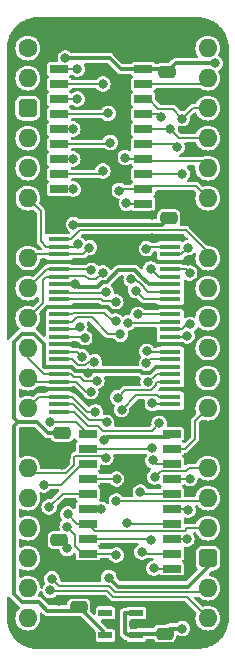
<source format=gbr>
%TF.GenerationSoftware,KiCad,Pcbnew,7.0.5*%
%TF.CreationDate,2024-01-22T19:42:54+02:00*%
%TF.ProjectId,Dual Comparator 8bit,4475616c-2043-46f6-9d70-617261746f72,rev?*%
%TF.SameCoordinates,Original*%
%TF.FileFunction,Copper,L1,Top*%
%TF.FilePolarity,Positive*%
%FSLAX46Y46*%
G04 Gerber Fmt 4.6, Leading zero omitted, Abs format (unit mm)*
G04 Created by KiCad (PCBNEW 7.0.5) date 2024-01-22 19:42:54*
%MOMM*%
%LPD*%
G01*
G04 APERTURE LIST*
G04 Aperture macros list*
%AMRoundRect*
0 Rectangle with rounded corners*
0 $1 Rounding radius*
0 $2 $3 $4 $5 $6 $7 $8 $9 X,Y pos of 4 corners*
0 Add a 4 corners polygon primitive as box body*
4,1,4,$2,$3,$4,$5,$6,$7,$8,$9,$2,$3,0*
0 Add four circle primitives for the rounded corners*
1,1,$1+$1,$2,$3*
1,1,$1+$1,$4,$5*
1,1,$1+$1,$6,$7*
1,1,$1+$1,$8,$9*
0 Add four rect primitives between the rounded corners*
20,1,$1+$1,$2,$3,$4,$5,0*
20,1,$1+$1,$4,$5,$6,$7,0*
20,1,$1+$1,$6,$7,$8,$9,0*
20,1,$1+$1,$8,$9,$2,$3,0*%
G04 Aperture macros list end*
%TA.AperFunction,SMDPad,CuDef*%
%ADD10RoundRect,0.250000X-0.475000X0.250000X-0.475000X-0.250000X0.475000X-0.250000X0.475000X0.250000X0*%
%TD*%
%TA.AperFunction,SMDPad,CuDef*%
%ADD11R,1.800000X0.430000*%
%TD*%
%TA.AperFunction,SMDPad,CuDef*%
%ADD12RoundRect,0.250000X0.475000X-0.250000X0.475000X0.250000X-0.475000X0.250000X-0.475000X-0.250000X0*%
%TD*%
%TA.AperFunction,SMDPad,CuDef*%
%ADD13R,1.550000X0.650000*%
%TD*%
%TA.AperFunction,SMDPad,CuDef*%
%ADD14R,1.150000X0.600000*%
%TD*%
%TA.AperFunction,ComponentPad*%
%ADD15C,1.600000*%
%TD*%
%TA.AperFunction,ComponentPad*%
%ADD16O,1.600000X1.600000*%
%TD*%
%TA.AperFunction,ComponentPad*%
%ADD17RoundRect,0.400000X-0.400000X-0.400000X0.400000X-0.400000X0.400000X0.400000X-0.400000X0.400000X0*%
%TD*%
%TA.AperFunction,ComponentPad*%
%ADD18R,1.600000X1.600000*%
%TD*%
%TA.AperFunction,ViaPad*%
%ADD19C,0.800000*%
%TD*%
%TA.AperFunction,Conductor*%
%ADD20C,0.380000*%
%TD*%
%TA.AperFunction,Conductor*%
%ADD21C,0.350000*%
%TD*%
%TA.AperFunction,Conductor*%
%ADD22C,0.200000*%
%TD*%
G04 APERTURE END LIST*
D10*
%TO.P,C2,1*%
%TO.N,/3.3V*%
X91821000Y-91014000D03*
%TO.P,C2,2*%
%TO.N,/GND*%
X91821000Y-92914000D03*
%TD*%
D11*
%TO.P,IC2,1,1~{OE}*%
%TO.N,/GND*%
X100966000Y-89217000D03*
%TO.P,IC2,2,1Q0*%
%TO.N,/A0*%
X100966000Y-88583000D03*
%TO.P,IC2,3,1Q1*%
%TO.N,/A1*%
X100966000Y-87947000D03*
%TO.P,IC2,4,GND*%
%TO.N,/GND*%
X100966000Y-87313000D03*
%TO.P,IC2,5,1Q2*%
%TO.N,/A2*%
X100966000Y-86677000D03*
%TO.P,IC2,6,1Q3*%
%TO.N,/A3*%
X100966000Y-86043000D03*
%TO.P,IC2,7,3V*%
%TO.N,/3.3V*%
X100966000Y-85407000D03*
%TO.P,IC2,8,1Q4*%
%TO.N,/A4*%
X100966000Y-84773000D03*
%TO.P,IC2,9,1Q5*%
%TO.N,/A5*%
X100966000Y-84137000D03*
%TO.P,IC2,10,GND*%
%TO.N,/GND*%
X100966000Y-83503000D03*
%TO.P,IC2,11,1Q6*%
%TO.N,/A6*%
X100966000Y-82867000D03*
%TO.P,IC2,12,1Q7*%
%TO.N,/A7*%
X100966000Y-82233000D03*
%TO.P,IC2,13,2Q0*%
%TO.N,/B0*%
X100966000Y-81597000D03*
%TO.P,IC2,14,2Q1*%
%TO.N,/B1*%
X100966000Y-80963000D03*
%TO.P,IC2,15,GND*%
%TO.N,/GND*%
X100966000Y-80327000D03*
%TO.P,IC2,16,2Q2*%
%TO.N,/B2*%
X100966000Y-79693000D03*
%TO.P,IC2,17,2Q3*%
%TO.N,/B3*%
X100966000Y-79057000D03*
%TO.P,IC2,18,3V*%
%TO.N,/3.3V*%
X100966000Y-78423000D03*
%TO.P,IC2,19,2Q4*%
%TO.N,/B4*%
X100966000Y-77787000D03*
%TO.P,IC2,20,2Q5*%
%TO.N,/B5*%
X100966000Y-77153000D03*
%TO.P,IC2,21,GND*%
%TO.N,/GND*%
X100966000Y-76517000D03*
%TO.P,IC2,22,2Q6*%
%TO.N,/B6*%
X100966000Y-75883000D03*
%TO.P,IC2,23,2Q7*%
%TO.N,/B7*%
X100966000Y-75247000D03*
%TO.P,IC2,24,2~{OE}*%
%TO.N,/GND*%
X100966000Y-74613000D03*
%TO.P,IC2,25,2LE*%
%TO.N,/Write B*%
X91566000Y-74613000D03*
%TO.P,IC2,26,2D7*%
%TO.N,/D7*%
X91566000Y-75247000D03*
%TO.P,IC2,27,2D6*%
%TO.N,/D6*%
X91566000Y-75883000D03*
%TO.P,IC2,28,GND*%
%TO.N,/GND*%
X91566000Y-76517000D03*
%TO.P,IC2,29,2D5*%
%TO.N,/D5*%
X91566000Y-77153000D03*
%TO.P,IC2,30,2D4*%
%TO.N,/D4*%
X91566000Y-77787000D03*
%TO.P,IC2,31,3V*%
%TO.N,/3.3V*%
X91566000Y-78423000D03*
%TO.P,IC2,32,2D3*%
%TO.N,/D3*%
X91566000Y-79057000D03*
%TO.P,IC2,33,2D2*%
%TO.N,/D2*%
X91566000Y-79693000D03*
%TO.P,IC2,34,GND*%
%TO.N,/GND*%
X91566000Y-80327000D03*
%TO.P,IC2,35,2D1*%
%TO.N,/D1*%
X91566000Y-80963000D03*
%TO.P,IC2,36,2D0*%
%TO.N,/D0*%
X91566000Y-81597000D03*
%TO.P,IC2,37,1D7*%
%TO.N,/D7*%
X91566000Y-82233000D03*
%TO.P,IC2,38,1D6*%
%TO.N,/D6*%
X91566000Y-82867000D03*
%TO.P,IC2,39,GND*%
%TO.N,/GND*%
X91566000Y-83503000D03*
%TO.P,IC2,40,1D5*%
%TO.N,/D5*%
X91566000Y-84137000D03*
%TO.P,IC2,41,1D4*%
%TO.N,/D4*%
X91566000Y-84773000D03*
%TO.P,IC2,42,3V*%
%TO.N,/3.3V*%
X91566000Y-85407000D03*
%TO.P,IC2,43,1D3*%
%TO.N,/D3*%
X91566000Y-86043000D03*
%TO.P,IC2,44,1D2*%
%TO.N,/D2*%
X91566000Y-86677000D03*
%TO.P,IC2,45,GND*%
%TO.N,/GND*%
X91566000Y-87313000D03*
%TO.P,IC2,46,1D1*%
%TO.N,/D1*%
X91566000Y-87947000D03*
%TO.P,IC2,47,1D0*%
%TO.N,/D0*%
X91566000Y-88583000D03*
%TO.P,IC2,48,1LE*%
%TO.N,/Write A*%
X91566000Y-89217000D03*
%TD*%
D12*
%TO.P,C1,1*%
%TO.N,/3.3V*%
X100838000Y-72816000D03*
%TO.P,C1,2*%
%TO.N,/GND*%
X100838000Y-70916000D03*
%TD*%
D10*
%TO.P,C4,1*%
%TO.N,/5V*%
X100711000Y-60407000D03*
%TO.P,C4,2*%
%TO.N,/GND*%
X100711000Y-62307000D03*
%TD*%
D12*
%TO.P,C8,1*%
%TO.N,/5V*%
X100482400Y-107995000D03*
%TO.P,C8,2*%
%TO.N,/GND*%
X100482400Y-106095000D03*
%TD*%
D13*
%TO.P,IC3,1,~{OE}*%
%TO.N,/~{OE}*%
X91555000Y-60198000D03*
%TO.P,IC3,2,P0*%
%TO.N,/B0*%
X91555000Y-61468000D03*
%TO.P,IC3,3,Q0*%
%TO.N,/C0*%
X91555000Y-62738000D03*
%TO.P,IC3,4,P1*%
%TO.N,/B1*%
X91555000Y-64008000D03*
%TO.P,IC3,5,Q1*%
%TO.N,/C1*%
X91555000Y-65278000D03*
%TO.P,IC3,6,P2*%
%TO.N,/B2*%
X91555000Y-66548000D03*
%TO.P,IC3,7,Q2*%
%TO.N,/C2*%
X91555000Y-67818000D03*
%TO.P,IC3,8,P3*%
%TO.N,/B3*%
X91555000Y-69088000D03*
%TO.P,IC3,9,Q3*%
%TO.N,/C3*%
X91555000Y-70358000D03*
%TO.P,IC3,10,GND*%
%TO.N,/GND*%
X91555000Y-71628000D03*
%TO.P,IC3,11,P4*%
%TO.N,/B4*%
X98679000Y-71628000D03*
%TO.P,IC3,12,Q4*%
%TO.N,/C4*%
X98679000Y-70358000D03*
%TO.P,IC3,13,P5*%
%TO.N,/B5*%
X98679000Y-69088000D03*
%TO.P,IC3,14,Q5*%
%TO.N,/C5*%
X98679000Y-67818000D03*
%TO.P,IC3,15,P6*%
%TO.N,/B6*%
X98679000Y-66548000D03*
%TO.P,IC3,16,Q6*%
%TO.N,/C6*%
X98679000Y-65278000D03*
%TO.P,IC3,17,P7*%
%TO.N,/B7*%
X98679000Y-64008000D03*
%TO.P,IC3,18,Q7*%
%TO.N,/C7*%
X98679000Y-62738000D03*
%TO.P,IC3,19,~{P=Q}*%
%TO.N,/~{B=C}*%
X98679000Y-61468000D03*
%TO.P,IC3,20,5V*%
%TO.N,/5V*%
X98679000Y-60198000D03*
%TD*%
%TO.P,IC1,1,~{OE}*%
%TO.N,/~{OE}*%
X93974000Y-91059000D03*
%TO.P,IC1,2,P0*%
%TO.N,/A0*%
X93974000Y-92329000D03*
%TO.P,IC1,3,Q0*%
%TO.N,/C0*%
X93974000Y-93599000D03*
%TO.P,IC1,4,P1*%
%TO.N,/A1*%
X93974000Y-94869000D03*
%TO.P,IC1,5,Q1*%
%TO.N,/C1*%
X93974000Y-96139000D03*
%TO.P,IC1,6,P2*%
%TO.N,/A2*%
X93974000Y-97409000D03*
%TO.P,IC1,7,Q2*%
%TO.N,/C2*%
X93974000Y-98679000D03*
%TO.P,IC1,8,P3*%
%TO.N,/A3*%
X93974000Y-99949000D03*
%TO.P,IC1,9,Q3*%
%TO.N,/C3*%
X93974000Y-101219000D03*
%TO.P,IC1,10,GND*%
%TO.N,/GND*%
X93974000Y-102489000D03*
%TO.P,IC1,11,P4*%
%TO.N,/A4*%
X101098000Y-102489000D03*
%TO.P,IC1,12,Q4*%
%TO.N,/C4*%
X101098000Y-101219000D03*
%TO.P,IC1,13,P5*%
%TO.N,/A5*%
X101098000Y-99949000D03*
%TO.P,IC1,14,Q5*%
%TO.N,/C5*%
X101098000Y-98679000D03*
%TO.P,IC1,15,P6*%
%TO.N,/A6*%
X101098000Y-97409000D03*
%TO.P,IC1,16,Q6*%
%TO.N,/C6*%
X101098000Y-96139000D03*
%TO.P,IC1,17,P7*%
%TO.N,/A7*%
X101098000Y-94869000D03*
%TO.P,IC1,18,Q7*%
%TO.N,/C7*%
X101098000Y-93599000D03*
%TO.P,IC1,19,~{P=Q}*%
%TO.N,/~{A=C}*%
X101098000Y-92329000D03*
%TO.P,IC1,20,5V*%
%TO.N,/5V*%
X101098000Y-91059000D03*
%TD*%
D10*
%TO.P,C3,1*%
%TO.N,/5V*%
X91567000Y-100081000D03*
%TO.P,C3,2*%
%TO.N,/GND*%
X91567000Y-101981000D03*
%TD*%
%TO.P,C9,1*%
%TO.N,/3.3V*%
X93218000Y-105746000D03*
%TO.P,C9,2*%
%TO.N,/GND*%
X93218000Y-107646000D03*
%TD*%
D14*
%TO.P,IC5,1,VIN*%
%TO.N,/5V*%
X98074000Y-108138000D03*
%TO.P,IC5,2,GND*%
%TO.N,/GND*%
X98074000Y-107188000D03*
%TO.P,IC5,3,EN*%
%TO.N,/5V*%
X98074000Y-106238000D03*
%TO.P,IC5,4,ADJ*%
%TO.N,unconnected-(IC5-ADJ-Pad4)*%
X95474000Y-106238000D03*
%TO.P,IC5,5,VOUT*%
%TO.N,/3.3V*%
X95474000Y-108138000D03*
%TD*%
D15*
%TO.P,J2,1,Pin_1*%
%TO.N,unconnected-(J2-Pin_1-Pad1)*%
X88900000Y-58420000D03*
D16*
%TO.P,J2,2,Pin_2*%
%TO.N,unconnected-(J2-Pin_2-Pad2)*%
X88900000Y-60960000D03*
D17*
%TO.P,J2,3,Pin_3*%
%TO.N,/5V*%
X88900000Y-63500000D03*
D16*
%TO.P,J2,4,Pin_4*%
%TO.N,unconnected-(J2-Pin_4-Pad4)*%
X88900000Y-66040000D03*
%TO.P,J2,5,Pin_5*%
%TO.N,unconnected-(J2-Pin_5-Pad5)*%
X88900000Y-68580000D03*
%TO.P,J2,6,Pin_6*%
%TO.N,/D7*%
X88900000Y-71120000D03*
D18*
%TO.P,J2,7,Pin_7*%
%TO.N,/GND*%
X88900000Y-73660000D03*
D16*
%TO.P,J2,8,Pin_8*%
%TO.N,/D6*%
X88900000Y-76200000D03*
%TO.P,J2,9,Pin_9*%
%TO.N,/D5*%
X88900000Y-78740000D03*
%TO.P,J2,10,Pin_10*%
%TO.N,/D4*%
X88900000Y-81280000D03*
%TO.P,J2,11,Pin_11*%
%TO.N,/D3*%
X88900000Y-83820000D03*
%TO.P,J2,12,Pin_12*%
%TO.N,/D2*%
X88900000Y-86360000D03*
%TO.P,J2,13,Pin_13*%
%TO.N,/D1*%
X88900000Y-88900000D03*
D18*
%TO.P,J2,14,Pin_14*%
%TO.N,/GND*%
X88900000Y-91440000D03*
D16*
%TO.P,J2,15,Pin_15*%
%TO.N,/D0*%
X88900000Y-93980000D03*
%TO.P,J2,16,Pin_16*%
%TO.N,/~{OE}*%
X88900000Y-96520000D03*
%TO.P,J2,17,Pin_17*%
%TO.N,unconnected-(J2-Pin_17-Pad17)*%
X88900000Y-99060000D03*
%TO.P,J2,18,Pin_18*%
%TO.N,unconnected-(J2-Pin_18-Pad18)*%
X88900000Y-101600000D03*
%TO.P,J2,19,Pin_19*%
%TO.N,unconnected-(J2-Pin_19-Pad19)*%
X88900000Y-104140000D03*
%TO.P,J2,20,Pin_20*%
%TO.N,unconnected-(J2-Pin_20-Pad20)*%
X88900000Y-106680000D03*
%TO.P,J2,21,Pin_21*%
%TO.N,/C0*%
X104140000Y-106680000D03*
%TO.P,J2,22,Pin_22*%
%TO.N,/C1*%
X104140000Y-104140000D03*
D17*
%TO.P,J2,23,Pin_23*%
%TO.N,/5V*%
X104140000Y-101600000D03*
D16*
%TO.P,J2,24,Pin_24*%
%TO.N,/C2*%
X104140000Y-99060000D03*
%TO.P,J2,25,Pin_25*%
%TO.N,/C3*%
X104140000Y-96520000D03*
%TO.P,J2,26,Pin_26*%
%TO.N,/Write A*%
X104140000Y-93980000D03*
D18*
%TO.P,J2,27,Pin_27*%
%TO.N,/GND*%
X104140000Y-91440000D03*
D16*
%TO.P,J2,28,Pin_28*%
%TO.N,/~{A=C}*%
X104140000Y-88900000D03*
%TO.P,J2,29,Pin_29*%
%TO.N,unconnected-(J2-Pin_29-Pad29)*%
X104140000Y-86360000D03*
%TO.P,J2,30,Pin_30*%
%TO.N,unconnected-(J2-Pin_30-Pad30)*%
X104140000Y-83820000D03*
%TO.P,J2,31,Pin_31*%
%TO.N,unconnected-(J2-Pin_31-Pad31)*%
X104140000Y-81280000D03*
%TO.P,J2,32,Pin_32*%
%TO.N,unconnected-(J2-Pin_32-Pad32)*%
X104140000Y-78740000D03*
%TO.P,J2,33,Pin_33*%
%TO.N,/Write B*%
X104140000Y-76200000D03*
D18*
%TO.P,J2,34,Pin_34*%
%TO.N,/GND*%
X104140000Y-73660000D03*
D16*
%TO.P,J2,35,Pin_35*%
%TO.N,/C4*%
X104140000Y-71120000D03*
%TO.P,J2,36,Pin_36*%
%TO.N,/C5*%
X104140000Y-68580000D03*
%TO.P,J2,37,Pin_37*%
%TO.N,/C6*%
X104140000Y-66040000D03*
%TO.P,J2,38,Pin_38*%
%TO.N,/C7*%
X104140000Y-63500000D03*
%TO.P,J2,39,Pin_39*%
%TO.N,/~{B=C}*%
X104140000Y-60960000D03*
%TO.P,J2,40,Pin_40*%
%TO.N,unconnected-(J2-Pin_40-Pad40)*%
X104140000Y-58420000D03*
%TD*%
D19*
%TO.N,/5V*%
X95336015Y-91574987D03*
X101981000Y-107569000D03*
X92075000Y-59273498D03*
X92230250Y-100780818D03*
X104774984Y-59690000D03*
X95758000Y-103250998D03*
%TO.N,/GND*%
X99426165Y-74532053D03*
X102489000Y-58674000D03*
X91821000Y-93726000D03*
X99405468Y-72552502D03*
X91887225Y-102670010D03*
X91694000Y-107569000D03*
X102616000Y-62357000D03*
X91564125Y-105255000D03*
%TO.N,/3.3V*%
X93980000Y-85917000D03*
X92908483Y-78427672D03*
X92757836Y-73357178D03*
%TO.N,/C3*%
X92229799Y-98934749D03*
X92756014Y-70358000D03*
X96393000Y-101346000D03*
X96393000Y-96774000D03*
%TO.N,/C2*%
X92710000Y-67818000D03*
X92293298Y-97881298D03*
%TO.N,/C1*%
X92710000Y-65278000D03*
X90700002Y-97282000D03*
X90942386Y-103347538D03*
%TO.N,/C0*%
X90794606Y-104336561D03*
X93091000Y-62738000D03*
X90251475Y-95396475D03*
%TO.N,/C7*%
X99475328Y-93328415D03*
X101981000Y-64389000D03*
%TO.N,/C6*%
X100941964Y-65254978D03*
X98425000Y-96012000D03*
%TO.N,/C5*%
X97155000Y-67691000D03*
X97282000Y-98617292D03*
%TO.N,/C4*%
X98552000Y-101092000D03*
X96647000Y-70485000D03*
%TO.N,/D0*%
X95570784Y-90115242D03*
X95504000Y-93094000D03*
X96745003Y-82650918D03*
%TO.N,/D1*%
X94615000Y-89215984D03*
X96345003Y-81534615D03*
%TO.N,/D2*%
X94234000Y-87503000D03*
X96362391Y-79929888D03*
%TO.N,/D3*%
X95540029Y-79107526D03*
X94753120Y-86613264D03*
%TO.N,/D4*%
X95247618Y-77451037D03*
X94531926Y-84963000D03*
%TO.N,/D5*%
X93473997Y-84545239D03*
X94277473Y-77208500D03*
%TO.N,/D6*%
X94107000Y-75311000D03*
X93722691Y-82965239D03*
%TO.N,/D7*%
X93146671Y-75032122D03*
X93308483Y-82042010D03*
%TO.N,/~{OE}*%
X93091006Y-60198000D03*
X90804994Y-90043000D03*
%TO.N,/A0*%
X99438119Y-88501747D03*
X99453432Y-92316568D03*
%TO.N,/A1*%
X96836000Y-89033402D03*
X96420947Y-94893611D03*
%TO.N,/A2*%
X96520000Y-88010992D03*
X95123000Y-97474000D03*
%TO.N,/A3*%
X99078507Y-86684084D03*
X99314000Y-100076000D03*
%TO.N,/A4*%
X98938864Y-85104084D03*
X99568000Y-102461000D03*
%TO.N,/A5*%
X102369840Y-99975755D03*
X98968360Y-84104517D03*
%TO.N,/A6*%
X102489000Y-97536000D03*
X102378793Y-82786981D03*
%TO.N,/A7*%
X102615996Y-94869000D03*
X102641287Y-81822045D03*
%TO.N,/B0*%
X95250000Y-61468000D03*
X97409000Y-81661000D03*
%TO.N,/B1*%
X95703998Y-63941773D03*
X98238963Y-80949770D03*
%TO.N,/B2*%
X98033454Y-78954494D03*
X95885000Y-66421000D03*
%TO.N,/B3*%
X95250000Y-68834000D03*
X97650487Y-78001215D03*
%TO.N,/B4*%
X97254162Y-71568525D03*
X99298696Y-77110300D03*
%TO.N,/B5*%
X102612928Y-77473072D03*
X101957000Y-69057213D03*
%TO.N,/B6*%
X101557000Y-66791490D03*
X102486207Y-75308207D03*
%TO.N,/B7*%
X98939041Y-75405388D03*
X100203000Y-64262000D03*
%TO.N,/Write A*%
X100024701Y-90179612D03*
X99633000Y-94728689D03*
%TD*%
D20*
%TO.N,/5V*%
X97119000Y-106238000D02*
X97109000Y-106248000D01*
X97109000Y-106248000D02*
X97109000Y-107904000D01*
X97109000Y-107904000D02*
X97343000Y-108138000D01*
D21*
X101428000Y-59690000D02*
X104774984Y-59690000D01*
D20*
X104140000Y-101600000D02*
X104140000Y-102362000D01*
X101098000Y-91059000D02*
X100851758Y-91305242D01*
X96520002Y-104013000D02*
X95758000Y-103250998D01*
D21*
X96774000Y-60198000D02*
X98679000Y-60198000D01*
X92075000Y-59273498D02*
X95849498Y-59273498D01*
D20*
X102489000Y-104013000D02*
X96520002Y-104013000D01*
D21*
X100330000Y-60198000D02*
X98679000Y-60198000D01*
D20*
X100908400Y-107569000D02*
X100679800Y-107797600D01*
X100851758Y-91305242D02*
X95605760Y-91305242D01*
X98074000Y-106238000D02*
X97119000Y-106238000D01*
X97343000Y-108138000D02*
X98074000Y-108138000D01*
X95605760Y-91305242D02*
X95336015Y-91574987D01*
X98235800Y-107995000D02*
X98083400Y-108147400D01*
D21*
X100711000Y-60407000D02*
X101428000Y-59690000D01*
D20*
X101981000Y-107569000D02*
X100908400Y-107569000D01*
D21*
X95849498Y-59273498D02*
X96774000Y-60198000D01*
D20*
X91567000Y-100081000D02*
X92230250Y-100744250D01*
X100482400Y-107995000D02*
X98235800Y-107995000D01*
X104140000Y-102362000D02*
X102489000Y-104013000D01*
X92230250Y-100744250D02*
X92230250Y-100780818D01*
%TO.N,/GND*%
X105330000Y-92630000D02*
X105330000Y-100076000D01*
X91963125Y-104856000D02*
X91564125Y-105255000D01*
X93148255Y-83508032D02*
X93395462Y-83755239D01*
X87710000Y-70627085D02*
X88407085Y-69930000D01*
X104996000Y-100410000D02*
X105330000Y-100076000D01*
X90286000Y-76517000D02*
X91566000Y-76517000D01*
X103632000Y-107950000D02*
X101777000Y-106095000D01*
X94002002Y-102460998D02*
X98341998Y-102460998D01*
X95988870Y-80719888D02*
X95595982Y-80327000D01*
X93395462Y-83755239D02*
X96965761Y-83755239D01*
X100966000Y-83503000D02*
X100113229Y-83503000D01*
X99924400Y-105537000D02*
X96092387Y-105537000D01*
X105330000Y-100838000D02*
X105330000Y-107172915D01*
X102950000Y-100872771D02*
X103412771Y-100410000D01*
X93974000Y-102489000D02*
X92964000Y-102489000D01*
X105330000Y-107172915D02*
X104552915Y-107950000D01*
X97249738Y-80159770D02*
X96689620Y-80719888D01*
D21*
X98441947Y-74532053D02*
X97536000Y-75438000D01*
D20*
X104902000Y-87550000D02*
X105330000Y-87122000D01*
X96092387Y-105537000D02*
X95411387Y-104856000D01*
X104967332Y-77550000D02*
X105061332Y-77550000D01*
X90374000Y-92914000D02*
X91821000Y-92914000D01*
D21*
X100838000Y-70916000D02*
X101396000Y-70916000D01*
D20*
X92479502Y-72552502D02*
X99405468Y-72552502D01*
X99112014Y-83132911D02*
X99482103Y-83503000D01*
X103552000Y-85010000D02*
X104648000Y-85010000D01*
X102256000Y-89207000D02*
X102246000Y-89217000D01*
X102246000Y-87313000D02*
X102256000Y-87323000D01*
X92846000Y-87313000D02*
X93925000Y-88392000D01*
X100113229Y-83503000D02*
X100084229Y-83532000D01*
X102235000Y-103251000D02*
X102950000Y-102536000D01*
D21*
X105315000Y-63013299D02*
X105315000Y-72485000D01*
D20*
X95595982Y-80327000D02*
X91566000Y-80327000D01*
X88900000Y-91440000D02*
X90374000Y-92914000D01*
X101777000Y-106095000D02*
X100482400Y-106095000D01*
X100966000Y-83503000D02*
X102045000Y-83503000D01*
X103412771Y-100410000D02*
X104902000Y-100410000D01*
X105395332Y-77978000D02*
X104967332Y-77550000D01*
D21*
X100761000Y-62357000D02*
X102616000Y-62357000D01*
D20*
X105395332Y-79167583D02*
X105395332Y-77978000D01*
X99132000Y-103251000D02*
X102235000Y-103251000D01*
X104902000Y-100410000D02*
X104996000Y-100410000D01*
X87710000Y-74850000D02*
X87710000Y-76692915D01*
X104632915Y-79930000D02*
X105395332Y-79167583D01*
X87710000Y-72470000D02*
X87710000Y-70627085D01*
X98566192Y-80159770D02*
X97249738Y-80159770D01*
X98733422Y-80327000D02*
X98566192Y-80159770D01*
D21*
X100966000Y-74613000D02*
X99507112Y-74613000D01*
D20*
X91566000Y-87313000D02*
X92846000Y-87313000D01*
X102643000Y-79930000D02*
X104632915Y-79930000D01*
X102483000Y-87550000D02*
X104902000Y-87550000D01*
X100482400Y-106095000D02*
X99924400Y-105537000D01*
X102256000Y-87323000D02*
X102483000Y-87550000D01*
X91694000Y-107569000D02*
X93141000Y-107569000D01*
X100966000Y-80327000D02*
X98733422Y-80327000D01*
X100966000Y-87313000D02*
X102246000Y-87313000D01*
X102246000Y-89217000D02*
X100966000Y-89217000D01*
X89408000Y-69930000D02*
X91106000Y-71628000D01*
X104140000Y-91440000D02*
X105330000Y-90250000D01*
D21*
X104626701Y-62325000D02*
X105315000Y-63013299D01*
X105315000Y-72485000D02*
X104140000Y-73660000D01*
D20*
X92782990Y-102670010D02*
X91887225Y-102670010D01*
X100901991Y-89281009D02*
X99568000Y-89281009D01*
X91571032Y-83508032D02*
X93148255Y-83508032D01*
X105330000Y-87978000D02*
X105330000Y-88011000D01*
X97536000Y-76073000D02*
X97190500Y-76418500D01*
X103807085Y-77550000D02*
X104967332Y-77550000D01*
X102256000Y-87323000D02*
X102256000Y-89207000D01*
X96689620Y-80719888D02*
X95988870Y-80719888D01*
X99482103Y-83503000D02*
X100966000Y-83503000D01*
X91821000Y-92914000D02*
X91821000Y-93726000D01*
X104552915Y-107950000D02*
X103632000Y-107950000D01*
X100966000Y-76517000D02*
X99822625Y-76517000D01*
X88900000Y-73660000D02*
X87710000Y-74850000D01*
X104902000Y-100410000D02*
X105330000Y-100838000D01*
X91567000Y-101981000D02*
X91567000Y-102349785D01*
D21*
X100838000Y-71119970D02*
X99405468Y-72552502D01*
D20*
X93729768Y-76517000D02*
X91566000Y-76517000D01*
X96965761Y-83755239D02*
X97588089Y-83132911D01*
X104902000Y-87550000D02*
X105330000Y-87978000D01*
X91555000Y-71628000D02*
X92479502Y-72552502D01*
X97663000Y-76200000D02*
X97536000Y-76073000D01*
X88900000Y-73660000D02*
X87710000Y-72470000D01*
X100966000Y-80327000D02*
X102246000Y-80327000D01*
D21*
X99507112Y-74613000D02*
X99426165Y-74532053D01*
D20*
X98905000Y-89944000D02*
X99568000Y-89281000D01*
X102950000Y-102536000D02*
X102950000Y-100872771D01*
D21*
X102616000Y-62357000D02*
X102648000Y-62325000D01*
D20*
X93828268Y-76418500D02*
X93729768Y-76517000D01*
X102774085Y-76517000D02*
X103807085Y-77550000D01*
X104648000Y-85010000D02*
X104869000Y-85010000D01*
X105330000Y-84328000D02*
X105330000Y-80627085D01*
X97536000Y-75438000D02*
X97536000Y-76073000D01*
X88407085Y-77390000D02*
X89413000Y-77390000D01*
X88407085Y-69930000D02*
X89408000Y-69930000D01*
X104648000Y-85010000D02*
X105330000Y-84328000D01*
X94964771Y-88392000D02*
X96516771Y-89944000D01*
X104140000Y-91440000D02*
X105330000Y-92630000D01*
X105061332Y-77550000D02*
X105395332Y-77216000D01*
X95411387Y-104856000D02*
X91963125Y-104856000D01*
D21*
X102648000Y-62325000D02*
X104626701Y-62325000D01*
D20*
X105330000Y-90250000D02*
X105330000Y-88011000D01*
X89413000Y-77390000D02*
X90286000Y-76517000D01*
X87710000Y-76692915D02*
X88407085Y-77390000D01*
X96516771Y-89944000D02*
X98905000Y-89944000D01*
X99505625Y-76200000D02*
X97663000Y-76200000D01*
X97190500Y-76418500D02*
X93828268Y-76418500D01*
X105330000Y-80627085D02*
X104632915Y-79930000D01*
X91567000Y-102349785D02*
X91887225Y-102670010D01*
X98341998Y-102460998D02*
X99132000Y-103251000D01*
X99822625Y-76517000D02*
X99505625Y-76200000D01*
X105395332Y-74915332D02*
X104140000Y-73660000D01*
X98074000Y-107188000D02*
X99389400Y-107188000D01*
X102045000Y-83503000D02*
X103552000Y-85010000D01*
D21*
X99426165Y-74532053D02*
X98441947Y-74532053D01*
D20*
X92964000Y-102489000D02*
X92782990Y-102670010D01*
X99389400Y-107188000D02*
X100482400Y-106095000D01*
X105330000Y-87122000D02*
X105330000Y-85471000D01*
X100966000Y-76517000D02*
X102774085Y-76517000D01*
X105395332Y-77216000D02*
X105395332Y-74915332D01*
X102246000Y-80327000D02*
X102643000Y-79930000D01*
X93925000Y-88392000D02*
X94964771Y-88392000D01*
X104869000Y-85010000D02*
X105330000Y-85471000D01*
X97588089Y-83132911D02*
X99112014Y-83132911D01*
X100966000Y-89217000D02*
X100901991Y-89281009D01*
D21*
X101396000Y-70916000D02*
X104140000Y-73660000D01*
D20*
%TO.N,/3.3V*%
X99728864Y-85431313D02*
X99266093Y-85894084D01*
X88407085Y-82630000D02*
X89392915Y-82630000D01*
X94144000Y-85753000D02*
X93980000Y-85917000D01*
X98470551Y-85753000D02*
X94144000Y-85753000D01*
D21*
X94804410Y-78628207D02*
X93109018Y-78628207D01*
D20*
X99266093Y-85894084D02*
X98611635Y-85894084D01*
D21*
X100966000Y-78423000D02*
X99163661Y-78423000D01*
D20*
X93798239Y-85735239D02*
X93980000Y-85917000D01*
D21*
X96568456Y-77226215D02*
X95568634Y-78226037D01*
X95568634Y-78226037D02*
X95206580Y-78226037D01*
X100838000Y-72816000D02*
X100296822Y-73357178D01*
X98425487Y-77708199D02*
X98425487Y-77680199D01*
X97971503Y-77226215D02*
X96568456Y-77226215D01*
D20*
X88407085Y-105330000D02*
X87710000Y-104632915D01*
X87710000Y-90424000D02*
X88044000Y-90090000D01*
X87710000Y-89756000D02*
X87710000Y-83327085D01*
X95229000Y-107757000D02*
X93218000Y-105746000D01*
D21*
X99163661Y-78423000D02*
X98520155Y-77779494D01*
D20*
X92965352Y-85719508D02*
X92981083Y-85735239D01*
X95229000Y-108138000D02*
X95229000Y-107757000D01*
X90305000Y-85407000D02*
X91566000Y-85407000D01*
D21*
X93109018Y-78628207D02*
X92908483Y-78427672D01*
D20*
X89836000Y-105330000D02*
X88407085Y-105330000D01*
X99728864Y-85425139D02*
X99728864Y-85431313D01*
X92919544Y-85719508D02*
X92965352Y-85719508D01*
X99747003Y-85407000D02*
X99728864Y-85425139D01*
X98611635Y-85894084D02*
X98470551Y-85753000D01*
D21*
X100296822Y-73357178D02*
X92757836Y-73357178D01*
D20*
X88044000Y-90090000D02*
X87710000Y-89756000D01*
X90276000Y-83513085D02*
X90276000Y-85378000D01*
X89392915Y-82630000D02*
X90276000Y-83513085D01*
X87710000Y-83327085D02*
X88407085Y-82630000D01*
X92903811Y-78423000D02*
X92908483Y-78427672D01*
X92607036Y-85407000D02*
X92919544Y-85719508D01*
X90276000Y-85378000D02*
X90305000Y-85407000D01*
D21*
X98496782Y-77779494D02*
X98425487Y-77708199D01*
X98425487Y-77680199D02*
X97971503Y-77226215D01*
D20*
X91566000Y-78423000D02*
X92903811Y-78423000D01*
X90633000Y-91014000D02*
X91821000Y-91014000D01*
D21*
X98520155Y-77779494D02*
X98496782Y-77779494D01*
D20*
X87710000Y-104632915D02*
X87710000Y-90424000D01*
X92919000Y-106045000D02*
X90551000Y-106045000D01*
X91566000Y-85407000D02*
X92607036Y-85407000D01*
X100966000Y-85407000D02*
X99747003Y-85407000D01*
X88044000Y-90090000D02*
X89709000Y-90090000D01*
X90551000Y-106045000D02*
X89836000Y-105330000D01*
X89709000Y-90090000D02*
X90633000Y-91014000D01*
X92981083Y-85735239D02*
X93798239Y-85735239D01*
D21*
X95206580Y-78226037D02*
X94804410Y-78628207D01*
D22*
%TO.N,/C3*%
X93544000Y-101219000D02*
X92899000Y-100574000D01*
X91555000Y-70358000D02*
X92756014Y-70358000D01*
X103886000Y-96774000D02*
X96393000Y-96774000D01*
X96266000Y-101219000D02*
X96393000Y-101346000D01*
X92899000Y-99603950D02*
X92229799Y-98934749D01*
X92899000Y-100574000D02*
X92899000Y-99603950D01*
X93974000Y-101219000D02*
X96266000Y-101219000D01*
%TO.N,/C2*%
X97872899Y-99304000D02*
X97859607Y-99317292D01*
X102173000Y-99304000D02*
X97872899Y-99304000D01*
X102417000Y-99060000D02*
X102173000Y-99304000D01*
X91555000Y-67818000D02*
X92710000Y-67818000D01*
X97859607Y-99317292D02*
X94612292Y-99317292D01*
X104140000Y-99060000D02*
X102417000Y-99060000D01*
X93974000Y-98679000D02*
X93091000Y-98679000D01*
X94612292Y-99317292D02*
X93974000Y-98679000D01*
X93091000Y-98679000D02*
X92293298Y-97881298D01*
%TO.N,/C1*%
X103777000Y-104503000D02*
X96317038Y-104503000D01*
X91560848Y-103966000D02*
X90942386Y-103347538D01*
X96317038Y-104503000D02*
X95780037Y-103966000D01*
X95780037Y-103966000D02*
X91560848Y-103966000D01*
X91843002Y-96139000D02*
X90700002Y-97282000D01*
X93974000Y-96139000D02*
X91843002Y-96139000D01*
X91555000Y-65278000D02*
X92710000Y-65278000D01*
%TO.N,/C0*%
X102363000Y-104903000D02*
X96151353Y-104903000D01*
X90824045Y-104366000D02*
X90794606Y-104336561D01*
X91732210Y-95396475D02*
X90251475Y-95396475D01*
X95614353Y-104366000D02*
X90824045Y-104366000D01*
X104140000Y-106680000D02*
X102363000Y-104903000D01*
X93529685Y-93599000D02*
X91732210Y-95396475D01*
X96151353Y-104903000D02*
X95614353Y-104366000D01*
X91555000Y-62738000D02*
X93091000Y-62738000D01*
%TO.N,/C7*%
X101098000Y-93599000D02*
X99745913Y-93599000D01*
X104140000Y-63500000D02*
X102870000Y-63500000D01*
X102870000Y-63500000D02*
X101981000Y-64389000D01*
X99129000Y-62738000D02*
X99953000Y-63562000D01*
X99745913Y-93599000D02*
X99475328Y-93328415D01*
X101154000Y-63562000D02*
X101981000Y-64389000D01*
X99953000Y-63562000D02*
X101154000Y-63562000D01*
%TO.N,/C6*%
X98679000Y-65278000D02*
X100918942Y-65278000D01*
X104140000Y-66040000D02*
X101726986Y-66040000D01*
X101726986Y-66040000D02*
X100941964Y-65254978D01*
X100918942Y-65278000D02*
X100941964Y-65254978D01*
X98552000Y-96139000D02*
X98425000Y-96012000D01*
X101098000Y-96139000D02*
X98552000Y-96139000D01*
%TO.N,/C5*%
X101098000Y-98679000D02*
X97343708Y-98679000D01*
X98857975Y-67996975D02*
X103556975Y-67996975D01*
X98679000Y-67818000D02*
X97282000Y-67818000D01*
X97282000Y-67818000D02*
X97155000Y-67691000D01*
X103556975Y-67996975D02*
X104140000Y-68580000D01*
X97343708Y-98679000D02*
X97282000Y-98617292D01*
%TO.N,/C4*%
X103136000Y-70116000D02*
X104140000Y-71120000D01*
X98921000Y-70116000D02*
X103136000Y-70116000D01*
X98679000Y-70358000D02*
X96774000Y-70358000D01*
X98679000Y-101219000D02*
X98552000Y-101092000D01*
X96774000Y-70358000D02*
X96647000Y-70485000D01*
X98679000Y-70358000D02*
X98921000Y-70116000D01*
X101098000Y-101219000D02*
X98679000Y-101219000D01*
%TO.N,/D0*%
X92666000Y-81597000D02*
X93046000Y-81217000D01*
X92846000Y-93027000D02*
X92909000Y-92964000D01*
X94069315Y-89916000D02*
X95371542Y-89916000D01*
X91566000Y-81597000D02*
X92666000Y-81597000D01*
X92846000Y-93717000D02*
X92846000Y-93027000D01*
X95374000Y-92964000D02*
X95504000Y-93094000D01*
X91566000Y-88583000D02*
X92736315Y-88583000D01*
X95371542Y-89916000D02*
X95570784Y-90115242D01*
X92137000Y-94426000D02*
X92846000Y-93717000D01*
X89346000Y-94426000D02*
X92137000Y-94426000D01*
X92736315Y-88583000D02*
X94069315Y-89916000D01*
X93046000Y-81217000D02*
X94298000Y-81217000D01*
X94298000Y-81217000D02*
X95731918Y-82650918D01*
X95731918Y-82650918D02*
X96745003Y-82650918D01*
X92909000Y-92964000D02*
X95374000Y-92964000D01*
%TO.N,/D1*%
X96110633Y-81534615D02*
X96345003Y-81534615D01*
X91566000Y-80963000D02*
X92666000Y-80963000D01*
X92666000Y-87947000D02*
X93934984Y-89215984D01*
X93934984Y-89215984D02*
X94615000Y-89215984D01*
X91566000Y-87947000D02*
X92666000Y-87947000D01*
X92812000Y-80817000D02*
X95393018Y-80817000D01*
X92666000Y-80963000D02*
X92812000Y-80817000D01*
X95393018Y-80817000D02*
X96110633Y-81534615D01*
X91566000Y-87947000D02*
X89853000Y-87947000D01*
X89853000Y-87947000D02*
X88900000Y-88900000D01*
%TO.N,/D2*%
X91566000Y-79693000D02*
X95135553Y-79693000D01*
X91566000Y-86677000D02*
X92995364Y-86677000D01*
X93821364Y-87503000D02*
X94234000Y-87503000D01*
X91566000Y-86677000D02*
X89217000Y-86677000D01*
X95135553Y-79693000D02*
X95268939Y-79826386D01*
X96258889Y-79826386D02*
X96362391Y-79929888D01*
X95268939Y-79826386D02*
X96258889Y-79826386D01*
X92995364Y-86677000D02*
X93821364Y-87503000D01*
%TO.N,/D3*%
X93690050Y-86617000D02*
X94749384Y-86617000D01*
X92778119Y-86225239D02*
X93298289Y-86225239D01*
X88900000Y-84694965D02*
X88900000Y-83820000D01*
X95520130Y-79127425D02*
X95540029Y-79107526D01*
X91566000Y-86043000D02*
X92550072Y-86043000D01*
X92762388Y-86209508D02*
X92778119Y-86225239D01*
X94749384Y-86617000D02*
X94753120Y-86613264D01*
X90248035Y-86043000D02*
X88900000Y-84694965D01*
X93298289Y-86225239D02*
X93690050Y-86617000D01*
X92550072Y-86043000D02*
X92716580Y-86209508D01*
X91566000Y-86043000D02*
X90248035Y-86043000D01*
X92716580Y-86209508D02*
X92762388Y-86209508D01*
X91636425Y-79127425D02*
X95520130Y-79127425D01*
%TO.N,/D4*%
X92666000Y-84773000D02*
X93138239Y-85245239D01*
X94086023Y-78007000D02*
X94691655Y-78007000D01*
X94691655Y-78007000D02*
X95247618Y-77451037D01*
X90170000Y-80010000D02*
X88900000Y-81280000D01*
X90170000Y-78083000D02*
X90170000Y-80010000D01*
X93763947Y-85245239D02*
X94046186Y-84963000D01*
X91566000Y-77787000D02*
X90466000Y-77787000D01*
X90466000Y-77787000D02*
X90170000Y-78083000D01*
X91566000Y-84773000D02*
X92666000Y-84773000D01*
X93138239Y-85245239D02*
X93763947Y-85245239D01*
X94046186Y-84963000D02*
X94531926Y-84963000D01*
X91667612Y-77685388D02*
X93764411Y-77685388D01*
X93764411Y-77685388D02*
X94086023Y-78007000D01*
%TO.N,/D5*%
X91566000Y-77153000D02*
X94221973Y-77153000D01*
X94221973Y-77153000D02*
X94277473Y-77208500D01*
X93065758Y-84137000D02*
X93473997Y-84545239D01*
X91566000Y-77153000D02*
X90487000Y-77153000D01*
X90487000Y-77153000D02*
X88900000Y-78740000D01*
X91566000Y-84137000D02*
X93065758Y-84137000D01*
%TO.N,/D6*%
X91566000Y-82867000D02*
X93624452Y-82867000D01*
X91566000Y-75883000D02*
X89217000Y-75883000D01*
X93535000Y-75883000D02*
X94107000Y-75311000D01*
X91566000Y-75883000D02*
X93535000Y-75883000D01*
X93624452Y-82867000D02*
X93722691Y-82965239D01*
%TO.N,/D7*%
X90000000Y-74781000D02*
X90000000Y-72220000D01*
X90000000Y-72220000D02*
X88900000Y-71120000D01*
X93117493Y-82233000D02*
X93308483Y-82042010D01*
X91566000Y-75247000D02*
X90466000Y-75247000D01*
X91566000Y-75247000D02*
X92931793Y-75247000D01*
X92931793Y-75247000D02*
X93146671Y-75032122D01*
X90466000Y-75247000D02*
X90000000Y-74781000D01*
X91566000Y-82233000D02*
X93117493Y-82233000D01*
%TO.N,/~{OE}*%
X92958000Y-90043000D02*
X90804994Y-90043000D01*
X93974000Y-91059000D02*
X92958000Y-90043000D01*
X91555000Y-60198000D02*
X93091006Y-60198000D01*
%TO.N,/A0*%
X100966000Y-88583000D02*
X99519372Y-88583000D01*
X94039000Y-92394000D02*
X99376000Y-92394000D01*
X99519372Y-88583000D02*
X99438119Y-88501747D01*
X99376000Y-92394000D02*
X99453432Y-92316568D01*
%TO.N,/A1*%
X98078393Y-87791009D02*
X96836000Y-89033402D01*
X100009987Y-87947000D02*
X99853996Y-87791009D01*
X96396336Y-94869000D02*
X96420947Y-94893611D01*
X100966000Y-87947000D02*
X100009987Y-87947000D01*
X99853996Y-87791009D02*
X98078393Y-87791009D01*
X93974000Y-94869000D02*
X96396336Y-94869000D01*
%TO.N,/A2*%
X100966000Y-86677000D02*
X99866000Y-86677000D01*
X99778507Y-86764493D02*
X99778507Y-86974034D01*
X99368457Y-87384084D02*
X98788557Y-87384084D01*
X93974000Y-97409000D02*
X95058000Y-97409000D01*
X99778507Y-86974034D02*
X99368457Y-87384084D01*
X95058000Y-97409000D02*
X95123000Y-97474000D01*
X98783317Y-87378844D02*
X97152148Y-87378844D01*
X98788557Y-87384084D02*
X98783317Y-87378844D01*
X97152148Y-87378844D02*
X96520000Y-88010992D01*
X99866000Y-86677000D02*
X99778507Y-86764493D01*
%TO.N,/A3*%
X99810141Y-86043000D02*
X99469057Y-86384084D01*
X99469057Y-86384084D02*
X99378507Y-86384084D01*
X100966000Y-86043000D02*
X99810141Y-86043000D01*
X99378507Y-86384084D02*
X99078507Y-86684084D01*
X99187000Y-99949000D02*
X99314000Y-100076000D01*
X93974000Y-99949000D02*
X99187000Y-99949000D01*
%TO.N,/A4*%
X101098000Y-102489000D02*
X99596000Y-102489000D01*
X99269948Y-84773000D02*
X98938864Y-85104084D01*
X100966000Y-84773000D02*
X99269948Y-84773000D01*
X99596000Y-102489000D02*
X99568000Y-102461000D01*
%TO.N,/A5*%
X99000843Y-84137000D02*
X98968360Y-84104517D01*
X101098000Y-99949000D02*
X102343085Y-99949000D01*
X100966000Y-84137000D02*
X99000843Y-84137000D01*
X102343085Y-99949000D02*
X102369840Y-99975755D01*
%TO.N,/A6*%
X100966000Y-82867000D02*
X102298774Y-82867000D01*
X102298774Y-82867000D02*
X102378793Y-82786981D01*
X102362000Y-97409000D02*
X102489000Y-97536000D01*
X101098000Y-97409000D02*
X102362000Y-97409000D01*
%TO.N,/A7*%
X101942824Y-82233000D02*
X102353779Y-81822045D01*
X100966000Y-82233000D02*
X101942824Y-82233000D01*
X101098000Y-94869000D02*
X102615996Y-94869000D01*
X102353779Y-81822045D02*
X102641287Y-81822045D01*
%TO.N,/~{A=C}*%
X103040000Y-90000000D02*
X104140000Y-88900000D01*
X101098000Y-92329000D02*
X102235000Y-92329000D01*
X102235000Y-92329000D02*
X103040000Y-91524000D01*
X103040000Y-91524000D02*
X103040000Y-90000000D01*
%TO.N,/B0*%
X91555000Y-61468000D02*
X95250000Y-61468000D01*
X100902000Y-81661000D02*
X97409000Y-81661000D01*
%TO.N,/B1*%
X95637771Y-64008000D02*
X95703998Y-63941773D01*
X100966000Y-80963000D02*
X98252193Y-80963000D01*
X91555000Y-64008000D02*
X95637771Y-64008000D01*
X98252193Y-80963000D02*
X98238963Y-80949770D01*
%TO.N,/B2*%
X95758000Y-66548000D02*
X95885000Y-66421000D01*
X98771960Y-79693000D02*
X98033454Y-78954494D01*
X100966000Y-79693000D02*
X98771960Y-79693000D01*
X91555000Y-66548000D02*
X95758000Y-66548000D01*
%TO.N,/B3*%
X99046171Y-79057000D02*
X98733454Y-78744283D01*
X98733454Y-78744283D02*
X98733454Y-78664544D01*
X91555000Y-69088000D02*
X94996000Y-69088000D01*
X98243665Y-78254494D02*
X97990386Y-78001215D01*
X94996000Y-69088000D02*
X95250000Y-68834000D01*
X100161260Y-79057000D02*
X99046171Y-79057000D01*
X98323404Y-78254494D02*
X98243665Y-78254494D01*
X97990386Y-78001215D02*
X97650487Y-78001215D01*
X98733454Y-78664544D02*
X98323404Y-78254494D01*
%TO.N,/B4*%
X99975396Y-77787000D02*
X99298696Y-77110300D01*
X98679000Y-71628000D02*
X97313637Y-71628000D01*
X100966000Y-77787000D02*
X99975396Y-77787000D01*
X97313637Y-71628000D02*
X97254162Y-71568525D01*
%TO.N,/B5*%
X100966000Y-77153000D02*
X102292856Y-77153000D01*
X101926213Y-69088000D02*
X101957000Y-69057213D01*
X102292856Y-77153000D02*
X102612928Y-77473072D01*
X98679000Y-69088000D02*
X101926213Y-69088000D01*
%TO.N,/B6*%
X100966000Y-75883000D02*
X101911414Y-75883000D01*
X101313510Y-66548000D02*
X101557000Y-66791490D01*
X101911414Y-75883000D02*
X102486207Y-75308207D01*
X98679000Y-66548000D02*
X101313510Y-66548000D01*
%TO.N,/B7*%
X100966000Y-75247000D02*
X99097429Y-75247000D01*
X98679000Y-64008000D02*
X99949000Y-64008000D01*
X99097429Y-75247000D02*
X98939041Y-75405388D01*
X99949000Y-64008000D02*
X100203000Y-64262000D01*
%TO.N,/Write B*%
X102254004Y-73832053D02*
X104140000Y-75718049D01*
X91566000Y-74613000D02*
X92575843Y-74613000D01*
X93356790Y-73832053D02*
X102254004Y-73832053D01*
X92575843Y-74613000D02*
X93356790Y-73832053D01*
%TO.N,/Write A*%
X92804629Y-89217000D02*
X93992821Y-90405192D01*
X95280834Y-90815242D02*
X99389071Y-90815242D01*
X94870784Y-90405192D02*
X95280834Y-90815242D01*
X91566000Y-89217000D02*
X92804629Y-89217000D01*
X102271048Y-94224000D02*
X100137689Y-94224000D01*
X93992821Y-90405192D02*
X94870784Y-90405192D01*
X102515048Y-93980000D02*
X102271048Y-94224000D01*
X104140000Y-93980000D02*
X102515048Y-93980000D01*
X99389071Y-90815242D02*
X100024701Y-90179612D01*
X100137689Y-94224000D02*
X99633000Y-94728689D01*
%TO.N,/~{B=C}*%
X103632000Y-61468000D02*
X104140000Y-60960000D01*
X98679000Y-61468000D02*
X103632000Y-61468000D01*
%TD*%
%TA.AperFunction,Conductor*%
%TO.N,/GND*%
G36*
X103305985Y-55806863D02*
G01*
X103420023Y-55813266D01*
X103600518Y-55824181D01*
X103607132Y-55824940D01*
X103746039Y-55848540D01*
X103900565Y-55876858D01*
X103906523Y-55878258D01*
X104045855Y-55918397D01*
X104047073Y-55918762D01*
X104192429Y-55964057D01*
X104197683Y-55965959D01*
X104333306Y-56022134D01*
X104334937Y-56022839D01*
X104387083Y-56046308D01*
X104472147Y-56084593D01*
X104476679Y-56086859D01*
X104605881Y-56158265D01*
X104607948Y-56159461D01*
X104608562Y-56159832D01*
X104735978Y-56236857D01*
X104739742Y-56239326D01*
X104860482Y-56324994D01*
X104862820Y-56326738D01*
X104980300Y-56418777D01*
X104983356Y-56421336D01*
X105093817Y-56520048D01*
X105096346Y-56522438D01*
X105201855Y-56627949D01*
X105204232Y-56630462D01*
X105302866Y-56740832D01*
X105305442Y-56743910D01*
X105397631Y-56861581D01*
X105399391Y-56863940D01*
X105484846Y-56984377D01*
X105487341Y-56988182D01*
X105564987Y-57116623D01*
X105566192Y-57118708D01*
X105637313Y-57247390D01*
X105639588Y-57251937D01*
X105701688Y-57389917D01*
X105702415Y-57391600D01*
X105713353Y-57418005D01*
X105758216Y-57526314D01*
X105760130Y-57531599D01*
X105805866Y-57678375D01*
X105806249Y-57679655D01*
X105845942Y-57817425D01*
X105847350Y-57823417D01*
X105876184Y-57980757D01*
X105899297Y-58116793D01*
X105900061Y-58123441D01*
X105911483Y-58312292D01*
X105917401Y-58417657D01*
X105917499Y-58421134D01*
X105917499Y-106678256D01*
X105917401Y-106681734D01*
X105911001Y-106795695D01*
X105900083Y-106976229D01*
X105899319Y-106982877D01*
X105875700Y-107121889D01*
X105847414Y-107276239D01*
X105846006Y-107282231D01*
X105805778Y-107421865D01*
X105805393Y-107423146D01*
X105760242Y-107568039D01*
X105758329Y-107573323D01*
X105701995Y-107709326D01*
X105701252Y-107711045D01*
X105639739Y-107847720D01*
X105637464Y-107852267D01*
X105565787Y-107981957D01*
X105564582Y-107984041D01*
X105487559Y-108111453D01*
X105485064Y-108115258D01*
X105398988Y-108236567D01*
X105397229Y-108238926D01*
X105305740Y-108355703D01*
X105303164Y-108358781D01*
X105203862Y-108469900D01*
X105201472Y-108472428D01*
X105096712Y-108577186D01*
X105094184Y-108579576D01*
X104983015Y-108678922D01*
X104979938Y-108681498D01*
X104863298Y-108772879D01*
X104860939Y-108774638D01*
X104739436Y-108860849D01*
X104735632Y-108863343D01*
X104608539Y-108940173D01*
X104606454Y-108941379D01*
X104476395Y-109013259D01*
X104471848Y-109015533D01*
X104335764Y-109076780D01*
X104334044Y-109077523D01*
X104197417Y-109134115D01*
X104192133Y-109136028D01*
X104048276Y-109180855D01*
X104046994Y-109181239D01*
X103906290Y-109221774D01*
X103900299Y-109223182D01*
X103747954Y-109251101D01*
X103606909Y-109275063D01*
X103600264Y-109275826D01*
X103426762Y-109286321D01*
X103305434Y-109293134D01*
X103301957Y-109293232D01*
X89737472Y-109293232D01*
X89733995Y-109293134D01*
X89620496Y-109286761D01*
X89439436Y-109275809D01*
X89432791Y-109275046D01*
X89340919Y-109259437D01*
X89294444Y-109251542D01*
X89139387Y-109223126D01*
X89133396Y-109221718D01*
X89040667Y-109195005D01*
X88994437Y-109181687D01*
X88993171Y-109181307D01*
X88847518Y-109135919D01*
X88842235Y-109134007D01*
X88706912Y-109077956D01*
X88705192Y-109077213D01*
X88567798Y-109015376D01*
X88563251Y-109013102D01*
X88434243Y-108941803D01*
X88432158Y-108940597D01*
X88303986Y-108863114D01*
X88300182Y-108860620D01*
X88179608Y-108775069D01*
X88177249Y-108773310D01*
X88059665Y-108681189D01*
X88056588Y-108678613D01*
X87946209Y-108579974D01*
X87943682Y-108577584D01*
X87890924Y-108524826D01*
X87838105Y-108472007D01*
X87835734Y-108469498D01*
X87737152Y-108359187D01*
X87734576Y-108356109D01*
X87642337Y-108238375D01*
X87640594Y-108236039D01*
X87555162Y-108115635D01*
X87552675Y-108111842D01*
X87546425Y-108101504D01*
X87474980Y-107983318D01*
X87473776Y-107981236D01*
X87454599Y-107946539D01*
X87402689Y-107852615D01*
X87400427Y-107848094D01*
X87338270Y-107709987D01*
X87337585Y-107708401D01*
X87281783Y-107573686D01*
X87279878Y-107568427D01*
X87247182Y-107463500D01*
X87234122Y-107421587D01*
X87233755Y-107420367D01*
X87194053Y-107282561D01*
X87192651Y-107276593D01*
X87163818Y-107119256D01*
X87140698Y-106983184D01*
X87139939Y-106976581D01*
X87128527Y-106787919D01*
X87123894Y-106705436D01*
X87122598Y-106682338D01*
X87122500Y-106678861D01*
X87122500Y-104963898D01*
X87142185Y-104896859D01*
X87194989Y-104851104D01*
X87264147Y-104841160D01*
X87327703Y-104870185D01*
X87346268Y-104890261D01*
X87351569Y-104897444D01*
X87351571Y-104897447D01*
X87391876Y-104937752D01*
X87393459Y-104939396D01*
X87432250Y-104981202D01*
X87439516Y-104986996D01*
X87438978Y-104987669D01*
X87451072Y-104996948D01*
X88075640Y-105621516D01*
X88080276Y-105626704D01*
X88094628Y-105644700D01*
X88104084Y-105656557D01*
X88123520Y-105669808D01*
X88151177Y-105688664D01*
X88153055Y-105689996D01*
X88164572Y-105698496D01*
X88181462Y-105710962D01*
X88223713Y-105766609D01*
X88229172Y-105836265D01*
X88196105Y-105897815D01*
X88186495Y-105906584D01*
X88153591Y-105933588D01*
X88022317Y-106093547D01*
X88022315Y-106093550D01*
X88012789Y-106111372D01*
X87924769Y-106276043D01*
X87864699Y-106474067D01*
X87855972Y-106562678D01*
X87844417Y-106680000D01*
X87844588Y-106681734D01*
X87864699Y-106885932D01*
X87880754Y-106938858D01*
X87924768Y-107083954D01*
X88022315Y-107266450D01*
X88022317Y-107266452D01*
X88153589Y-107426410D01*
X88234080Y-107492466D01*
X88313550Y-107557685D01*
X88496046Y-107655232D01*
X88694066Y-107715300D01*
X88694065Y-107715300D01*
X88712529Y-107717118D01*
X88900000Y-107735583D01*
X89105934Y-107715300D01*
X89303954Y-107655232D01*
X89486450Y-107557685D01*
X89646410Y-107426410D01*
X89777685Y-107266450D01*
X89875232Y-107083954D01*
X89935300Y-106885934D01*
X89955583Y-106680000D01*
X89935300Y-106474066D01*
X89895331Y-106342307D01*
X89894709Y-106272445D01*
X89931957Y-106213332D01*
X89995251Y-106183741D01*
X90064495Y-106193066D01*
X90101674Y-106218635D01*
X90219555Y-106336516D01*
X90224191Y-106341704D01*
X90229124Y-106347889D01*
X90247999Y-106371557D01*
X90295121Y-106403684D01*
X90296970Y-106404996D01*
X90317163Y-106419899D01*
X90342841Y-106438851D01*
X90350216Y-106442748D01*
X90357713Y-106446359D01*
X90357715Y-106446360D01*
X90412195Y-106463164D01*
X90414337Y-106463869D01*
X90468181Y-106482711D01*
X90468183Y-106482711D01*
X90476340Y-106484254D01*
X90484602Y-106485500D01*
X90484605Y-106485500D01*
X90541585Y-106485500D01*
X90543867Y-106485542D01*
X90600877Y-106487675D01*
X90600877Y-106487674D01*
X90600878Y-106487675D01*
X90610112Y-106486635D01*
X90610208Y-106487489D01*
X90625321Y-106485500D01*
X92601635Y-106485500D01*
X92630146Y-106488822D01*
X92635511Y-106490089D01*
X92635517Y-106490091D01*
X92695127Y-106496500D01*
X93294176Y-106496499D01*
X93361215Y-106516183D01*
X93381857Y-106532818D01*
X94612181Y-107763142D01*
X94645666Y-107824465D01*
X94648500Y-107850823D01*
X94648500Y-108462678D01*
X94663032Y-108535735D01*
X94663033Y-108535739D01*
X94676673Y-108556153D01*
X94718399Y-108618601D01*
X94801260Y-108673966D01*
X94801264Y-108673967D01*
X94874321Y-108688499D01*
X94874324Y-108688500D01*
X94874326Y-108688500D01*
X96073676Y-108688500D01*
X96073677Y-108688499D01*
X96146740Y-108673966D01*
X96229601Y-108618601D01*
X96284966Y-108535740D01*
X96299500Y-108462674D01*
X96299500Y-107920656D01*
X96663834Y-107920656D01*
X96668732Y-107946539D01*
X96674438Y-107976698D01*
X96674821Y-107978952D01*
X96683315Y-108035305D01*
X96685781Y-108043301D01*
X96688521Y-108051130D01*
X96715145Y-108101504D01*
X96716190Y-108103574D01*
X96740930Y-108154948D01*
X96745586Y-108161778D01*
X96750569Y-108168528D01*
X96750571Y-108168532D01*
X96790876Y-108208837D01*
X96792459Y-108210481D01*
X96831250Y-108252287D01*
X96838516Y-108258081D01*
X96837978Y-108258754D01*
X96850072Y-108268033D01*
X97011555Y-108429516D01*
X97016191Y-108434704D01*
X97032525Y-108455185D01*
X97039999Y-108464557D01*
X97087121Y-108496684D01*
X97088970Y-108497996D01*
X97109163Y-108512899D01*
X97134841Y-108531851D01*
X97142216Y-108535748D01*
X97149713Y-108539359D01*
X97149715Y-108539360D01*
X97204206Y-108556167D01*
X97206367Y-108556879D01*
X97259641Y-108575521D01*
X97308881Y-108610840D01*
X97309760Y-108609962D01*
X97315094Y-108615295D01*
X97316416Y-108616244D01*
X97317390Y-108617592D01*
X97318396Y-108618597D01*
X97318399Y-108618601D01*
X97401260Y-108673966D01*
X97401264Y-108673967D01*
X97474321Y-108688499D01*
X97474324Y-108688500D01*
X97474326Y-108688500D01*
X98673676Y-108688500D01*
X98673677Y-108688499D01*
X98746740Y-108673966D01*
X98829601Y-108618601D01*
X98884966Y-108535740D01*
X98884967Y-108535735D01*
X98884968Y-108535733D01*
X98885054Y-108535304D01*
X98885498Y-108534454D01*
X98889640Y-108524456D01*
X98890534Y-108524826D01*
X98917441Y-108473394D01*
X98978158Y-108438822D01*
X99006670Y-108435500D01*
X99462734Y-108435500D01*
X99529773Y-108455185D01*
X99562001Y-108485189D01*
X99563603Y-108487329D01*
X99563604Y-108487331D01*
X99649854Y-108602546D01*
X99671301Y-108618601D01*
X99765064Y-108688793D01*
X99765071Y-108688797D01*
X99899917Y-108739091D01*
X99899916Y-108739091D01*
X99906844Y-108739835D01*
X99959527Y-108745500D01*
X101005272Y-108745499D01*
X101064883Y-108739091D01*
X101199731Y-108688796D01*
X101314946Y-108602546D01*
X101401196Y-108487331D01*
X101451491Y-108352483D01*
X101457900Y-108292873D01*
X101457900Y-108234225D01*
X101477585Y-108167187D01*
X101530389Y-108121432D01*
X101599547Y-108111488D01*
X101639522Y-108124428D01*
X101748635Y-108181696D01*
X101803327Y-108195176D01*
X101902014Y-108219500D01*
X101902015Y-108219500D01*
X102059985Y-108219500D01*
X102213365Y-108181696D01*
X102238441Y-108168535D01*
X102353240Y-108108283D01*
X102471483Y-108003530D01*
X102561220Y-107873523D01*
X102617237Y-107725818D01*
X102636278Y-107569000D01*
X102636209Y-107568427D01*
X102617237Y-107412181D01*
X102575149Y-107301206D01*
X102561220Y-107264477D01*
X102471483Y-107134470D01*
X102353240Y-107029717D01*
X102353238Y-107029716D01*
X102353237Y-107029715D01*
X102213365Y-106956303D01*
X102059986Y-106918500D01*
X102059985Y-106918500D01*
X101902015Y-106918500D01*
X101902014Y-106918500D01*
X101748634Y-106956303D01*
X101608762Y-107029715D01*
X101532456Y-107097316D01*
X101469222Y-107127037D01*
X101450229Y-107128500D01*
X100936627Y-107128500D01*
X100929688Y-107128110D01*
X100915425Y-107126503D01*
X100891742Y-107123834D01*
X100835747Y-107134430D01*
X100833462Y-107134818D01*
X100777092Y-107143315D01*
X100769158Y-107145762D01*
X100761267Y-107148523D01*
X100710895Y-107175145D01*
X100708827Y-107176189D01*
X100657451Y-107200931D01*
X100650606Y-107205597D01*
X100636395Y-107216087D01*
X100635070Y-107214292D01*
X100584920Y-107241669D01*
X100558576Y-107244500D01*
X99959529Y-107244500D01*
X99959523Y-107244501D01*
X99899916Y-107250908D01*
X99765071Y-107301202D01*
X99765064Y-107301206D01*
X99649856Y-107387452D01*
X99649855Y-107387453D01*
X99649854Y-107387454D01*
X99563604Y-107502669D01*
X99563603Y-107502670D01*
X99562001Y-107504811D01*
X99506067Y-107546682D01*
X99462734Y-107554500D01*
X98264027Y-107554500D01*
X98257088Y-107554110D01*
X98242825Y-107552503D01*
X98219142Y-107549834D01*
X98163147Y-107560430D01*
X98160862Y-107560818D01*
X98104492Y-107569315D01*
X98096565Y-107571760D01*
X98079896Y-107577593D01*
X98079370Y-107576090D01*
X98033362Y-107587500D01*
X97673500Y-107587500D01*
X97606461Y-107567815D01*
X97560706Y-107515011D01*
X97549500Y-107463500D01*
X97549500Y-106912500D01*
X97569185Y-106845461D01*
X97621989Y-106799706D01*
X97673500Y-106788500D01*
X98673676Y-106788500D01*
X98673677Y-106788499D01*
X98746740Y-106773966D01*
X98829601Y-106718601D01*
X98884966Y-106635740D01*
X98899500Y-106562674D01*
X98899500Y-105913326D01*
X98899500Y-105913325D01*
X98899500Y-105913323D01*
X98899499Y-105913321D01*
X98884967Y-105840264D01*
X98884966Y-105840260D01*
X98866294Y-105812315D01*
X98829601Y-105757399D01*
X98760102Y-105710962D01*
X98746739Y-105702033D01*
X98746735Y-105702032D01*
X98673677Y-105687500D01*
X98673674Y-105687500D01*
X97474326Y-105687500D01*
X97474323Y-105687500D01*
X97401264Y-105702032D01*
X97401260Y-105702033D01*
X97318397Y-105757400D01*
X97314613Y-105761185D01*
X97253288Y-105794667D01*
X97226935Y-105797500D01*
X97147227Y-105797500D01*
X97140288Y-105797110D01*
X97126025Y-105795503D01*
X97102342Y-105792834D01*
X97046347Y-105803430D01*
X97044062Y-105803818D01*
X96987692Y-105812315D01*
X96979758Y-105814762D01*
X96971867Y-105817523D01*
X96921495Y-105844145D01*
X96919427Y-105845189D01*
X96868051Y-105869931D01*
X96861206Y-105874597D01*
X96854465Y-105879573D01*
X96817480Y-105916557D01*
X96812294Y-105921192D01*
X96782442Y-105944999D01*
X96782440Y-105945001D01*
X96782190Y-105945369D01*
X96775996Y-105952593D01*
X96776499Y-105952994D01*
X96770710Y-105960253D01*
X96764508Y-105970993D01*
X96762046Y-105974912D01*
X96750331Y-105992097D01*
X96748988Y-105993990D01*
X96715147Y-106039844D01*
X96711248Y-106047221D01*
X96707640Y-106054715D01*
X96690841Y-106109172D01*
X96690117Y-106111372D01*
X96671290Y-106165178D01*
X96669745Y-106173340D01*
X96668500Y-106181605D01*
X96668500Y-106238595D01*
X96668457Y-106240879D01*
X96667960Y-106254176D01*
X96666324Y-106297877D01*
X96667365Y-106307110D01*
X96666508Y-106307206D01*
X96668500Y-106322319D01*
X96668500Y-107875771D01*
X96668110Y-107882719D01*
X96663834Y-107920656D01*
X96299500Y-107920656D01*
X96299500Y-107813326D01*
X96299500Y-107813323D01*
X96299499Y-107813321D01*
X96284967Y-107740264D01*
X96284966Y-107740260D01*
X96275316Y-107725818D01*
X96229601Y-107657399D01*
X96146740Y-107602034D01*
X96146739Y-107602033D01*
X96146735Y-107602032D01*
X96073677Y-107587500D01*
X96073674Y-107587500D01*
X95714207Y-107587500D01*
X95647168Y-107567815D01*
X95602487Y-107517301D01*
X95597072Y-107506058D01*
X95597071Y-107506057D01*
X95597070Y-107506054D01*
X95597067Y-107506051D01*
X95592381Y-107499176D01*
X95587428Y-107492466D01*
X95547108Y-107452146D01*
X95545526Y-107450503D01*
X95506748Y-107408711D01*
X95499484Y-107402918D01*
X95500020Y-107402245D01*
X95487930Y-107392968D01*
X95095143Y-107000181D01*
X95061658Y-106938858D01*
X95066642Y-106869166D01*
X95108514Y-106813233D01*
X95173978Y-106788816D01*
X95182824Y-106788500D01*
X96073676Y-106788500D01*
X96073677Y-106788499D01*
X96146740Y-106773966D01*
X96229601Y-106718601D01*
X96284966Y-106635740D01*
X96299500Y-106562674D01*
X96299500Y-105913326D01*
X96299500Y-105913323D01*
X96299499Y-105913321D01*
X96284967Y-105840264D01*
X96284966Y-105840260D01*
X96266294Y-105812315D01*
X96229601Y-105757399D01*
X96160102Y-105710962D01*
X96146739Y-105702033D01*
X96146735Y-105702032D01*
X96073677Y-105687500D01*
X96073674Y-105687500D01*
X94874326Y-105687500D01*
X94874323Y-105687500D01*
X94801264Y-105702032D01*
X94801260Y-105702033D01*
X94718399Y-105757399D01*
X94663033Y-105840260D01*
X94663032Y-105840264D01*
X94648500Y-105913321D01*
X94648500Y-106254176D01*
X94628815Y-106321215D01*
X94576011Y-106366970D01*
X94506853Y-106376914D01*
X94443297Y-106347889D01*
X94436819Y-106341857D01*
X94229818Y-106134856D01*
X94196333Y-106073533D01*
X94193499Y-106047175D01*
X94193499Y-106043882D01*
X94193500Y-106043873D01*
X94193499Y-105448128D01*
X94187091Y-105388517D01*
X94137184Y-105254710D01*
X94136797Y-105253671D01*
X94136793Y-105253664D01*
X94050547Y-105138455D01*
X94050544Y-105138452D01*
X93935335Y-105052206D01*
X93935328Y-105052202D01*
X93800482Y-105001908D01*
X93800483Y-105001908D01*
X93740883Y-104995501D01*
X93740881Y-104995500D01*
X93740873Y-104995500D01*
X93740864Y-104995500D01*
X92695129Y-104995500D01*
X92695123Y-104995501D01*
X92635516Y-105001908D01*
X92500671Y-105052202D01*
X92500664Y-105052206D01*
X92385455Y-105138452D01*
X92385452Y-105138455D01*
X92299206Y-105253664D01*
X92299202Y-105253671D01*
X92248908Y-105388517D01*
X92242501Y-105448116D01*
X92242501Y-105448123D01*
X92242500Y-105448135D01*
X92242500Y-105480500D01*
X92222815Y-105547539D01*
X92170011Y-105593294D01*
X92118500Y-105604500D01*
X90784823Y-105604500D01*
X90717784Y-105584815D01*
X90697142Y-105568181D01*
X90167443Y-105038482D01*
X90162806Y-105033294D01*
X90139001Y-105003443D01*
X90139000Y-105003442D01*
X90138999Y-105003441D01*
X90091893Y-104971324D01*
X90090003Y-104969983D01*
X90061605Y-104949025D01*
X90044157Y-104936148D01*
X90044155Y-104936147D01*
X90036794Y-104932256D01*
X90029284Y-104928639D01*
X89974818Y-104911839D01*
X89972615Y-104911114D01*
X89918819Y-104892289D01*
X89910640Y-104890741D01*
X89902399Y-104889500D01*
X89902395Y-104889500D01*
X89897414Y-104889500D01*
X89830375Y-104869815D01*
X89784620Y-104817011D01*
X89774676Y-104747853D01*
X89788054Y-104707049D01*
X89875232Y-104543954D01*
X89910994Y-104426058D01*
X89949290Y-104367622D01*
X90013102Y-104339165D01*
X90082169Y-104349724D01*
X90134563Y-104395948D01*
X90152750Y-104447107D01*
X90158369Y-104493380D01*
X90177550Y-104543955D01*
X90214386Y-104641084D01*
X90304123Y-104771091D01*
X90422366Y-104875844D01*
X90422368Y-104875845D01*
X90562240Y-104949257D01*
X90715620Y-104987061D01*
X90715621Y-104987061D01*
X90873591Y-104987061D01*
X91026971Y-104949257D01*
X91098264Y-104911839D01*
X91166846Y-104875844D01*
X91285089Y-104771091D01*
X91285798Y-104770062D01*
X91286513Y-104769483D01*
X91290063Y-104765477D01*
X91290728Y-104766066D01*
X91340077Y-104726072D01*
X91387850Y-104716500D01*
X95417809Y-104716500D01*
X95484848Y-104736185D01*
X95505490Y-104752819D01*
X95868715Y-105116044D01*
X95884839Y-105135899D01*
X95889916Y-105143669D01*
X95889918Y-105143671D01*
X95915858Y-105163860D01*
X95921621Y-105168950D01*
X95924047Y-105171376D01*
X95940752Y-105183303D01*
X95942785Y-105184818D01*
X95982227Y-105215517D01*
X95982228Y-105215517D01*
X95982229Y-105215518D01*
X95988671Y-105219004D01*
X95995289Y-105222241D01*
X96043175Y-105236497D01*
X96045595Y-105237272D01*
X96092865Y-105253500D01*
X96092870Y-105253500D01*
X96100121Y-105254710D01*
X96107399Y-105255617D01*
X96157315Y-105253552D01*
X96159874Y-105253500D01*
X102166456Y-105253500D01*
X102233495Y-105273185D01*
X102254137Y-105289819D01*
X103129808Y-106165490D01*
X103163293Y-106226813D01*
X103160788Y-106289166D01*
X103104699Y-106474067D01*
X103084417Y-106680000D01*
X103104699Y-106885932D01*
X103120754Y-106938858D01*
X103164768Y-107083954D01*
X103262315Y-107266450D01*
X103262317Y-107266452D01*
X103393589Y-107426410D01*
X103474080Y-107492466D01*
X103553550Y-107557685D01*
X103736046Y-107655232D01*
X103934066Y-107715300D01*
X103934065Y-107715300D01*
X103952529Y-107717118D01*
X104140000Y-107735583D01*
X104345934Y-107715300D01*
X104543954Y-107655232D01*
X104726450Y-107557685D01*
X104886410Y-107426410D01*
X105017685Y-107266450D01*
X105115232Y-107083954D01*
X105175300Y-106885934D01*
X105195583Y-106680000D01*
X105175300Y-106474066D01*
X105115232Y-106276046D01*
X105017685Y-106093550D01*
X104920322Y-105974912D01*
X104886410Y-105933589D01*
X104728073Y-105803647D01*
X104726450Y-105802315D01*
X104543954Y-105704768D01*
X104345934Y-105644700D01*
X104345932Y-105644699D01*
X104345934Y-105644699D01*
X104140000Y-105624417D01*
X103934067Y-105644699D01*
X103749166Y-105700788D01*
X103679299Y-105701411D01*
X103625490Y-105669808D01*
X103020863Y-105065181D01*
X102987378Y-105003858D01*
X102992362Y-104934166D01*
X103034234Y-104878233D01*
X103099698Y-104853816D01*
X103108544Y-104853500D01*
X103309317Y-104853500D01*
X103376356Y-104873185D01*
X103388518Y-104882985D01*
X103388880Y-104882545D01*
X103445046Y-104928639D01*
X103553550Y-105017685D01*
X103736046Y-105115232D01*
X103934066Y-105175300D01*
X103934065Y-105175300D01*
X103952529Y-105177118D01*
X104140000Y-105195583D01*
X104345934Y-105175300D01*
X104543954Y-105115232D01*
X104726450Y-105017685D01*
X104886410Y-104886410D01*
X105017685Y-104726450D01*
X105115232Y-104543954D01*
X105175300Y-104345934D01*
X105195583Y-104140000D01*
X105175300Y-103934066D01*
X105115232Y-103736046D01*
X105017685Y-103553550D01*
X104950121Y-103471222D01*
X104886410Y-103393589D01*
X104747774Y-103279815D01*
X104726450Y-103262315D01*
X104543954Y-103164768D01*
X104345934Y-103104700D01*
X104345932Y-103104699D01*
X104345934Y-103104699D01*
X104310372Y-103101197D01*
X104245585Y-103075035D01*
X104205226Y-103018001D01*
X104202110Y-102948200D01*
X104234844Y-102890115D01*
X104431537Y-102693422D01*
X104436694Y-102688814D01*
X104450823Y-102677547D01*
X104515511Y-102651144D01*
X104528129Y-102650500D01*
X104605686Y-102650500D01*
X104605694Y-102650500D01*
X104642569Y-102647598D01*
X104642571Y-102647597D01*
X104642573Y-102647597D01*
X104745071Y-102617818D01*
X104800398Y-102601744D01*
X104941865Y-102518081D01*
X105058081Y-102401865D01*
X105141744Y-102260398D01*
X105187598Y-102102569D01*
X105190500Y-102065694D01*
X105190500Y-101134306D01*
X105187598Y-101097431D01*
X105186020Y-101092000D01*
X105141745Y-100939606D01*
X105141744Y-100939603D01*
X105141744Y-100939602D01*
X105058081Y-100798135D01*
X105058079Y-100798133D01*
X105058076Y-100798129D01*
X104941870Y-100681923D01*
X104941862Y-100681917D01*
X104845229Y-100624769D01*
X104800398Y-100598256D01*
X104800397Y-100598255D01*
X104800396Y-100598255D01*
X104800393Y-100598254D01*
X104642573Y-100552402D01*
X104642567Y-100552401D01*
X104605701Y-100549500D01*
X104605694Y-100549500D01*
X103674306Y-100549500D01*
X103674298Y-100549500D01*
X103637432Y-100552401D01*
X103637426Y-100552402D01*
X103479606Y-100598254D01*
X103479603Y-100598255D01*
X103338137Y-100681917D01*
X103338129Y-100681923D01*
X103221923Y-100798129D01*
X103221917Y-100798137D01*
X103138255Y-100939603D01*
X103138254Y-100939606D01*
X103092402Y-101097426D01*
X103092401Y-101097432D01*
X103089500Y-101134298D01*
X103089500Y-102065701D01*
X103092401Y-102102567D01*
X103092402Y-102102573D01*
X103138254Y-102260393D01*
X103138255Y-102260396D01*
X103221917Y-102401862D01*
X103221923Y-102401870D01*
X103261864Y-102441811D01*
X103295349Y-102503134D01*
X103290365Y-102572826D01*
X103261864Y-102617173D01*
X102342858Y-103536181D01*
X102281535Y-103569666D01*
X102255177Y-103572500D01*
X96753825Y-103572500D01*
X96686786Y-103552815D01*
X96666144Y-103536181D01*
X96448001Y-103318038D01*
X96414516Y-103256715D01*
X96412587Y-103245313D01*
X96394237Y-103094180D01*
X96338220Y-102946475D01*
X96248483Y-102816468D01*
X96130240Y-102711715D01*
X96130238Y-102711714D01*
X96130237Y-102711713D01*
X95990365Y-102638301D01*
X95836986Y-102600498D01*
X95836985Y-102600498D01*
X95679015Y-102600498D01*
X95679014Y-102600498D01*
X95525634Y-102638301D01*
X95385762Y-102711713D01*
X95267516Y-102816469D01*
X95177781Y-102946473D01*
X95177780Y-102946474D01*
X95121762Y-103094179D01*
X95102722Y-103250997D01*
X95102722Y-103250998D01*
X95121762Y-103407816D01*
X95136824Y-103447529D01*
X95142191Y-103517192D01*
X95109044Y-103578698D01*
X95047906Y-103612520D01*
X95020882Y-103615500D01*
X91757392Y-103615500D01*
X91690353Y-103595815D01*
X91669711Y-103579181D01*
X91623075Y-103532545D01*
X91589590Y-103471222D01*
X91587660Y-103429922D01*
X91597664Y-103347538D01*
X91578623Y-103190720D01*
X91522606Y-103043015D01*
X91432869Y-102913008D01*
X91314626Y-102808255D01*
X91314624Y-102808254D01*
X91314623Y-102808253D01*
X91174751Y-102734841D01*
X91021372Y-102697038D01*
X91021371Y-102697038D01*
X90863401Y-102697038D01*
X90863400Y-102697038D01*
X90710020Y-102734841D01*
X90570148Y-102808253D01*
X90570145Y-102808255D01*
X90570146Y-102808255D01*
X90453336Y-102911739D01*
X90451902Y-102913009D01*
X90362167Y-103043013D01*
X90362166Y-103043014D01*
X90306148Y-103190719D01*
X90287108Y-103347537D01*
X90287108Y-103347538D01*
X90306148Y-103504356D01*
X90362166Y-103652061D01*
X90384805Y-103684860D01*
X90406687Y-103751215D01*
X90389221Y-103818866D01*
X90364982Y-103848114D01*
X90304122Y-103902031D01*
X90214387Y-104032035D01*
X90188010Y-104101585D01*
X90145831Y-104157288D01*
X90080233Y-104181344D01*
X90012043Y-104166116D01*
X89962910Y-104116440D01*
X89948665Y-104069769D01*
X89935300Y-103934066D01*
X89875232Y-103736046D01*
X89777685Y-103553550D01*
X89710121Y-103471222D01*
X89646410Y-103393589D01*
X89507774Y-103279815D01*
X89486450Y-103262315D01*
X89303954Y-103164768D01*
X89105934Y-103104700D01*
X89105932Y-103104699D01*
X89105934Y-103104699D01*
X88918463Y-103086235D01*
X88900000Y-103084417D01*
X88899999Y-103084417D01*
X88694067Y-103104699D01*
X88496041Y-103164769D01*
X88332953Y-103251943D01*
X88264551Y-103266185D01*
X88199307Y-103241185D01*
X88157936Y-103184880D01*
X88150500Y-103142585D01*
X88150500Y-102597414D01*
X88170185Y-102530375D01*
X88222989Y-102484620D01*
X88292147Y-102474676D01*
X88332950Y-102488054D01*
X88496046Y-102575232D01*
X88694066Y-102635300D01*
X88694065Y-102635300D01*
X88712529Y-102637118D01*
X88900000Y-102655583D01*
X89105934Y-102635300D01*
X89303954Y-102575232D01*
X89486450Y-102477685D01*
X89646410Y-102346410D01*
X89777685Y-102186450D01*
X89875232Y-102003954D01*
X89935300Y-101805934D01*
X89955583Y-101600000D01*
X89935300Y-101394066D01*
X89875232Y-101196046D01*
X89777685Y-101013550D01*
X89715384Y-100937636D01*
X89646410Y-100853589D01*
X89499839Y-100733303D01*
X89486450Y-100722315D01*
X89303954Y-100624768D01*
X89105934Y-100564700D01*
X89105932Y-100564699D01*
X89105934Y-100564699D01*
X88918463Y-100546235D01*
X88900000Y-100544417D01*
X88899999Y-100544417D01*
X88694067Y-100564699D01*
X88496041Y-100624769D01*
X88332953Y-100711943D01*
X88264551Y-100726185D01*
X88199307Y-100701185D01*
X88157936Y-100644880D01*
X88150500Y-100602585D01*
X88150500Y-100057414D01*
X88170185Y-99990375D01*
X88222989Y-99944620D01*
X88292147Y-99934676D01*
X88332950Y-99948054D01*
X88496046Y-100035232D01*
X88694066Y-100095300D01*
X88694065Y-100095300D01*
X88714347Y-100097297D01*
X88900000Y-100115583D01*
X89105934Y-100095300D01*
X89303954Y-100035232D01*
X89486450Y-99937685D01*
X89646410Y-99806410D01*
X89777685Y-99646450D01*
X89875232Y-99463954D01*
X89935300Y-99265934D01*
X89955583Y-99060000D01*
X89935300Y-98854066D01*
X89875232Y-98656046D01*
X89777685Y-98473550D01*
X89725702Y-98410209D01*
X89646410Y-98313589D01*
X89491549Y-98186500D01*
X89486450Y-98182315D01*
X89303954Y-98084768D01*
X89105934Y-98024700D01*
X89105932Y-98024699D01*
X89105934Y-98024699D01*
X88900000Y-98004417D01*
X88694067Y-98024699D01*
X88496041Y-98084769D01*
X88332953Y-98171943D01*
X88264551Y-98186185D01*
X88199307Y-98161185D01*
X88157936Y-98104880D01*
X88150500Y-98062585D01*
X88150500Y-97517414D01*
X88170185Y-97450375D01*
X88222989Y-97404620D01*
X88292147Y-97394676D01*
X88332950Y-97408054D01*
X88496046Y-97495232D01*
X88694066Y-97555300D01*
X88694065Y-97555300D01*
X88714348Y-97557297D01*
X88900000Y-97575583D01*
X89105934Y-97555300D01*
X89303954Y-97495232D01*
X89486450Y-97397685D01*
X89646410Y-97266410D01*
X89777685Y-97106450D01*
X89875232Y-96923954D01*
X89875233Y-96923948D01*
X89875420Y-96923600D01*
X89875552Y-96922898D01*
X89935300Y-96725934D01*
X89955583Y-96520000D01*
X89935300Y-96314066D01*
X89891825Y-96170749D01*
X89891203Y-96100884D01*
X89928451Y-96041771D01*
X89991745Y-96012180D01*
X90040158Y-96014358D01*
X90172490Y-96046975D01*
X90330460Y-96046975D01*
X90483840Y-96009171D01*
X90483840Y-96009170D01*
X90623715Y-95935758D01*
X90741958Y-95831005D01*
X90762988Y-95800536D01*
X90817270Y-95756545D01*
X90865039Y-95746975D01*
X91439982Y-95746975D01*
X91507021Y-95766660D01*
X91552776Y-95819464D01*
X91562720Y-95888622D01*
X91533695Y-95952178D01*
X91527663Y-95958656D01*
X90889276Y-96597042D01*
X90827953Y-96630527D01*
X90786723Y-96630004D01*
X90786432Y-96632404D01*
X90778987Y-96631500D01*
X90621017Y-96631500D01*
X90621016Y-96631500D01*
X90467636Y-96669303D01*
X90327764Y-96742715D01*
X90209518Y-96847471D01*
X90119783Y-96977475D01*
X90119781Y-96977478D01*
X90110156Y-97002857D01*
X90107453Y-97006425D01*
X90102955Y-97021843D01*
X90063765Y-97125178D01*
X90063765Y-97125180D01*
X90044724Y-97281999D01*
X90044724Y-97282000D01*
X90063764Y-97438818D01*
X90115633Y-97575582D01*
X90119782Y-97586523D01*
X90209519Y-97716530D01*
X90327762Y-97821283D01*
X90327764Y-97821284D01*
X90467636Y-97894696D01*
X90621016Y-97932500D01*
X90621017Y-97932500D01*
X90778987Y-97932500D01*
X90932367Y-97894696D01*
X90957896Y-97881297D01*
X91072242Y-97821283D01*
X91190485Y-97716530D01*
X91280222Y-97586523D01*
X91336239Y-97438818D01*
X91355280Y-97282000D01*
X91345276Y-97199617D01*
X91356736Y-97130696D01*
X91380688Y-97096994D01*
X91951864Y-96525819D01*
X92013188Y-96492334D01*
X92039546Y-96489500D01*
X92850256Y-96489500D01*
X92917295Y-96509185D01*
X92954846Y-96552521D01*
X92956248Y-96551585D01*
X93018399Y-96644601D01*
X93057755Y-96670898D01*
X93102561Y-96724510D01*
X93111268Y-96793835D01*
X93081114Y-96856862D01*
X93057755Y-96877102D01*
X93018400Y-96903397D01*
X92963033Y-96986260D01*
X92963032Y-96986264D01*
X92948500Y-97059321D01*
X92948500Y-97317180D01*
X92928815Y-97384219D01*
X92876011Y-97429974D01*
X92806853Y-97439918D01*
X92743297Y-97410893D01*
X92742320Y-97410037D01*
X92665538Y-97342015D01*
X92665536Y-97342014D01*
X92665535Y-97342013D01*
X92525663Y-97268601D01*
X92372284Y-97230798D01*
X92372283Y-97230798D01*
X92214313Y-97230798D01*
X92214312Y-97230798D01*
X92060932Y-97268601D01*
X91921060Y-97342013D01*
X91802814Y-97446769D01*
X91713079Y-97576773D01*
X91713078Y-97576774D01*
X91657060Y-97724479D01*
X91638020Y-97881297D01*
X91638020Y-97881298D01*
X91657060Y-98038116D01*
X91707815Y-98171943D01*
X91713078Y-98185821D01*
X91774592Y-98274940D01*
X91795294Y-98304932D01*
X91817177Y-98371287D01*
X91799712Y-98438938D01*
X91775472Y-98468186D01*
X91739317Y-98500216D01*
X91649580Y-98630224D01*
X91649579Y-98630225D01*
X91593561Y-98777930D01*
X91574521Y-98934748D01*
X91574521Y-98934749D01*
X91593562Y-99091567D01*
X91620474Y-99162529D01*
X91625841Y-99232192D01*
X91592693Y-99293698D01*
X91531555Y-99327520D01*
X91504532Y-99330500D01*
X91044129Y-99330500D01*
X91044123Y-99330501D01*
X90984516Y-99336908D01*
X90849671Y-99387202D01*
X90849664Y-99387206D01*
X90734455Y-99473452D01*
X90734452Y-99473455D01*
X90648206Y-99588664D01*
X90648202Y-99588671D01*
X90597910Y-99723513D01*
X90597909Y-99723517D01*
X90591500Y-99783127D01*
X90591500Y-99783134D01*
X90591500Y-99783135D01*
X90591500Y-100378870D01*
X90591501Y-100378876D01*
X90597908Y-100438483D01*
X90648202Y-100573328D01*
X90648206Y-100573335D01*
X90734452Y-100688544D01*
X90734455Y-100688547D01*
X90849664Y-100774793D01*
X90849671Y-100774797D01*
X90894618Y-100791560D01*
X90984517Y-100825091D01*
X91044127Y-100831500D01*
X91471270Y-100831499D01*
X91538309Y-100851183D01*
X91584064Y-100903987D01*
X91591542Y-100930519D01*
X91592218Y-100930353D01*
X91594013Y-100937639D01*
X91650030Y-101085341D01*
X91739767Y-101215348D01*
X91858010Y-101320101D01*
X91858012Y-101320102D01*
X91997884Y-101393514D01*
X92151264Y-101431318D01*
X92151265Y-101431318D01*
X92309235Y-101431318D01*
X92462615Y-101393514D01*
X92462614Y-101393514D01*
X92602490Y-101320101D01*
X92720733Y-101215348D01*
X92722448Y-101212862D01*
X92724175Y-101211463D01*
X92725707Y-101209734D01*
X92725994Y-101209988D01*
X92776731Y-101168871D01*
X92846179Y-101161210D01*
X92908744Y-101192312D01*
X92944563Y-101252302D01*
X92948500Y-101283300D01*
X92948500Y-101568678D01*
X92963032Y-101641735D01*
X92963033Y-101641739D01*
X92968903Y-101650524D01*
X93018399Y-101724601D01*
X93088049Y-101771139D01*
X93101260Y-101779966D01*
X93101264Y-101779967D01*
X93174321Y-101794499D01*
X93174324Y-101794500D01*
X93174326Y-101794500D01*
X94773676Y-101794500D01*
X94773677Y-101794499D01*
X94846740Y-101779966D01*
X94929601Y-101724601D01*
X94979097Y-101650524D01*
X94991752Y-101631585D01*
X94993756Y-101632924D01*
X95027030Y-101591640D01*
X95093325Y-101569579D01*
X95097744Y-101569500D01*
X95696461Y-101569500D01*
X95763500Y-101589185D01*
X95809255Y-101641989D01*
X95812401Y-101649525D01*
X95812777Y-101650518D01*
X95812779Y-101650521D01*
X95812780Y-101650523D01*
X95902517Y-101780530D01*
X96020760Y-101885283D01*
X96020762Y-101885284D01*
X96160634Y-101958696D01*
X96314014Y-101996500D01*
X96314015Y-101996500D01*
X96471985Y-101996500D01*
X96625365Y-101958696D01*
X96628400Y-101957103D01*
X96765240Y-101885283D01*
X96883483Y-101780530D01*
X96973220Y-101650523D01*
X97029237Y-101502818D01*
X97048278Y-101346000D01*
X97045134Y-101320102D01*
X97029237Y-101189181D01*
X96994441Y-101097432D01*
X96973220Y-101041477D01*
X96883483Y-100911470D01*
X96765240Y-100806717D01*
X96765238Y-100806716D01*
X96765237Y-100806715D01*
X96625365Y-100733303D01*
X96471986Y-100695500D01*
X96471985Y-100695500D01*
X96314015Y-100695500D01*
X96314014Y-100695500D01*
X96160634Y-100733303D01*
X96020762Y-100806715D01*
X95986221Y-100837316D01*
X95922987Y-100867037D01*
X95903994Y-100868500D01*
X95097744Y-100868500D01*
X95030705Y-100848815D01*
X94993153Y-100805478D01*
X94991752Y-100806415D01*
X94942900Y-100733303D01*
X94929601Y-100713399D01*
X94890244Y-100687102D01*
X94845439Y-100633491D01*
X94836730Y-100564166D01*
X94866884Y-100501139D01*
X94890243Y-100480898D01*
X94929601Y-100454601D01*
X94976424Y-100384524D01*
X94991752Y-100361585D01*
X94993756Y-100362924D01*
X95027030Y-100321640D01*
X95093325Y-100299579D01*
X95097744Y-100299500D01*
X98159136Y-100299500D01*
X98226175Y-100319185D01*
X98271930Y-100371989D01*
X98281874Y-100441147D01*
X98252849Y-100504703D01*
X98216762Y-100533296D01*
X98179762Y-100552714D01*
X98061516Y-100657471D01*
X97971781Y-100787475D01*
X97971780Y-100787476D01*
X97915762Y-100935181D01*
X97896722Y-101091999D01*
X97896722Y-101092000D01*
X97915762Y-101248818D01*
X97952619Y-101346000D01*
X97971780Y-101396523D01*
X98061517Y-101526530D01*
X98179760Y-101631283D01*
X98179762Y-101631284D01*
X98319634Y-101704696D01*
X98473014Y-101742500D01*
X98473015Y-101742500D01*
X98630985Y-101742500D01*
X98784365Y-101704696D01*
X98784364Y-101704696D01*
X98924240Y-101631283D01*
X98958779Y-101600683D01*
X99022013Y-101570963D01*
X99041006Y-101569500D01*
X99445558Y-101569500D01*
X99512597Y-101589185D01*
X99558352Y-101641989D01*
X99568296Y-101711147D01*
X99539271Y-101774703D01*
X99480493Y-101812477D01*
X99475232Y-101813897D01*
X99335634Y-101848303D01*
X99195762Y-101921715D01*
X99077516Y-102026471D01*
X98987781Y-102156475D01*
X98987780Y-102156476D01*
X98931762Y-102304181D01*
X98912722Y-102460999D01*
X98912722Y-102461000D01*
X98931762Y-102617818D01*
X98967373Y-102711715D01*
X98987780Y-102765523D01*
X99077517Y-102895530D01*
X99195760Y-103000283D01*
X99195762Y-103000284D01*
X99335634Y-103073696D01*
X99489014Y-103111500D01*
X99489015Y-103111500D01*
X99646985Y-103111500D01*
X99800365Y-103073696D01*
X99940237Y-103000285D01*
X99940238Y-103000283D01*
X99940240Y-103000283D01*
X99963239Y-102979907D01*
X100026468Y-102950187D01*
X100095732Y-102959369D01*
X100130829Y-102988898D01*
X100133763Y-102985965D01*
X100142396Y-102994598D01*
X100142397Y-102994599D01*
X100142399Y-102994601D01*
X100214857Y-103043015D01*
X100225260Y-103049966D01*
X100225264Y-103049967D01*
X100298321Y-103064499D01*
X100298324Y-103064500D01*
X100298326Y-103064500D01*
X101897676Y-103064500D01*
X101897677Y-103064499D01*
X101970740Y-103049966D01*
X102053601Y-102994601D01*
X102108966Y-102911740D01*
X102123500Y-102838674D01*
X102123500Y-102139326D01*
X102123500Y-102139323D01*
X102123499Y-102139321D01*
X102108967Y-102066264D01*
X102108966Y-102066260D01*
X102082380Y-102026471D01*
X102053601Y-101983399D01*
X102014244Y-101957102D01*
X101969439Y-101903491D01*
X101960730Y-101834166D01*
X101990884Y-101771139D01*
X102014243Y-101750898D01*
X102053601Y-101724601D01*
X102108966Y-101641740D01*
X102123500Y-101568674D01*
X102123500Y-100869326D01*
X102123500Y-100869323D01*
X102123499Y-100869321D01*
X102108967Y-100796264D01*
X102108966Y-100796263D01*
X102108966Y-100796260D01*
X102108964Y-100796257D01*
X102104293Y-100784979D01*
X102108005Y-100783441D01*
X102093829Y-100738210D01*
X102112295Y-100670825D01*
X102164261Y-100624120D01*
X102233228Y-100612924D01*
X102247480Y-100615564D01*
X102290855Y-100626255D01*
X102448825Y-100626255D01*
X102602205Y-100588451D01*
X102647460Y-100564699D01*
X102742080Y-100515038D01*
X102860323Y-100410285D01*
X102950060Y-100280278D01*
X103006077Y-100132573D01*
X103025118Y-99975755D01*
X103006077Y-99818937D01*
X102992496Y-99783128D01*
X102969889Y-99723517D01*
X102950060Y-99671232D01*
X102904301Y-99604939D01*
X102882419Y-99538586D01*
X102899884Y-99470934D01*
X102951152Y-99423464D01*
X103006352Y-99410500D01*
X103061873Y-99410500D01*
X103128912Y-99430185D01*
X103171231Y-99476046D01*
X103262315Y-99646450D01*
X103282651Y-99671230D01*
X103393589Y-99806410D01*
X103490209Y-99885702D01*
X103553550Y-99937685D01*
X103736046Y-100035232D01*
X103934066Y-100095300D01*
X103934065Y-100095300D01*
X103952529Y-100097118D01*
X104140000Y-100115583D01*
X104345934Y-100095300D01*
X104543954Y-100035232D01*
X104726450Y-99937685D01*
X104886410Y-99806410D01*
X105017685Y-99646450D01*
X105115232Y-99463954D01*
X105175300Y-99265934D01*
X105195583Y-99060000D01*
X105175300Y-98854066D01*
X105115232Y-98656046D01*
X105017685Y-98473550D01*
X104965702Y-98410209D01*
X104886410Y-98313589D01*
X104731549Y-98186500D01*
X104726450Y-98182315D01*
X104543954Y-98084768D01*
X104345934Y-98024700D01*
X104345932Y-98024699D01*
X104345934Y-98024699D01*
X104158463Y-98006235D01*
X104140000Y-98004417D01*
X104139999Y-98004417D01*
X103934067Y-98024699D01*
X103736043Y-98084769D01*
X103698419Y-98104880D01*
X103553550Y-98182315D01*
X103553548Y-98182316D01*
X103553547Y-98182317D01*
X103393589Y-98313589D01*
X103262317Y-98473547D01*
X103171231Y-98643954D01*
X103122268Y-98693798D01*
X103061873Y-98709500D01*
X102466206Y-98709500D01*
X102440761Y-98706861D01*
X102431685Y-98704958D01*
X102431682Y-98704958D01*
X102399068Y-98709023D01*
X102391392Y-98709500D01*
X102387960Y-98709500D01*
X102367716Y-98712877D01*
X102365193Y-98713245D01*
X102315606Y-98719426D01*
X102308575Y-98721519D01*
X102291906Y-98727243D01*
X102290990Y-98724576D01*
X102238170Y-98735850D01*
X102172802Y-98711178D01*
X102131150Y-98655081D01*
X102123500Y-98612202D01*
X102123500Y-98329326D01*
X102123320Y-98328421D01*
X102116897Y-98296132D01*
X102123123Y-98226543D01*
X102165985Y-98171365D01*
X102231874Y-98148119D01*
X102268188Y-98151544D01*
X102410014Y-98186500D01*
X102410015Y-98186500D01*
X102567985Y-98186500D01*
X102721365Y-98148696D01*
X102724402Y-98147102D01*
X102861240Y-98075283D01*
X102979483Y-97970530D01*
X103069220Y-97840523D01*
X103125237Y-97692818D01*
X103144278Y-97536000D01*
X103125237Y-97379182D01*
X103092352Y-97292471D01*
X103086985Y-97222808D01*
X103120132Y-97161302D01*
X103181271Y-97127480D01*
X103208294Y-97124500D01*
X103218480Y-97124500D01*
X103285519Y-97144185D01*
X103314334Y-97169836D01*
X103393589Y-97266410D01*
X103490209Y-97345702D01*
X103553550Y-97397685D01*
X103736046Y-97495232D01*
X103934066Y-97555300D01*
X103934065Y-97555300D01*
X103952529Y-97557118D01*
X104140000Y-97575583D01*
X104345934Y-97555300D01*
X104543954Y-97495232D01*
X104726450Y-97397685D01*
X104886410Y-97266410D01*
X105017685Y-97106450D01*
X105115232Y-96923954D01*
X105175300Y-96725934D01*
X105195583Y-96520000D01*
X105175300Y-96314066D01*
X105115232Y-96116046D01*
X105017685Y-95933550D01*
X104956161Y-95858582D01*
X104886410Y-95773589D01*
X104768584Y-95676893D01*
X104726450Y-95642315D01*
X104543954Y-95544768D01*
X104345934Y-95484700D01*
X104345932Y-95484699D01*
X104345934Y-95484699D01*
X104140000Y-95464417D01*
X103934067Y-95484699D01*
X103736043Y-95544769D01*
X103673810Y-95578034D01*
X103553550Y-95642315D01*
X103553548Y-95642316D01*
X103553547Y-95642317D01*
X103393589Y-95773589D01*
X103262317Y-95933547D01*
X103262315Y-95933550D01*
X103223643Y-96005897D01*
X103164769Y-96116043D01*
X103164768Y-96116045D01*
X103164768Y-96116046D01*
X103109119Y-96299500D01*
X103104699Y-96314070D01*
X103103511Y-96320043D01*
X103101693Y-96319681D01*
X103078787Y-96376428D01*
X103021758Y-96416795D01*
X102981535Y-96423500D01*
X102247500Y-96423500D01*
X102180461Y-96403815D01*
X102134706Y-96351011D01*
X102123500Y-96299500D01*
X102123500Y-95789323D01*
X102123499Y-95789321D01*
X102108967Y-95716264D01*
X102108966Y-95716260D01*
X102103764Y-95708475D01*
X102053601Y-95633399D01*
X102014244Y-95607102D01*
X101969439Y-95553491D01*
X101960730Y-95484166D01*
X101990884Y-95421139D01*
X102014239Y-95400901D01*
X102053601Y-95374601D01*
X102053602Y-95374598D01*
X102060799Y-95369790D01*
X102127476Y-95348912D01*
X102194856Y-95367396D01*
X102211914Y-95380073D01*
X102243756Y-95408283D01*
X102243758Y-95408284D01*
X102383630Y-95481696D01*
X102537010Y-95519500D01*
X102537011Y-95519500D01*
X102694981Y-95519500D01*
X102848361Y-95481696D01*
X102941344Y-95432894D01*
X102988236Y-95408283D01*
X103106479Y-95303530D01*
X103196216Y-95173523D01*
X103252233Y-95025818D01*
X103270886Y-94872194D01*
X103298506Y-94808019D01*
X103356440Y-94768962D01*
X103426293Y-94767427D01*
X103472645Y-94791289D01*
X103488921Y-94804646D01*
X103553550Y-94857685D01*
X103736046Y-94955232D01*
X103934066Y-95015300D01*
X103934065Y-95015300D01*
X103952529Y-95017118D01*
X104140000Y-95035583D01*
X104345934Y-95015300D01*
X104543954Y-94955232D01*
X104726450Y-94857685D01*
X104886410Y-94726410D01*
X105017685Y-94566450D01*
X105115232Y-94383954D01*
X105175300Y-94185934D01*
X105195583Y-93980000D01*
X105175300Y-93774066D01*
X105115232Y-93576046D01*
X105017685Y-93393550D01*
X104900549Y-93250818D01*
X104886410Y-93233589D01*
X104768677Y-93136969D01*
X104726450Y-93102315D01*
X104543954Y-93004768D01*
X104345934Y-92944700D01*
X104345932Y-92944699D01*
X104345934Y-92944699D01*
X104140000Y-92924417D01*
X103934067Y-92944699D01*
X103736043Y-93004769D01*
X103698419Y-93024880D01*
X103553550Y-93102315D01*
X103553548Y-93102316D01*
X103553547Y-93102317D01*
X103393589Y-93233589D01*
X103262317Y-93393547D01*
X103262315Y-93393550D01*
X103214914Y-93482228D01*
X103171231Y-93563954D01*
X103122268Y-93613798D01*
X103061873Y-93629500D01*
X102564254Y-93629500D01*
X102538809Y-93626861D01*
X102529733Y-93624958D01*
X102529730Y-93624958D01*
X102497116Y-93629023D01*
X102489440Y-93629500D01*
X102486008Y-93629500D01*
X102465764Y-93632877D01*
X102463241Y-93633245D01*
X102413654Y-93639426D01*
X102406623Y-93641519D01*
X102399666Y-93643907D01*
X102355735Y-93667682D01*
X102353459Y-93668853D01*
X102301963Y-93694029D01*
X102233090Y-93705790D01*
X102168792Y-93678448D01*
X102129484Y-93620685D01*
X102123500Y-93582630D01*
X102123500Y-93249323D01*
X102123499Y-93249321D01*
X102108967Y-93176264D01*
X102108966Y-93176260D01*
X102092189Y-93151151D01*
X102053601Y-93093399D01*
X102014244Y-93067102D01*
X101969439Y-93013491D01*
X101960730Y-92944166D01*
X101990884Y-92881139D01*
X102014243Y-92860898D01*
X102053601Y-92834601D01*
X102103125Y-92760482D01*
X102115752Y-92741585D01*
X102118937Y-92743713D01*
X102149085Y-92706287D01*
X102210196Y-92685932D01*
X102210119Y-92685314D01*
X102213210Y-92684928D01*
X102215374Y-92684208D01*
X102218912Y-92684217D01*
X102220312Y-92684042D01*
X102220315Y-92684043D01*
X102236759Y-92681993D01*
X102252939Y-92679977D01*
X102260615Y-92679500D01*
X102264035Y-92679500D01*
X102264040Y-92679500D01*
X102273303Y-92677954D01*
X102284278Y-92676123D01*
X102286811Y-92675753D01*
X102336393Y-92669573D01*
X102336399Y-92669569D01*
X102343451Y-92667470D01*
X102350377Y-92665092D01*
X102350381Y-92665092D01*
X102379266Y-92649459D01*
X102394329Y-92641308D01*
X102396590Y-92640143D01*
X102441484Y-92618198D01*
X102441487Y-92618194D01*
X102447453Y-92613935D01*
X102453254Y-92609419D01*
X102453258Y-92609418D01*
X102487101Y-92572653D01*
X102488849Y-92570831D01*
X103253043Y-91806636D01*
X103272894Y-91790516D01*
X103280669Y-91785437D01*
X103300864Y-91759488D01*
X103305942Y-91753737D01*
X103308375Y-91751306D01*
X103320301Y-91734600D01*
X103321804Y-91732584D01*
X103352517Y-91693126D01*
X103352519Y-91693117D01*
X103356017Y-91686655D01*
X103359241Y-91680063D01*
X103369825Y-91644510D01*
X103373506Y-91632144D01*
X103374264Y-91629777D01*
X103390500Y-91582488D01*
X103390500Y-91582480D01*
X103391705Y-91575260D01*
X103392617Y-91567952D01*
X103390552Y-91518048D01*
X103390499Y-91515484D01*
X103390499Y-90864742D01*
X103390499Y-90196539D01*
X103410184Y-90129504D01*
X103426813Y-90108867D01*
X103625491Y-89910189D01*
X103686812Y-89876706D01*
X103749162Y-89879210D01*
X103934066Y-89935300D01*
X103934065Y-89935300D01*
X103952529Y-89937118D01*
X104140000Y-89955583D01*
X104345934Y-89935300D01*
X104543954Y-89875232D01*
X104726450Y-89777685D01*
X104886410Y-89646410D01*
X105017685Y-89486450D01*
X105115232Y-89303954D01*
X105175300Y-89105934D01*
X105195583Y-88900000D01*
X105175300Y-88694066D01*
X105115232Y-88496046D01*
X105017685Y-88313550D01*
X104957986Y-88240806D01*
X104886410Y-88153589D01*
X104750781Y-88042283D01*
X104726450Y-88022315D01*
X104543954Y-87924768D01*
X104345934Y-87864700D01*
X104345932Y-87864699D01*
X104345934Y-87864699D01*
X104140000Y-87844417D01*
X103934067Y-87864699D01*
X103809174Y-87902585D01*
X103740909Y-87923293D01*
X103736043Y-87924769D01*
X103625897Y-87983643D01*
X103553550Y-88022315D01*
X103553548Y-88022316D01*
X103553547Y-88022317D01*
X103393589Y-88153589D01*
X103265654Y-88309481D01*
X103262315Y-88313550D01*
X103223863Y-88385488D01*
X103164769Y-88496043D01*
X103104699Y-88694067D01*
X103084417Y-88899999D01*
X103104699Y-89105932D01*
X103160788Y-89290832D01*
X103161411Y-89360699D01*
X103129808Y-89414508D01*
X102826955Y-89717361D01*
X102807106Y-89733482D01*
X102799331Y-89738562D01*
X102779143Y-89764498D01*
X102774067Y-89770248D01*
X102771634Y-89772681D01*
X102771624Y-89772694D01*
X102759695Y-89789401D01*
X102758164Y-89791453D01*
X102727483Y-89830872D01*
X102723975Y-89837353D01*
X102720761Y-89843931D01*
X102706506Y-89891809D01*
X102705725Y-89894246D01*
X102689499Y-89941512D01*
X102688294Y-89948733D01*
X102687382Y-89956046D01*
X102689447Y-90005948D01*
X102689500Y-90008510D01*
X102689500Y-91327455D01*
X102669815Y-91394494D01*
X102653181Y-91415136D01*
X102236940Y-91831376D01*
X102175617Y-91864861D01*
X102105925Y-91859877D01*
X102061578Y-91831376D01*
X102053601Y-91823399D01*
X102014907Y-91797545D01*
X102014244Y-91797102D01*
X101969439Y-91743491D01*
X101960730Y-91674166D01*
X101990884Y-91611139D01*
X102014243Y-91590898D01*
X102053601Y-91564601D01*
X102108966Y-91481740D01*
X102123500Y-91408674D01*
X102123500Y-90709326D01*
X102123500Y-90709323D01*
X102123499Y-90709321D01*
X102108967Y-90636264D01*
X102108966Y-90636260D01*
X102078580Y-90590784D01*
X102053601Y-90553399D01*
X101970740Y-90498034D01*
X101970739Y-90498033D01*
X101970735Y-90498032D01*
X101897677Y-90483500D01*
X101897674Y-90483500D01*
X100782963Y-90483500D01*
X100715924Y-90463815D01*
X100670169Y-90411011D01*
X100660524Y-90343935D01*
X100660034Y-90343876D01*
X100660254Y-90342059D01*
X100660225Y-90341853D01*
X100660370Y-90341106D01*
X100668754Y-90272063D01*
X100679979Y-90179612D01*
X100671389Y-90108862D01*
X100660938Y-90022793D01*
X100618233Y-89910191D01*
X100604921Y-89875089D01*
X100515184Y-89745082D01*
X100396941Y-89640329D01*
X100396939Y-89640328D01*
X100396938Y-89640327D01*
X100257066Y-89566915D01*
X100103687Y-89529112D01*
X100103686Y-89529112D01*
X99945716Y-89529112D01*
X99945715Y-89529112D01*
X99792335Y-89566915D01*
X99652463Y-89640327D01*
X99593847Y-89692256D01*
X99535756Y-89743720D01*
X99534217Y-89745083D01*
X99444482Y-89875087D01*
X99444481Y-89875088D01*
X99388463Y-90022793D01*
X99369423Y-90179611D01*
X99369423Y-90179612D01*
X99379425Y-90261994D01*
X99367964Y-90330917D01*
X99344011Y-90364620D01*
X99280206Y-90428424D01*
X99218886Y-90461908D01*
X99192527Y-90464742D01*
X96313592Y-90464742D01*
X96246553Y-90445057D01*
X96200798Y-90392253D01*
X96190854Y-90323095D01*
X96197650Y-90296772D01*
X96207020Y-90272063D01*
X96207020Y-90272062D01*
X96207021Y-90272060D01*
X96226062Y-90115242D01*
X96213103Y-90008510D01*
X96207021Y-89958423D01*
X96182920Y-89894874D01*
X96151004Y-89810719D01*
X96061267Y-89680712D01*
X95943024Y-89575959D01*
X95943022Y-89575958D01*
X95943021Y-89575957D01*
X95803149Y-89502545D01*
X95649770Y-89464742D01*
X95649769Y-89464742D01*
X95491799Y-89464742D01*
X95491798Y-89464742D01*
X95406731Y-89485708D01*
X95336928Y-89482638D01*
X95279867Y-89442318D01*
X95253662Y-89377548D01*
X95253961Y-89350364D01*
X95255472Y-89337926D01*
X95270278Y-89215984D01*
X95251237Y-89059166D01*
X95244360Y-89041034D01*
X95220199Y-88977326D01*
X95195220Y-88911461D01*
X95105483Y-88781454D01*
X94987240Y-88676701D01*
X94987238Y-88676700D01*
X94987237Y-88676699D01*
X94847365Y-88603287D01*
X94693986Y-88565484D01*
X94693985Y-88565484D01*
X94536015Y-88565484D01*
X94536014Y-88565484D01*
X94382634Y-88603287D01*
X94242762Y-88676699D01*
X94242759Y-88676701D01*
X94242760Y-88676701D01*
X94143812Y-88764359D01*
X94080580Y-88794080D01*
X94011317Y-88784896D01*
X93973906Y-88759224D01*
X92948637Y-87733955D01*
X92932511Y-87714098D01*
X92927437Y-87706331D01*
X92901487Y-87686133D01*
X92895741Y-87681059D01*
X92893307Y-87678625D01*
X92876609Y-87666703D01*
X92874555Y-87665171D01*
X92849275Y-87645496D01*
X92835126Y-87634483D01*
X92835124Y-87634482D01*
X92828648Y-87630977D01*
X92822066Y-87627759D01*
X92774182Y-87613503D01*
X92771743Y-87612722D01*
X92724481Y-87596497D01*
X92723634Y-87596356D01*
X92722574Y-87595842D01*
X92714771Y-87593164D01*
X92715094Y-87592220D01*
X92660751Y-87565902D01*
X92655483Y-87559794D01*
X92655240Y-87560038D01*
X92646602Y-87551401D01*
X92646601Y-87551399D01*
X92563740Y-87496034D01*
X92563739Y-87496033D01*
X92563735Y-87496032D01*
X92490677Y-87481500D01*
X92490674Y-87481500D01*
X90641326Y-87481500D01*
X90641323Y-87481500D01*
X90568264Y-87496032D01*
X90568260Y-87496033D01*
X90485396Y-87551401D01*
X90476763Y-87560035D01*
X90473599Y-87556871D01*
X90438234Y-87586300D01*
X90388984Y-87596500D01*
X89902212Y-87596500D01*
X89876766Y-87593861D01*
X89873442Y-87593164D01*
X89867686Y-87591957D01*
X89867685Y-87591957D01*
X89867683Y-87591957D01*
X89835062Y-87596023D01*
X89827386Y-87596500D01*
X89823960Y-87596500D01*
X89803733Y-87599875D01*
X89801200Y-87600244D01*
X89751611Y-87606425D01*
X89744547Y-87608528D01*
X89737619Y-87610907D01*
X89693679Y-87634685D01*
X89691403Y-87635856D01*
X89646516Y-87657801D01*
X89640564Y-87662049D01*
X89634739Y-87666583D01*
X89600913Y-87703329D01*
X89599139Y-87705177D01*
X89414508Y-87889808D01*
X89353185Y-87923293D01*
X89290833Y-87920788D01*
X89105934Y-87864700D01*
X89105932Y-87864699D01*
X89105934Y-87864699D01*
X88900000Y-87844417D01*
X88694067Y-87864699D01*
X88496041Y-87924769D01*
X88332953Y-88011943D01*
X88264551Y-88026185D01*
X88199307Y-88001185D01*
X88157936Y-87944880D01*
X88150500Y-87902585D01*
X88150500Y-87357414D01*
X88170185Y-87290375D01*
X88222989Y-87244620D01*
X88292147Y-87234676D01*
X88332950Y-87248054D01*
X88496046Y-87335232D01*
X88694066Y-87395300D01*
X88694065Y-87395300D01*
X88712529Y-87397118D01*
X88900000Y-87415583D01*
X89105934Y-87395300D01*
X89303954Y-87335232D01*
X89486450Y-87237685D01*
X89646410Y-87106410D01*
X89673963Y-87072835D01*
X89731709Y-87033501D01*
X89769817Y-87027500D01*
X90388984Y-87027500D01*
X90456023Y-87047185D01*
X90474970Y-87065757D01*
X90476763Y-87063965D01*
X90485396Y-87072598D01*
X90485397Y-87072599D01*
X90485399Y-87072601D01*
X90568260Y-87127966D01*
X90568264Y-87127967D01*
X90641321Y-87142499D01*
X90641324Y-87142500D01*
X90641326Y-87142500D01*
X92490676Y-87142500D01*
X92490677Y-87142499D01*
X92563740Y-87127966D01*
X92646601Y-87072601D01*
X92646603Y-87072597D01*
X92655237Y-87063965D01*
X92658400Y-87067128D01*
X92693766Y-87037700D01*
X92743016Y-87027500D01*
X92798820Y-87027500D01*
X92865859Y-87047185D01*
X92886501Y-87063819D01*
X93538726Y-87716044D01*
X93554853Y-87735902D01*
X93559927Y-87743669D01*
X93559929Y-87743671D01*
X93585869Y-87763860D01*
X93591632Y-87768950D01*
X93594057Y-87771375D01*
X93594059Y-87771377D01*
X93610754Y-87783297D01*
X93612809Y-87784829D01*
X93639417Y-87805538D01*
X93641968Y-87807524D01*
X93652440Y-87815674D01*
X93678328Y-87843088D01*
X93685980Y-87854173D01*
X93743517Y-87937530D01*
X93861760Y-88042283D01*
X93861762Y-88042284D01*
X94001634Y-88115696D01*
X94155014Y-88153500D01*
X94155015Y-88153500D01*
X94312985Y-88153500D01*
X94466365Y-88115696D01*
X94466365Y-88115695D01*
X94606240Y-88042283D01*
X94724483Y-87937530D01*
X94814220Y-87807523D01*
X94870237Y-87659818D01*
X94889278Y-87503000D01*
X94872653Y-87366083D01*
X94884113Y-87297164D01*
X94931017Y-87245377D01*
X94966073Y-87230744D01*
X94985485Y-87225960D01*
X95125360Y-87152547D01*
X95243603Y-87047794D01*
X95333340Y-86917787D01*
X95389357Y-86770082D01*
X95408398Y-86613264D01*
X95389357Y-86456446D01*
X95353338Y-86361471D01*
X95347971Y-86291808D01*
X95381118Y-86230302D01*
X95442257Y-86196480D01*
X95469280Y-86193500D01*
X98230717Y-86193500D01*
X98297756Y-86213185D01*
X98300840Y-86215576D01*
X98300957Y-86215406D01*
X98308632Y-86220638D01*
X98308634Y-86220641D01*
X98355756Y-86252768D01*
X98357605Y-86254080D01*
X98372588Y-86265138D01*
X98403476Y-86287935D01*
X98411698Y-86292280D01*
X98411514Y-86292627D01*
X98412834Y-86293818D01*
X98424894Y-86299906D01*
X98426022Y-86300675D01*
X98423895Y-86303793D01*
X98462267Y-86338397D01*
X98480620Y-86405814D01*
X98472586Y-86447328D01*
X98442270Y-86527265D01*
X98423229Y-86684083D01*
X98423229Y-86684084D01*
X98442270Y-86840902D01*
X98449654Y-86860373D01*
X98455021Y-86930036D01*
X98421873Y-86991543D01*
X98360735Y-87025364D01*
X98333712Y-87028344D01*
X97201354Y-87028344D01*
X97175909Y-87025705D01*
X97166833Y-87023802D01*
X97166830Y-87023802D01*
X97134216Y-87027867D01*
X97126540Y-87028344D01*
X97123108Y-87028344D01*
X97102864Y-87031721D01*
X97100341Y-87032089D01*
X97050754Y-87038270D01*
X97043723Y-87040363D01*
X97036766Y-87042751D01*
X96992835Y-87066526D01*
X96990559Y-87067697D01*
X96945661Y-87089647D01*
X96939714Y-87093892D01*
X96933887Y-87098428D01*
X96900061Y-87135173D01*
X96898287Y-87137021D01*
X96709274Y-87326034D01*
X96647951Y-87359519D01*
X96606721Y-87358996D01*
X96606430Y-87361396D01*
X96598985Y-87360492D01*
X96441015Y-87360492D01*
X96441014Y-87360492D01*
X96287634Y-87398295D01*
X96147762Y-87471707D01*
X96120302Y-87496034D01*
X96048060Y-87560035D01*
X96029516Y-87576463D01*
X95939781Y-87706467D01*
X95939780Y-87706468D01*
X95883762Y-87854173D01*
X95864722Y-88010991D01*
X95864722Y-88010992D01*
X95883762Y-88167810D01*
X95932948Y-88297500D01*
X95939780Y-88315515D01*
X96029517Y-88445522D01*
X96147760Y-88550275D01*
X96176738Y-88565484D01*
X96197069Y-88576155D01*
X96247281Y-88624740D01*
X96263255Y-88692759D01*
X96255384Y-88729922D01*
X96199763Y-88876583D01*
X96180722Y-89033401D01*
X96180722Y-89033402D01*
X96199762Y-89190220D01*
X96242897Y-89303956D01*
X96255780Y-89337925D01*
X96345517Y-89467932D01*
X96463760Y-89572685D01*
X96463762Y-89572686D01*
X96603634Y-89646098D01*
X96757014Y-89683902D01*
X96757015Y-89683902D01*
X96914985Y-89683902D01*
X97068365Y-89646098D01*
X97079357Y-89640329D01*
X97208240Y-89572685D01*
X97326483Y-89467932D01*
X97416220Y-89337925D01*
X97472237Y-89190220D01*
X97491278Y-89033402D01*
X97481274Y-88951019D01*
X97492734Y-88882098D01*
X97516686Y-88848396D01*
X98187255Y-88177828D01*
X98248579Y-88144343D01*
X98274937Y-88141509D01*
X98699384Y-88141509D01*
X98766423Y-88161194D01*
X98812178Y-88213998D01*
X98822122Y-88283156D01*
X98815326Y-88309477D01*
X98813037Y-88315515D01*
X98801881Y-88344929D01*
X98782841Y-88501746D01*
X98782841Y-88501747D01*
X98801881Y-88658565D01*
X98848488Y-88781455D01*
X98857899Y-88806270D01*
X98947636Y-88936277D01*
X99065879Y-89041030D01*
X99065881Y-89041031D01*
X99205753Y-89114443D01*
X99359133Y-89152247D01*
X99359134Y-89152247D01*
X99517104Y-89152247D01*
X99670484Y-89114443D01*
X99810352Y-89041034D01*
X99810352Y-89041033D01*
X99810359Y-89041030D01*
X99811193Y-89040291D01*
X99811933Y-89039942D01*
X99816527Y-89036772D01*
X99817053Y-89037535D01*
X99874418Y-89010564D01*
X99943683Y-89019738D01*
X99962319Y-89029996D01*
X99968260Y-89033966D01*
X99968262Y-89033966D01*
X99968264Y-89033967D01*
X100041321Y-89048499D01*
X100041324Y-89048500D01*
X100041326Y-89048500D01*
X101890676Y-89048500D01*
X101890677Y-89048499D01*
X101963740Y-89033966D01*
X102046601Y-88978601D01*
X102101966Y-88895740D01*
X102116500Y-88822674D01*
X102116500Y-88343326D01*
X102116499Y-88343326D01*
X102116500Y-88343323D01*
X102105732Y-88289191D01*
X102105732Y-88240806D01*
X102116500Y-88186674D01*
X102116500Y-87707326D01*
X102116499Y-87707325D01*
X102116500Y-87707323D01*
X102116499Y-87707321D01*
X102101967Y-87634264D01*
X102101966Y-87634260D01*
X102085546Y-87609686D01*
X102046601Y-87551399D01*
X101963740Y-87496034D01*
X101963739Y-87496033D01*
X101963735Y-87496032D01*
X101890677Y-87481500D01*
X101890674Y-87481500D01*
X100066084Y-87481500D01*
X99999045Y-87461815D01*
X99953290Y-87409011D01*
X99943346Y-87339853D01*
X99972371Y-87276297D01*
X99978403Y-87269819D01*
X99991549Y-87256673D01*
X100011412Y-87240543D01*
X100019176Y-87235471D01*
X100039380Y-87209511D01*
X100044448Y-87203773D01*
X100046882Y-87201341D01*
X100051797Y-87194456D01*
X100106767Y-87151329D01*
X100152721Y-87142500D01*
X101890676Y-87142500D01*
X101890677Y-87142499D01*
X101963740Y-87127966D01*
X102046601Y-87072601D01*
X102101966Y-86989740D01*
X102116500Y-86916674D01*
X102116500Y-86437326D01*
X102116499Y-86437326D01*
X102116500Y-86437323D01*
X102105931Y-86384192D01*
X102105931Y-86359999D01*
X103084417Y-86359999D01*
X103104699Y-86565932D01*
X103164769Y-86763956D01*
X103171502Y-86776554D01*
X103262315Y-86946450D01*
X103262317Y-86946452D01*
X103393589Y-87106410D01*
X103487646Y-87183599D01*
X103553550Y-87237685D01*
X103736046Y-87335232D01*
X103934066Y-87395300D01*
X103934065Y-87395300D01*
X103952529Y-87397118D01*
X104140000Y-87415583D01*
X104345934Y-87395300D01*
X104543954Y-87335232D01*
X104726450Y-87237685D01*
X104886410Y-87106410D01*
X105017685Y-86946450D01*
X105115232Y-86763954D01*
X105175300Y-86565934D01*
X105195583Y-86360000D01*
X105175300Y-86154066D01*
X105115232Y-85956046D01*
X105017685Y-85773550D01*
X104957986Y-85700806D01*
X104886410Y-85613589D01*
X104768677Y-85516969D01*
X104726450Y-85482315D01*
X104543954Y-85384768D01*
X104345934Y-85324700D01*
X104345932Y-85324699D01*
X104345934Y-85324699D01*
X104140000Y-85304417D01*
X103934067Y-85324699D01*
X103736043Y-85384769D01*
X103698419Y-85404880D01*
X103553550Y-85482315D01*
X103553548Y-85482316D01*
X103553547Y-85482317D01*
X103393589Y-85613589D01*
X103262317Y-85773547D01*
X103164769Y-85956043D01*
X103104699Y-86154067D01*
X103084417Y-86359999D01*
X102105931Y-86359999D01*
X102105931Y-86335808D01*
X102116500Y-86282676D01*
X102116500Y-85803323D01*
X102105732Y-85749191D01*
X102105732Y-85700806D01*
X102116500Y-85646674D01*
X102116500Y-85167326D01*
X102116499Y-85167325D01*
X102116500Y-85167323D01*
X102105931Y-85114192D01*
X102105931Y-85065808D01*
X102116500Y-85012676D01*
X102116500Y-84533326D01*
X102112603Y-84513736D01*
X102105731Y-84479187D01*
X102105731Y-84430812D01*
X102116500Y-84376674D01*
X102116500Y-83897326D01*
X102116500Y-83897323D01*
X102116499Y-83897321D01*
X102101967Y-83824264D01*
X102101966Y-83824260D01*
X102099120Y-83820000D01*
X103084417Y-83820000D01*
X103104699Y-84025932D01*
X103104700Y-84025934D01*
X103164768Y-84223954D01*
X103262315Y-84406450D01*
X103276484Y-84423715D01*
X103393589Y-84566410D01*
X103445708Y-84609182D01*
X103553550Y-84697685D01*
X103736046Y-84795232D01*
X103934066Y-84855300D01*
X103934065Y-84855300D01*
X103952529Y-84857118D01*
X104140000Y-84875583D01*
X104345934Y-84855300D01*
X104543954Y-84795232D01*
X104726450Y-84697685D01*
X104886410Y-84566410D01*
X105017685Y-84406450D01*
X105115232Y-84223954D01*
X105175300Y-84025934D01*
X105195583Y-83820000D01*
X105175300Y-83614066D01*
X105115232Y-83416046D01*
X105017685Y-83233550D01*
X104926186Y-83122057D01*
X104886410Y-83073589D01*
X104756436Y-82966924D01*
X104726450Y-82942315D01*
X104543954Y-82844768D01*
X104345934Y-82784700D01*
X104345932Y-82784699D01*
X104345934Y-82784699D01*
X104140000Y-82764417D01*
X103934067Y-82784699D01*
X103736043Y-82844769D01*
X103625898Y-82903643D01*
X103553550Y-82942315D01*
X103553548Y-82942316D01*
X103553547Y-82942317D01*
X103393589Y-83073589D01*
X103262317Y-83233547D01*
X103262315Y-83233550D01*
X103224003Y-83305226D01*
X103164769Y-83416043D01*
X103104699Y-83614067D01*
X103084417Y-83820000D01*
X102099120Y-83820000D01*
X102085752Y-83799994D01*
X102046601Y-83741399D01*
X101963740Y-83686034D01*
X101963739Y-83686033D01*
X101963735Y-83686032D01*
X101890677Y-83671500D01*
X101890674Y-83671500D01*
X100041326Y-83671500D01*
X100041323Y-83671500D01*
X99968264Y-83686032D01*
X99968260Y-83686033D01*
X99885396Y-83741401D01*
X99876763Y-83750035D01*
X99873599Y-83746871D01*
X99838234Y-83776300D01*
X99788984Y-83786500D01*
X99604346Y-83786500D01*
X99537307Y-83766815D01*
X99502296Y-83732940D01*
X99469919Y-83686034D01*
X99458843Y-83669987D01*
X99340600Y-83565234D01*
X99340598Y-83565233D01*
X99340597Y-83565232D01*
X99200725Y-83491820D01*
X99047346Y-83454017D01*
X99047345Y-83454017D01*
X98889375Y-83454017D01*
X98889374Y-83454017D01*
X98735994Y-83491820D01*
X98596122Y-83565232D01*
X98477876Y-83669988D01*
X98388141Y-83799992D01*
X98388140Y-83799993D01*
X98332122Y-83947698D01*
X98313082Y-84104516D01*
X98313082Y-84104517D01*
X98332122Y-84261335D01*
X98388139Y-84409040D01*
X98388140Y-84409040D01*
X98436564Y-84479194D01*
X98460406Y-84513736D01*
X98482289Y-84580091D01*
X98464823Y-84647742D01*
X98451177Y-84666397D01*
X98448383Y-84669551D01*
X98358645Y-84799559D01*
X98358644Y-84799560D01*
X98302626Y-84947265D01*
X98283586Y-85104083D01*
X98283586Y-85104084D01*
X98292021Y-85173554D01*
X98280560Y-85242477D01*
X98233657Y-85294263D01*
X98168925Y-85312500D01*
X95274734Y-85312500D01*
X95207695Y-85292815D01*
X95161940Y-85240011D01*
X95151996Y-85170853D01*
X95158792Y-85144530D01*
X95168162Y-85119821D01*
X95168162Y-85119820D01*
X95168163Y-85119818D01*
X95187204Y-84963000D01*
X95185294Y-84947265D01*
X95168163Y-84806181D01*
X95130949Y-84708056D01*
X95112146Y-84658477D01*
X95022409Y-84528470D01*
X94904166Y-84423717D01*
X94904164Y-84423716D01*
X94904163Y-84423715D01*
X94764291Y-84350303D01*
X94610912Y-84312500D01*
X94610911Y-84312500D01*
X94452941Y-84312500D01*
X94452940Y-84312500D01*
X94299561Y-84350303D01*
X94253540Y-84374457D01*
X94185031Y-84388181D01*
X94119978Y-84362689D01*
X94079973Y-84308630D01*
X94076050Y-84298286D01*
X94054217Y-84240716D01*
X93964480Y-84110709D01*
X93846237Y-84005956D01*
X93846235Y-84005955D01*
X93846234Y-84005954D01*
X93706362Y-83932542D01*
X93552983Y-83894739D01*
X93552982Y-83894739D01*
X93395012Y-83894739D01*
X93395011Y-83894739D01*
X93387567Y-83895643D01*
X93387191Y-83892549D01*
X93331533Y-83890063D01*
X93297754Y-83870879D01*
X93297237Y-83871604D01*
X93276367Y-83856703D01*
X93274313Y-83855171D01*
X93249033Y-83835496D01*
X93234884Y-83824483D01*
X93234882Y-83824482D01*
X93228406Y-83820977D01*
X93221824Y-83817759D01*
X93173940Y-83803503D01*
X93171501Y-83802722D01*
X93124242Y-83786498D01*
X93117027Y-83785294D01*
X93109711Y-83784382D01*
X93060897Y-83786401D01*
X93059807Y-83786447D01*
X93057247Y-83786500D01*
X92743016Y-83786500D01*
X92675977Y-83766815D01*
X92657029Y-83748242D01*
X92655237Y-83750035D01*
X92646603Y-83741401D01*
X92646601Y-83741400D01*
X92646601Y-83741399D01*
X92563740Y-83686034D01*
X92563739Y-83686033D01*
X92563735Y-83686032D01*
X92490677Y-83671500D01*
X92490674Y-83671500D01*
X90840500Y-83671500D01*
X90773461Y-83651815D01*
X90727706Y-83599011D01*
X90716500Y-83547500D01*
X90716500Y-83541313D01*
X90716889Y-83534374D01*
X90721165Y-83496429D01*
X90717972Y-83479554D01*
X90724849Y-83410024D01*
X90768225Y-83355250D01*
X90834329Y-83332621D01*
X90839810Y-83332500D01*
X92490676Y-83332500D01*
X92490677Y-83332499D01*
X92563740Y-83317966D01*
X92646601Y-83262601D01*
X92646603Y-83262597D01*
X92655237Y-83253965D01*
X92658400Y-83257128D01*
X92693766Y-83227700D01*
X92743016Y-83217500D01*
X93041317Y-83217500D01*
X93108356Y-83237185D01*
X93143366Y-83271059D01*
X93232208Y-83399769D01*
X93350451Y-83504522D01*
X93350453Y-83504523D01*
X93490325Y-83577935D01*
X93643705Y-83615739D01*
X93643706Y-83615739D01*
X93801676Y-83615739D01*
X93955056Y-83577935D01*
X94013044Y-83547500D01*
X94094931Y-83504522D01*
X94213174Y-83399769D01*
X94302911Y-83269762D01*
X94358928Y-83122057D01*
X94377969Y-82965239D01*
X94376780Y-82955442D01*
X94358928Y-82808420D01*
X94329286Y-82730262D01*
X94302911Y-82660716D01*
X94213174Y-82530709D01*
X94094931Y-82425956D01*
X94094929Y-82425955D01*
X94094928Y-82425954D01*
X93995087Y-82373553D01*
X93944875Y-82324969D01*
X93928900Y-82256950D01*
X93936770Y-82219788D01*
X93944720Y-82198828D01*
X93963761Y-82042010D01*
X93961219Y-82021070D01*
X93944720Y-81885191D01*
X93887938Y-81735471D01*
X93882571Y-81665808D01*
X93915718Y-81604302D01*
X93976856Y-81570480D01*
X94003880Y-81567500D01*
X94101456Y-81567500D01*
X94168495Y-81587185D01*
X94189137Y-81603819D01*
X95449280Y-82863962D01*
X95465404Y-82883817D01*
X95470481Y-82891587D01*
X95496426Y-82911780D01*
X95502178Y-82916860D01*
X95504611Y-82919293D01*
X95521353Y-82931246D01*
X95523352Y-82932737D01*
X95562793Y-82963436D01*
X95569239Y-82966924D01*
X95575849Y-82970155D01*
X95575852Y-82970157D01*
X95623738Y-82984412D01*
X95626120Y-82985175D01*
X95673430Y-83001418D01*
X95673434Y-83001418D01*
X95680678Y-83002627D01*
X95687964Y-83003535D01*
X95737868Y-83001470D01*
X95740429Y-83001418D01*
X96131439Y-83001418D01*
X96198478Y-83021103D01*
X96233490Y-83054980D01*
X96254518Y-83085446D01*
X96254519Y-83085447D01*
X96254520Y-83085448D01*
X96372763Y-83190201D01*
X96372765Y-83190202D01*
X96512637Y-83263614D01*
X96666017Y-83301418D01*
X96666018Y-83301418D01*
X96823988Y-83301418D01*
X96977368Y-83263614D01*
X97014232Y-83244266D01*
X97117243Y-83190201D01*
X97235486Y-83085448D01*
X97325223Y-82955441D01*
X97381240Y-82807736D01*
X97400281Y-82650918D01*
X97397416Y-82627326D01*
X97381240Y-82494100D01*
X97375692Y-82479472D01*
X97370325Y-82409809D01*
X97403472Y-82348303D01*
X97464609Y-82314481D01*
X97480578Y-82312719D01*
X97480540Y-82312404D01*
X97487985Y-82311500D01*
X97641365Y-82273696D01*
X97673986Y-82256575D01*
X97781240Y-82200283D01*
X97899483Y-82095530D01*
X97920513Y-82065061D01*
X97974795Y-82021070D01*
X98022564Y-82011500D01*
X99691500Y-82011500D01*
X99758539Y-82031185D01*
X99804294Y-82083989D01*
X99815500Y-82135500D01*
X99815500Y-82472675D01*
X99826069Y-82525806D01*
X99826069Y-82574191D01*
X99815500Y-82627323D01*
X99815500Y-83106678D01*
X99830032Y-83179735D01*
X99830033Y-83179739D01*
X99837024Y-83190202D01*
X99885399Y-83262601D01*
X99943494Y-83301418D01*
X99968260Y-83317966D01*
X99968264Y-83317967D01*
X100041321Y-83332499D01*
X100041324Y-83332500D01*
X100041326Y-83332500D01*
X101890675Y-83332500D01*
X101909023Y-83328850D01*
X101940322Y-83322624D01*
X102009913Y-83328850D01*
X102022140Y-83334445D01*
X102146427Y-83399677D01*
X102299807Y-83437481D01*
X102299808Y-83437481D01*
X102457778Y-83437481D01*
X102611158Y-83399677D01*
X102654437Y-83376962D01*
X102751033Y-83326264D01*
X102869276Y-83221511D01*
X102959013Y-83091504D01*
X103015030Y-82943799D01*
X103034071Y-82786981D01*
X103015030Y-82630163D01*
X102968362Y-82507110D01*
X102962996Y-82437453D01*
X102996143Y-82375946D01*
X103012470Y-82362263D01*
X103013523Y-82361330D01*
X103013527Y-82361328D01*
X103131770Y-82256575D01*
X103221507Y-82126568D01*
X103230123Y-82103848D01*
X103272300Y-82048146D01*
X103337898Y-82024088D01*
X103406088Y-82039314D01*
X103424730Y-82051966D01*
X103515634Y-82126569D01*
X103553550Y-82157685D01*
X103736046Y-82255232D01*
X103934066Y-82315300D01*
X103934065Y-82315300D01*
X103952529Y-82317118D01*
X104140000Y-82335583D01*
X104345934Y-82315300D01*
X104543954Y-82255232D01*
X104726450Y-82157685D01*
X104886410Y-82026410D01*
X105017685Y-81866450D01*
X105115232Y-81683954D01*
X105175300Y-81485934D01*
X105195583Y-81280000D01*
X105175300Y-81074066D01*
X105115232Y-80876046D01*
X105017685Y-80693550D01*
X104965702Y-80630209D01*
X104886410Y-80533589D01*
X104768677Y-80436969D01*
X104726450Y-80402315D01*
X104543954Y-80304768D01*
X104345934Y-80244700D01*
X104345932Y-80244699D01*
X104345934Y-80244699D01*
X104140000Y-80224417D01*
X103934067Y-80244699D01*
X103806016Y-80283543D01*
X103740909Y-80303293D01*
X103736043Y-80304769D01*
X103675608Y-80337073D01*
X103553550Y-80402315D01*
X103553548Y-80402316D01*
X103553547Y-80402317D01*
X103393589Y-80533589D01*
X103262317Y-80693547D01*
X103164769Y-80876043D01*
X103104699Y-81074067D01*
X103098716Y-81134819D01*
X103072555Y-81199606D01*
X103015520Y-81239964D01*
X102945720Y-81243081D01*
X102917687Y-81232460D01*
X102873652Y-81209348D01*
X102720273Y-81171545D01*
X102720272Y-81171545D01*
X102562302Y-81171545D01*
X102562301Y-81171545D01*
X102408921Y-81209348D01*
X102298126Y-81267499D01*
X102229618Y-81281225D01*
X102164564Y-81255732D01*
X102123620Y-81199117D01*
X102116500Y-81157703D01*
X102116500Y-80723323D01*
X102116499Y-80723321D01*
X102101967Y-80650264D01*
X102101966Y-80650260D01*
X102076736Y-80612500D01*
X102046601Y-80567399D01*
X101987339Y-80527802D01*
X101963739Y-80512033D01*
X101963735Y-80512032D01*
X101890677Y-80497500D01*
X101890674Y-80497500D01*
X100041326Y-80497500D01*
X100041323Y-80497500D01*
X99968264Y-80512032D01*
X99968260Y-80512033D01*
X99885396Y-80567401D01*
X99876763Y-80576035D01*
X99873599Y-80572871D01*
X99838234Y-80602300D01*
X99788984Y-80612500D01*
X98861660Y-80612500D01*
X98794621Y-80592815D01*
X98759610Y-80558940D01*
X98741739Y-80533050D01*
X98729446Y-80515240D01*
X98611203Y-80410487D01*
X98611201Y-80410486D01*
X98611200Y-80410485D01*
X98471328Y-80337073D01*
X98317949Y-80299270D01*
X98317948Y-80299270D01*
X98159978Y-80299270D01*
X98159977Y-80299270D01*
X98006597Y-80337073D01*
X97866725Y-80410485D01*
X97748479Y-80515241D01*
X97658744Y-80645245D01*
X97658743Y-80645246D01*
X97629132Y-80723326D01*
X97602726Y-80792952D01*
X97589927Y-80898367D01*
X97589553Y-80901446D01*
X97561932Y-80965624D01*
X97503998Y-81004681D01*
X97466457Y-81010500D01*
X97330014Y-81010500D01*
X97176634Y-81048303D01*
X97036764Y-81121714D01*
X97036756Y-81121719D01*
X97025891Y-81131345D01*
X96962657Y-81161064D01*
X96893394Y-81151879D01*
X96841618Y-81108968D01*
X96835487Y-81100087D01*
X96835486Y-81100085D01*
X96717243Y-80995332D01*
X96717241Y-80995331D01*
X96717240Y-80995330D01*
X96577368Y-80921918D01*
X96423989Y-80884115D01*
X96423988Y-80884115D01*
X96266018Y-80884115D01*
X96112634Y-80921919D01*
X96105623Y-80924579D01*
X96104868Y-80922589D01*
X96046852Y-80934206D01*
X95981801Y-80908707D01*
X95970067Y-80898367D01*
X95675655Y-80603955D01*
X95659529Y-80584098D01*
X95654455Y-80576331D01*
X95628505Y-80556133D01*
X95622759Y-80551059D01*
X95620325Y-80548625D01*
X95603627Y-80536703D01*
X95601573Y-80535171D01*
X95575966Y-80515241D01*
X95562144Y-80504483D01*
X95562142Y-80504482D01*
X95555666Y-80500977D01*
X95549084Y-80497759D01*
X95501200Y-80483503D01*
X95498761Y-80482722D01*
X95451502Y-80466498D01*
X95444287Y-80465294D01*
X95436971Y-80464382D01*
X95388157Y-80466401D01*
X95387067Y-80466447D01*
X95384507Y-80466500D01*
X92861206Y-80466500D01*
X92835761Y-80463861D01*
X92826685Y-80461958D01*
X92826682Y-80461958D01*
X92794068Y-80466023D01*
X92786392Y-80466500D01*
X92782960Y-80466500D01*
X92762716Y-80469877D01*
X92760193Y-80470245D01*
X92710606Y-80476426D01*
X92703575Y-80478519D01*
X92696622Y-80480906D01*
X92658182Y-80501708D01*
X92589853Y-80516301D01*
X92574977Y-80514268D01*
X92490678Y-80497500D01*
X92490674Y-80497500D01*
X90641326Y-80497500D01*
X90641323Y-80497500D01*
X90568264Y-80512032D01*
X90568260Y-80512033D01*
X90485399Y-80567399D01*
X90430033Y-80650260D01*
X90430032Y-80650264D01*
X90415500Y-80723321D01*
X90415500Y-81202673D01*
X90426069Y-81255810D01*
X90426069Y-81304190D01*
X90415500Y-81357326D01*
X90415500Y-81836673D01*
X90426268Y-81890810D01*
X90426268Y-81939190D01*
X90415500Y-81993326D01*
X90415500Y-82472678D01*
X90426068Y-82525808D01*
X90426069Y-82574189D01*
X90415500Y-82627326D01*
X90415500Y-82730262D01*
X90395815Y-82797301D01*
X90343011Y-82843056D01*
X90273853Y-82853000D01*
X90210297Y-82823975D01*
X90203819Y-82817943D01*
X89724358Y-82338482D01*
X89719721Y-82333294D01*
X89713082Y-82324969D01*
X89695916Y-82303443D01*
X89695915Y-82303442D01*
X89695914Y-82303441D01*
X89648808Y-82271324D01*
X89646918Y-82269983D01*
X89618538Y-82249038D01*
X89576286Y-82193391D01*
X89570827Y-82123735D01*
X89603893Y-82062185D01*
X89613500Y-82053418D01*
X89646410Y-82026410D01*
X89777685Y-81866450D01*
X89875232Y-81683954D01*
X89935300Y-81485934D01*
X89955583Y-81280000D01*
X89935300Y-81074066D01*
X89879210Y-80889163D01*
X89878588Y-80819298D01*
X89910189Y-80765491D01*
X90383046Y-80292634D01*
X90402902Y-80276511D01*
X90410669Y-80271437D01*
X90430873Y-80245477D01*
X90435941Y-80239739D01*
X90438375Y-80237307D01*
X90450333Y-80220555D01*
X90451806Y-80218581D01*
X90470715Y-80194287D01*
X90527426Y-80153479D01*
X90592756Y-80148839D01*
X90641323Y-80158500D01*
X90641326Y-80158500D01*
X92490676Y-80158500D01*
X92490677Y-80158499D01*
X92563740Y-80143966D01*
X92646601Y-80088601D01*
X92646603Y-80088597D01*
X92655237Y-80079965D01*
X92658400Y-80083128D01*
X92693766Y-80053700D01*
X92743016Y-80043500D01*
X94934669Y-80043500D01*
X95001708Y-80063185D01*
X95010830Y-80069646D01*
X95033442Y-80087245D01*
X95039199Y-80092328D01*
X95041632Y-80094761D01*
X95058374Y-80106714D01*
X95060373Y-80108205D01*
X95099814Y-80138904D01*
X95106260Y-80142392D01*
X95112870Y-80145623D01*
X95112873Y-80145625D01*
X95160759Y-80159880D01*
X95163141Y-80160643D01*
X95210451Y-80176886D01*
X95210455Y-80176886D01*
X95217699Y-80178095D01*
X95224985Y-80179003D01*
X95274889Y-80176938D01*
X95277450Y-80176886D01*
X95677384Y-80176886D01*
X95744423Y-80196571D01*
X95779434Y-80230446D01*
X95782171Y-80234411D01*
X95871908Y-80364418D01*
X95990151Y-80469171D01*
X95990153Y-80469172D01*
X96130025Y-80542584D01*
X96283405Y-80580388D01*
X96283406Y-80580388D01*
X96441376Y-80580388D01*
X96594756Y-80542584D01*
X96671942Y-80502073D01*
X96734631Y-80469171D01*
X96852874Y-80364418D01*
X96942611Y-80234411D01*
X96998628Y-80086706D01*
X97017669Y-79929888D01*
X97001362Y-79795582D01*
X96998628Y-79773069D01*
X96947953Y-79639451D01*
X96942611Y-79625365D01*
X96852874Y-79495358D01*
X96734631Y-79390605D01*
X96734629Y-79390604D01*
X96734628Y-79390603D01*
X96594756Y-79317191D01*
X96441377Y-79279388D01*
X96441376Y-79279388D01*
X96314406Y-79279388D01*
X96247367Y-79259703D01*
X96201612Y-79206899D01*
X96191310Y-79140441D01*
X96195307Y-79107526D01*
X96176266Y-78950708D01*
X96174455Y-78945934D01*
X96155021Y-78894690D01*
X96120249Y-78803003D01*
X96030512Y-78672996D01*
X96018861Y-78662674D01*
X95966278Y-78616089D01*
X95929151Y-78556900D01*
X95929919Y-78487034D01*
X95960822Y-78435595D01*
X96708384Y-77688034D01*
X96769708Y-77654549D01*
X96796066Y-77651715D01*
X96907679Y-77651715D01*
X96974718Y-77671400D01*
X97020473Y-77724204D01*
X97030417Y-77793362D01*
X97023621Y-77819685D01*
X97014250Y-77844393D01*
X97014250Y-77844395D01*
X96995209Y-78001214D01*
X96995209Y-78001215D01*
X97014249Y-78158033D01*
X97070267Y-78305737D01*
X97070267Y-78305738D01*
X97160004Y-78435745D01*
X97278247Y-78540498D01*
X97278249Y-78540499D01*
X97361539Y-78584214D01*
X97411752Y-78632799D01*
X97427726Y-78700818D01*
X97419856Y-78737979D01*
X97397216Y-78797675D01*
X97378176Y-78954493D01*
X97378176Y-78954494D01*
X97397216Y-79111312D01*
X97433468Y-79206899D01*
X97453234Y-79259017D01*
X97542971Y-79389024D01*
X97661214Y-79493777D01*
X97661216Y-79493778D01*
X97801088Y-79567190D01*
X97954468Y-79604994D01*
X97954469Y-79604994D01*
X98112440Y-79604994D01*
X98119885Y-79604090D01*
X98120291Y-79607435D01*
X98174913Y-79609715D01*
X98222729Y-79639451D01*
X98489322Y-79906044D01*
X98505446Y-79925899D01*
X98510523Y-79933669D01*
X98536468Y-79953862D01*
X98542220Y-79958942D01*
X98544653Y-79961375D01*
X98561395Y-79973328D01*
X98563394Y-79974819D01*
X98602835Y-80005518D01*
X98609281Y-80009006D01*
X98615891Y-80012237D01*
X98615894Y-80012239D01*
X98663780Y-80026494D01*
X98666162Y-80027257D01*
X98713472Y-80043500D01*
X98713476Y-80043500D01*
X98720720Y-80044709D01*
X98728006Y-80045617D01*
X98777910Y-80043552D01*
X98780471Y-80043500D01*
X99788984Y-80043500D01*
X99856023Y-80063185D01*
X99874970Y-80081757D01*
X99876763Y-80079965D01*
X99885396Y-80088598D01*
X99885397Y-80088599D01*
X99885399Y-80088601D01*
X99965904Y-80142392D01*
X99968260Y-80143966D01*
X99968264Y-80143967D01*
X100041321Y-80158499D01*
X100041324Y-80158500D01*
X100041326Y-80158500D01*
X101890676Y-80158500D01*
X101890677Y-80158499D01*
X101963740Y-80143966D01*
X102046601Y-80088601D01*
X102101966Y-80005740D01*
X102116500Y-79932674D01*
X102116500Y-79453326D01*
X102105731Y-79399187D01*
X102105731Y-79350812D01*
X102116500Y-79296674D01*
X102116500Y-78817326D01*
X102116500Y-78817323D01*
X102105931Y-78764192D01*
X102105931Y-78740000D01*
X103084417Y-78740000D01*
X103104699Y-78945932D01*
X103134734Y-79044944D01*
X103164768Y-79143954D01*
X103262315Y-79326450D01*
X103262317Y-79326452D01*
X103393589Y-79486410D01*
X103404494Y-79495359D01*
X103553550Y-79617685D01*
X103736046Y-79715232D01*
X103934066Y-79775300D01*
X103934065Y-79775300D01*
X103952529Y-79777118D01*
X104140000Y-79795583D01*
X104345934Y-79775300D01*
X104543954Y-79715232D01*
X104726450Y-79617685D01*
X104886410Y-79486410D01*
X105017685Y-79326450D01*
X105115232Y-79143954D01*
X105175300Y-78945934D01*
X105195583Y-78740000D01*
X105175300Y-78534066D01*
X105115232Y-78336046D01*
X105017685Y-78153550D01*
X104932317Y-78049528D01*
X104886410Y-77993589D01*
X104726452Y-77862317D01*
X104726453Y-77862317D01*
X104726450Y-77862315D01*
X104543954Y-77764768D01*
X104345934Y-77704700D01*
X104345932Y-77704699D01*
X104345934Y-77704699D01*
X104140000Y-77684417D01*
X103934067Y-77704699D01*
X103798559Y-77745805D01*
X103740909Y-77763293D01*
X103736043Y-77764769D01*
X103633304Y-77819685D01*
X103553550Y-77862315D01*
X103553548Y-77862316D01*
X103553547Y-77862317D01*
X103393589Y-77993589D01*
X103262317Y-78153547D01*
X103164769Y-78336043D01*
X103104699Y-78534067D01*
X103084417Y-78740000D01*
X102105931Y-78740000D01*
X102105931Y-78715808D01*
X102116500Y-78662676D01*
X102116500Y-78183326D01*
X102114704Y-78174298D01*
X102120930Y-78104706D01*
X102163792Y-78049528D01*
X102229681Y-78026282D01*
X102293946Y-78040307D01*
X102380563Y-78085768D01*
X102437251Y-78099740D01*
X102533942Y-78123572D01*
X102533943Y-78123572D01*
X102691913Y-78123572D01*
X102845293Y-78085768D01*
X102845292Y-78085768D01*
X102985168Y-78012355D01*
X103103411Y-77907602D01*
X103193148Y-77777595D01*
X103249165Y-77629890D01*
X103268206Y-77473072D01*
X103252648Y-77344935D01*
X103249165Y-77316253D01*
X103218463Y-77235300D01*
X103193148Y-77168549D01*
X103103411Y-77038542D01*
X102985168Y-76933789D01*
X102985166Y-76933788D01*
X102985165Y-76933787D01*
X102845293Y-76860375D01*
X102691914Y-76822572D01*
X102691913Y-76822572D01*
X102533943Y-76822572D01*
X102533942Y-76822572D01*
X102499606Y-76831034D01*
X102434553Y-76829481D01*
X102401039Y-76819503D01*
X102398599Y-76818722D01*
X102351340Y-76802498D01*
X102344125Y-76801294D01*
X102336809Y-76800382D01*
X102287995Y-76802401D01*
X102286905Y-76802447D01*
X102284345Y-76802500D01*
X102143016Y-76802500D01*
X102075977Y-76782815D01*
X102057029Y-76764242D01*
X102055237Y-76766035D01*
X102046603Y-76757401D01*
X102046601Y-76757400D01*
X102046601Y-76757399D01*
X101963740Y-76702034D01*
X101963739Y-76702033D01*
X101963735Y-76702032D01*
X101890677Y-76687500D01*
X101890674Y-76687500D01*
X100041326Y-76687500D01*
X100041323Y-76687500D01*
X99968264Y-76702032D01*
X99968259Y-76702034D01*
X99959661Y-76707779D01*
X99892982Y-76728653D01*
X99825603Y-76710165D01*
X99794758Y-76680847D01*
X99794153Y-76681384D01*
X99789183Y-76675774D01*
X99789179Y-76675771D01*
X99789179Y-76675770D01*
X99670936Y-76571017D01*
X99670934Y-76571016D01*
X99670933Y-76571015D01*
X99531061Y-76497603D01*
X99377682Y-76459800D01*
X99377681Y-76459800D01*
X99219711Y-76459800D01*
X99219710Y-76459800D01*
X99066330Y-76497603D01*
X98926458Y-76571015D01*
X98808212Y-76675771D01*
X98718477Y-76805775D01*
X98718476Y-76805776D01*
X98662459Y-76953480D01*
X98653967Y-77023420D01*
X98626345Y-77087598D01*
X98568411Y-77126654D01*
X98498558Y-77128189D01*
X98443190Y-77096154D01*
X98224721Y-76877685D01*
X98203206Y-76866723D01*
X98186613Y-76856555D01*
X98167083Y-76842365D01*
X98144118Y-76834903D01*
X98126144Y-76827458D01*
X98104630Y-76816496D01*
X98099513Y-76815685D01*
X98080776Y-76812718D01*
X98061861Y-76808177D01*
X98038897Y-76800715D01*
X98038896Y-76800715D01*
X98004991Y-76800715D01*
X96635849Y-76800715D01*
X96501063Y-76800715D01*
X96501060Y-76800715D01*
X96478095Y-76808177D01*
X96459178Y-76812718D01*
X96435329Y-76816495D01*
X96413814Y-76827458D01*
X96395841Y-76834903D01*
X96372874Y-76842365D01*
X96353332Y-76856563D01*
X96336751Y-76866723D01*
X96315237Y-76877685D01*
X96315234Y-76877688D01*
X96232701Y-76960217D01*
X96232675Y-76960247D01*
X96022230Y-77170691D01*
X95960907Y-77204176D01*
X95891215Y-77199192D01*
X95835282Y-77157320D01*
X95832280Y-77152561D01*
X95832099Y-77152687D01*
X95753311Y-77038543D01*
X95738101Y-77016507D01*
X95619858Y-76911754D01*
X95619856Y-76911753D01*
X95619855Y-76911752D01*
X95479983Y-76838340D01*
X95326604Y-76800537D01*
X95326603Y-76800537D01*
X95168633Y-76800537D01*
X95168632Y-76800537D01*
X95015253Y-76838340D01*
X94963606Y-76865447D01*
X94895098Y-76879171D01*
X94830045Y-76853679D01*
X94803933Y-76826092D01*
X94767956Y-76773970D01*
X94649713Y-76669217D01*
X94649711Y-76669216D01*
X94649710Y-76669215D01*
X94509838Y-76595803D01*
X94356459Y-76558000D01*
X94356458Y-76558000D01*
X94198488Y-76558000D01*
X94198487Y-76558000D01*
X94045107Y-76595803D01*
X93905235Y-76669215D01*
X93789986Y-76771316D01*
X93726752Y-76801037D01*
X93707759Y-76802500D01*
X92743016Y-76802500D01*
X92675977Y-76782815D01*
X92657029Y-76764242D01*
X92655237Y-76766035D01*
X92646603Y-76757401D01*
X92646601Y-76757400D01*
X92646601Y-76757399D01*
X92563740Y-76702034D01*
X92563739Y-76702033D01*
X92563735Y-76702032D01*
X92490677Y-76687500D01*
X92490674Y-76687500D01*
X90641326Y-76687500D01*
X90641323Y-76687500D01*
X90568264Y-76702032D01*
X90568260Y-76702034D01*
X90485396Y-76757400D01*
X90476763Y-76766034D01*
X90475825Y-76765096D01*
X90432236Y-76801521D01*
X90398097Y-76810869D01*
X90385608Y-76812426D01*
X90378570Y-76814521D01*
X90371617Y-76816908D01*
X90327687Y-76840682D01*
X90325411Y-76841853D01*
X90280513Y-76863803D01*
X90274566Y-76868048D01*
X90268739Y-76872584D01*
X90234913Y-76909329D01*
X90233139Y-76911177D01*
X89414508Y-77729808D01*
X89353185Y-77763293D01*
X89290833Y-77760788D01*
X89105934Y-77704700D01*
X89105932Y-77704699D01*
X89105934Y-77704699D01*
X88918463Y-77686235D01*
X88900000Y-77684417D01*
X88899999Y-77684417D01*
X88694067Y-77704699D01*
X88558559Y-77745805D01*
X88500909Y-77763293D01*
X88496043Y-77764769D01*
X88393304Y-77819685D01*
X88313550Y-77862315D01*
X88313548Y-77862316D01*
X88313547Y-77862317D01*
X88153589Y-77993589D01*
X88022317Y-78153547D01*
X87924769Y-78336043D01*
X87864699Y-78534067D01*
X87844417Y-78740000D01*
X87864699Y-78945932D01*
X87894734Y-79044944D01*
X87924768Y-79143954D01*
X88022315Y-79326450D01*
X88022317Y-79326452D01*
X88153589Y-79486410D01*
X88164494Y-79495359D01*
X88313550Y-79617685D01*
X88496046Y-79715232D01*
X88694066Y-79775300D01*
X88694065Y-79775300D01*
X88714347Y-79777297D01*
X88900000Y-79795583D01*
X89105934Y-79775300D01*
X89303954Y-79715232D01*
X89486450Y-79617685D01*
X89616836Y-79510680D01*
X89681145Y-79483368D01*
X89750013Y-79495159D01*
X89801573Y-79542311D01*
X89819500Y-79606534D01*
X89819500Y-79813455D01*
X89799815Y-79880494D01*
X89783181Y-79901136D01*
X89414508Y-80269808D01*
X89353185Y-80303293D01*
X89290833Y-80300788D01*
X89105934Y-80244700D01*
X89105932Y-80244699D01*
X89105934Y-80244699D01*
X88918463Y-80226235D01*
X88900000Y-80224417D01*
X88899999Y-80224417D01*
X88694067Y-80244699D01*
X88566016Y-80283543D01*
X88500909Y-80303293D01*
X88496043Y-80304769D01*
X88435608Y-80337073D01*
X88313550Y-80402315D01*
X88313548Y-80402316D01*
X88313547Y-80402317D01*
X88153589Y-80533589D01*
X88022317Y-80693547D01*
X87924769Y-80876043D01*
X87864699Y-81074067D01*
X87844417Y-81280000D01*
X87864699Y-81485932D01*
X87864700Y-81485934D01*
X87924768Y-81683954D01*
X88022315Y-81866450D01*
X88022317Y-81866452D01*
X88153589Y-82026410D01*
X88185186Y-82052340D01*
X88224521Y-82110085D01*
X88226392Y-82179930D01*
X88190205Y-82239699D01*
X88160330Y-82259911D01*
X88156138Y-82261929D01*
X88149291Y-82266597D01*
X88142551Y-82271572D01*
X88102270Y-82311853D01*
X88100602Y-82313459D01*
X88058795Y-82352251D01*
X88053004Y-82359514D01*
X88052334Y-82358980D01*
X88043053Y-82371069D01*
X87418481Y-82995642D01*
X87413294Y-83000277D01*
X87383443Y-83024083D01*
X87383441Y-83024085D01*
X87351333Y-83071178D01*
X87349996Y-83073061D01*
X87346280Y-83078098D01*
X87290638Y-83120357D01*
X87220983Y-83125824D01*
X87159429Y-83092765D01*
X87125519Y-83031675D01*
X87122500Y-83004478D01*
X87122500Y-76200000D01*
X87844417Y-76200000D01*
X87864699Y-76405932D01*
X87864700Y-76405934D01*
X87924768Y-76603954D01*
X88022315Y-76786450D01*
X88043874Y-76812720D01*
X88153589Y-76946410D01*
X88250209Y-77025702D01*
X88313550Y-77077685D01*
X88496046Y-77175232D01*
X88694066Y-77235300D01*
X88694065Y-77235300D01*
X88714348Y-77237297D01*
X88900000Y-77255583D01*
X89105934Y-77235300D01*
X89303954Y-77175232D01*
X89486450Y-77077685D01*
X89646410Y-76946410D01*
X89777685Y-76786450D01*
X89875232Y-76603954D01*
X89935300Y-76405934D01*
X89941267Y-76345346D01*
X89967427Y-76280559D01*
X90024462Y-76240200D01*
X90064670Y-76233500D01*
X90388984Y-76233500D01*
X90456023Y-76253185D01*
X90474970Y-76271757D01*
X90476763Y-76269965D01*
X90485396Y-76278598D01*
X90485397Y-76278599D01*
X90485399Y-76278601D01*
X90568260Y-76333966D01*
X90568264Y-76333967D01*
X90641321Y-76348499D01*
X90641324Y-76348500D01*
X90641326Y-76348500D01*
X92490676Y-76348500D01*
X92490677Y-76348499D01*
X92563740Y-76333966D01*
X92646601Y-76278601D01*
X92646603Y-76278597D01*
X92655237Y-76269965D01*
X92658400Y-76273128D01*
X92693766Y-76243700D01*
X92743016Y-76233500D01*
X93485789Y-76233500D01*
X93511234Y-76236138D01*
X93520315Y-76238043D01*
X93536005Y-76236087D01*
X93552939Y-76233977D01*
X93560615Y-76233500D01*
X93564035Y-76233500D01*
X93564040Y-76233500D01*
X93573303Y-76231954D01*
X93584278Y-76230123D01*
X93586811Y-76229753D01*
X93636393Y-76223573D01*
X93636399Y-76223569D01*
X93643451Y-76221470D01*
X93650377Y-76219092D01*
X93650381Y-76219092D01*
X93679266Y-76203459D01*
X93694329Y-76195308D01*
X93696590Y-76194143D01*
X93741484Y-76172198D01*
X93741487Y-76172194D01*
X93747453Y-76167935D01*
X93753254Y-76163419D01*
X93753258Y-76163418D01*
X93787101Y-76126653D01*
X93788826Y-76124854D01*
X93917725Y-75995955D01*
X93979046Y-75962472D01*
X94020271Y-75963039D01*
X94020568Y-75960596D01*
X94028014Y-75961500D01*
X94028015Y-75961500D01*
X94185985Y-75961500D01*
X94339365Y-75923696D01*
X94356294Y-75914811D01*
X94479240Y-75850283D01*
X94597483Y-75745530D01*
X94687220Y-75615523D01*
X94743237Y-75467818D01*
X94762278Y-75311000D01*
X94743237Y-75154182D01*
X94742184Y-75151406D01*
X94721992Y-75098164D01*
X94687220Y-75006477D01*
X94597483Y-74876470D01*
X94479240Y-74771717D01*
X94479238Y-74771716D01*
X94479237Y-74771715D01*
X94339365Y-74698303D01*
X94185986Y-74660500D01*
X94185985Y-74660500D01*
X94028015Y-74660500D01*
X93874633Y-74698304D01*
X93848607Y-74711964D01*
X93780099Y-74725688D01*
X93715046Y-74700195D01*
X93688933Y-74672607D01*
X93663539Y-74635818D01*
X93637154Y-74597592D01*
X93518911Y-74492839D01*
X93518909Y-74492838D01*
X93518908Y-74492837D01*
X93453531Y-74458524D01*
X93403318Y-74409939D01*
X93387344Y-74341920D01*
X93410679Y-74276063D01*
X93423473Y-74261050D01*
X93465652Y-74218871D01*
X93526976Y-74185386D01*
X93553333Y-74182553D01*
X102057460Y-74182553D01*
X102124499Y-74202238D01*
X102145141Y-74218872D01*
X102393561Y-74467292D01*
X102427046Y-74528615D01*
X102422062Y-74598307D01*
X102380190Y-74654240D01*
X102335556Y-74675370D01*
X102253839Y-74695511D01*
X102113971Y-74768921D01*
X102113963Y-74768926D01*
X102103291Y-74778381D01*
X102040057Y-74808100D01*
X101973614Y-74800124D01*
X101963740Y-74796034D01*
X101963738Y-74796033D01*
X101963737Y-74796033D01*
X101890676Y-74781500D01*
X101890674Y-74781500D01*
X100041326Y-74781500D01*
X100041323Y-74781500D01*
X99968264Y-74796032D01*
X99968260Y-74796033D01*
X99885396Y-74851401D01*
X99876763Y-74860035D01*
X99873599Y-74856871D01*
X99838234Y-74886300D01*
X99788984Y-74896500D01*
X99392617Y-74896500D01*
X99325578Y-74876815D01*
X99312994Y-74867287D01*
X99311279Y-74866103D01*
X99171406Y-74792691D01*
X99018027Y-74754888D01*
X99018026Y-74754888D01*
X98860056Y-74754888D01*
X98860055Y-74754888D01*
X98706675Y-74792691D01*
X98566803Y-74866103D01*
X98448557Y-74970859D01*
X98358822Y-75100863D01*
X98358821Y-75100864D01*
X98302803Y-75248569D01*
X98283763Y-75405387D01*
X98283763Y-75405388D01*
X98302803Y-75562206D01*
X98346540Y-75677528D01*
X98358821Y-75709911D01*
X98448558Y-75839918D01*
X98566801Y-75944671D01*
X98566803Y-75944672D01*
X98706675Y-76018084D01*
X98860055Y-76055888D01*
X98860056Y-76055888D01*
X99018026Y-76055888D01*
X99171406Y-76018084D01*
X99218886Y-75993164D01*
X99311281Y-75944671D01*
X99429524Y-75839918D01*
X99519261Y-75709911D01*
X99531542Y-75677527D01*
X99573721Y-75621826D01*
X99639319Y-75597769D01*
X99647484Y-75597500D01*
X99691500Y-75597500D01*
X99758539Y-75617185D01*
X99804294Y-75669989D01*
X99815500Y-75721500D01*
X99815500Y-76122678D01*
X99830032Y-76195735D01*
X99830033Y-76195739D01*
X99832880Y-76200000D01*
X99885399Y-76278601D01*
X99968259Y-76333966D01*
X99968260Y-76333966D01*
X99968264Y-76333967D01*
X100041321Y-76348499D01*
X100041324Y-76348500D01*
X100041326Y-76348500D01*
X101890676Y-76348500D01*
X101890677Y-76348499D01*
X101963740Y-76333966D01*
X102046601Y-76278601D01*
X102101966Y-76195740D01*
X102101966Y-76195737D01*
X102105810Y-76189985D01*
X102123130Y-76171367D01*
X102122710Y-76170981D01*
X102163512Y-76126657D01*
X102165240Y-76124854D01*
X102296932Y-75993162D01*
X102358253Y-75959679D01*
X102399478Y-75960246D01*
X102399775Y-75957803D01*
X102407221Y-75958707D01*
X102407222Y-75958707D01*
X102565192Y-75958707D01*
X102718572Y-75920903D01*
X102801354Y-75877455D01*
X102858447Y-75847490D01*
X102927853Y-75786001D01*
X102991086Y-75756280D01*
X103060349Y-75765464D01*
X103113653Y-75810636D01*
X103134073Y-75877455D01*
X103128741Y-75914811D01*
X103104699Y-75994066D01*
X103084417Y-76199999D01*
X103104699Y-76405932D01*
X103104700Y-76405934D01*
X103164768Y-76603954D01*
X103262315Y-76786450D01*
X103283874Y-76812720D01*
X103393589Y-76946410D01*
X103490209Y-77025702D01*
X103553550Y-77077685D01*
X103736046Y-77175232D01*
X103934066Y-77235300D01*
X103934065Y-77235300D01*
X103952529Y-77237118D01*
X104140000Y-77255583D01*
X104345934Y-77235300D01*
X104543954Y-77175232D01*
X104726450Y-77077685D01*
X104886410Y-76946410D01*
X105017685Y-76786450D01*
X105115232Y-76603954D01*
X105175300Y-76405934D01*
X105195583Y-76200000D01*
X105175300Y-75994066D01*
X105115232Y-75796046D01*
X105017685Y-75613550D01*
X104965702Y-75550209D01*
X104886410Y-75453589D01*
X104726452Y-75322317D01*
X104726453Y-75322317D01*
X104726450Y-75322315D01*
X104543954Y-75224768D01*
X104345934Y-75164700D01*
X104345932Y-75164699D01*
X104345934Y-75164699D01*
X104158463Y-75146235D01*
X104140000Y-75144417D01*
X104139999Y-75144417D01*
X104139993Y-75144417D01*
X104127398Y-75145657D01*
X104058753Y-75132636D01*
X104027568Y-75109935D01*
X102536641Y-73619008D01*
X102520515Y-73599151D01*
X102515441Y-73591384D01*
X102489491Y-73571186D01*
X102483745Y-73566112D01*
X102481311Y-73563678D01*
X102464613Y-73551756D01*
X102462559Y-73550224D01*
X102437279Y-73530549D01*
X102423130Y-73519536D01*
X102423128Y-73519535D01*
X102416652Y-73516030D01*
X102410070Y-73512812D01*
X102362186Y-73498556D01*
X102359747Y-73497775D01*
X102312488Y-73481551D01*
X102305273Y-73480347D01*
X102297957Y-73479435D01*
X102249143Y-73481454D01*
X102248053Y-73481500D01*
X102245493Y-73481553D01*
X101870782Y-73481553D01*
X101803743Y-73461868D01*
X101757988Y-73409064D01*
X101748044Y-73339906D01*
X101754600Y-73314220D01*
X101772415Y-73266452D01*
X101807091Y-73173483D01*
X101813500Y-73113873D01*
X101813499Y-72518128D01*
X101807091Y-72458517D01*
X101756796Y-72323669D01*
X101756795Y-72323668D01*
X101756793Y-72323664D01*
X101670547Y-72208455D01*
X101670544Y-72208452D01*
X101555335Y-72122206D01*
X101555328Y-72122202D01*
X101420482Y-72071908D01*
X101420483Y-72071908D01*
X101360883Y-72065501D01*
X101360881Y-72065500D01*
X101360873Y-72065500D01*
X101360864Y-72065500D01*
X100315129Y-72065500D01*
X100315123Y-72065501D01*
X100255516Y-72071908D01*
X100120671Y-72122202D01*
X100120664Y-72122206D01*
X100005455Y-72208452D01*
X100005452Y-72208455D01*
X99919206Y-72323664D01*
X99919202Y-72323671D01*
X99884564Y-72416543D01*
X99868909Y-72458517D01*
X99862500Y-72518127D01*
X99862500Y-72706678D01*
X99862501Y-72807678D01*
X99842817Y-72874717D01*
X99790013Y-72920472D01*
X99738501Y-72931678D01*
X93305538Y-72931678D01*
X93238499Y-72911993D01*
X93223318Y-72900499D01*
X93130076Y-72817895D01*
X93130073Y-72817892D01*
X92990201Y-72744481D01*
X92836822Y-72706678D01*
X92836821Y-72706678D01*
X92678851Y-72706678D01*
X92678850Y-72706678D01*
X92525470Y-72744481D01*
X92385598Y-72817893D01*
X92267352Y-72922649D01*
X92177617Y-73052653D01*
X92177616Y-73052654D01*
X92121598Y-73200359D01*
X92102558Y-73357177D01*
X92102558Y-73357178D01*
X92121598Y-73513996D01*
X92177616Y-73661700D01*
X92177616Y-73661701D01*
X92267353Y-73791708D01*
X92385596Y-73896461D01*
X92409535Y-73909025D01*
X92418449Y-73913704D01*
X92468661Y-73962289D01*
X92484635Y-74030308D01*
X92461299Y-74096166D01*
X92406063Y-74138952D01*
X92360822Y-74147500D01*
X90641323Y-74147500D01*
X90568264Y-74162032D01*
X90568261Y-74162033D01*
X90543389Y-74178652D01*
X90476711Y-74199528D01*
X90409331Y-74181042D01*
X90362642Y-74129062D01*
X90350500Y-74075548D01*
X90350500Y-72269211D01*
X90353139Y-72243764D01*
X90355043Y-72234685D01*
X90353091Y-72219025D01*
X90350977Y-72202061D01*
X90350500Y-72194385D01*
X90350500Y-72190962D01*
X90350167Y-72188965D01*
X90347118Y-72170699D01*
X90346754Y-72168190D01*
X90340573Y-72118607D01*
X90338477Y-72111568D01*
X90336091Y-72104616D01*
X90312317Y-72060688D01*
X90311157Y-72058437D01*
X90297949Y-72031418D01*
X90289200Y-72013519D01*
X90284919Y-72007524D01*
X90280420Y-72001744D01*
X90276011Y-71997685D01*
X90243642Y-71967887D01*
X90241820Y-71966138D01*
X89910191Y-71634509D01*
X89876706Y-71573186D01*
X89879210Y-71510837D01*
X89935300Y-71325934D01*
X89955583Y-71120000D01*
X89935300Y-70914066D01*
X89875232Y-70716046D01*
X89870759Y-70707678D01*
X90529500Y-70707678D01*
X90544032Y-70780735D01*
X90544033Y-70780739D01*
X90549903Y-70789524D01*
X90599399Y-70863601D01*
X90669049Y-70910139D01*
X90682260Y-70918966D01*
X90682264Y-70918967D01*
X90755321Y-70933499D01*
X90755324Y-70933500D01*
X90755326Y-70933500D01*
X92354676Y-70933500D01*
X92365699Y-70931306D01*
X92382814Y-70927902D01*
X92452404Y-70934126D01*
X92464631Y-70939720D01*
X92523649Y-70970696D01*
X92523648Y-70970696D01*
X92677028Y-71008500D01*
X92677029Y-71008500D01*
X92834999Y-71008500D01*
X92988379Y-70970696D01*
X93059251Y-70933499D01*
X93128254Y-70897283D01*
X93246497Y-70792530D01*
X93336234Y-70662523D01*
X93392251Y-70514818D01*
X93411292Y-70358000D01*
X93407672Y-70328182D01*
X93392251Y-70201181D01*
X93348075Y-70084699D01*
X93336234Y-70053477D01*
X93246497Y-69923470D01*
X93128254Y-69818717D01*
X93128252Y-69818716D01*
X93128251Y-69818715D01*
X92988379Y-69745303D01*
X92835000Y-69707500D01*
X92834999Y-69707500D01*
X92677029Y-69707500D01*
X92669529Y-69707500D01*
X92669529Y-69705067D01*
X92612220Y-69695529D01*
X92560441Y-69648618D01*
X92542244Y-69581159D01*
X92563115Y-69515007D01*
X92572755Y-69500581D01*
X92574760Y-69501920D01*
X92608030Y-69460640D01*
X92674325Y-69438579D01*
X92678744Y-69438500D01*
X94946787Y-69438500D01*
X94972234Y-69441138D01*
X94981315Y-69443043D01*
X94981316Y-69443042D01*
X94981318Y-69443043D01*
X94991582Y-69443468D01*
X94991510Y-69445203D01*
X95017853Y-69446749D01*
X95171015Y-69484500D01*
X95328985Y-69484500D01*
X95482365Y-69446696D01*
X95499555Y-69437674D01*
X95622240Y-69373283D01*
X95740483Y-69268530D01*
X95830220Y-69138523D01*
X95886237Y-68990818D01*
X95905278Y-68834000D01*
X95887058Y-68683939D01*
X95886237Y-68677181D01*
X95854962Y-68594716D01*
X95830220Y-68529477D01*
X95740483Y-68399470D01*
X95622240Y-68294717D01*
X95622238Y-68294716D01*
X95622237Y-68294715D01*
X95482365Y-68221303D01*
X95328986Y-68183500D01*
X95328985Y-68183500D01*
X95171015Y-68183500D01*
X95171014Y-68183500D01*
X95017634Y-68221303D01*
X94877762Y-68294715D01*
X94845156Y-68323601D01*
X94774738Y-68385986D01*
X94759516Y-68399471D01*
X94669781Y-68529475D01*
X94669780Y-68529476D01*
X94621238Y-68657471D01*
X94579060Y-68713174D01*
X94513462Y-68737231D01*
X94505296Y-68737500D01*
X92678744Y-68737500D01*
X92611705Y-68717815D01*
X92574155Y-68674480D01*
X92572753Y-68675417D01*
X92563382Y-68661393D01*
X92542503Y-68594716D01*
X92560986Y-68527336D01*
X92612964Y-68480644D01*
X92666483Y-68468500D01*
X92788985Y-68468500D01*
X92942365Y-68430696D01*
X92994163Y-68403510D01*
X93082240Y-68357283D01*
X93200483Y-68252530D01*
X93290220Y-68122523D01*
X93346237Y-67974818D01*
X93365278Y-67818000D01*
X93351232Y-67702315D01*
X93346237Y-67661181D01*
X93298072Y-67534182D01*
X93290220Y-67513477D01*
X93200483Y-67383470D01*
X93082240Y-67278717D01*
X93082238Y-67278716D01*
X93082237Y-67278715D01*
X92942365Y-67205303D01*
X92788986Y-67167500D01*
X92788985Y-67167500D01*
X92666483Y-67167500D01*
X92599444Y-67147815D01*
X92553689Y-67095011D01*
X92543745Y-67025853D01*
X92563382Y-66974607D01*
X92572753Y-66960583D01*
X92574758Y-66961922D01*
X92608030Y-66920640D01*
X92674325Y-66898579D01*
X92678744Y-66898500D01*
X95395994Y-66898500D01*
X95463033Y-66918185D01*
X95478218Y-66929682D01*
X95512760Y-66960283D01*
X95512762Y-66960284D01*
X95652634Y-67033696D01*
X95806014Y-67071500D01*
X95806015Y-67071500D01*
X95963985Y-67071500D01*
X96117365Y-67033696D01*
X96132308Y-67025853D01*
X96257240Y-66960283D01*
X96375483Y-66855530D01*
X96465220Y-66725523D01*
X96521237Y-66577818D01*
X96540278Y-66421000D01*
X96536937Y-66393480D01*
X96521237Y-66264181D01*
X96495828Y-66197184D01*
X96465220Y-66116477D01*
X96375483Y-65986470D01*
X96257240Y-65881717D01*
X96257238Y-65881716D01*
X96257237Y-65881715D01*
X96117365Y-65808303D01*
X95963986Y-65770500D01*
X95963985Y-65770500D01*
X95806015Y-65770500D01*
X95806014Y-65770500D01*
X95652634Y-65808303D01*
X95512762Y-65881715D01*
X95394516Y-65986471D01*
X95304781Y-66116475D01*
X95304777Y-66116481D01*
X95304401Y-66117475D01*
X95303930Y-66118096D01*
X95301296Y-66123116D01*
X95300461Y-66122677D01*
X95262221Y-66173177D01*
X95196623Y-66197231D01*
X95188461Y-66197500D01*
X92678744Y-66197500D01*
X92611705Y-66177815D01*
X92574155Y-66134480D01*
X92572753Y-66135417D01*
X92563382Y-66121393D01*
X92542503Y-66054716D01*
X92560986Y-65987336D01*
X92612964Y-65940644D01*
X92666483Y-65928500D01*
X92788985Y-65928500D01*
X92942365Y-65890696D01*
X93013235Y-65853500D01*
X93082240Y-65817283D01*
X93200483Y-65712530D01*
X93290220Y-65582523D01*
X93346237Y-65434818D01*
X93365278Y-65278000D01*
X93351232Y-65162315D01*
X93346237Y-65121181D01*
X93300241Y-64999901D01*
X93290220Y-64973477D01*
X93200483Y-64843470D01*
X93082240Y-64738717D01*
X93082238Y-64738716D01*
X93082237Y-64738715D01*
X92942365Y-64665303D01*
X92788986Y-64627500D01*
X92788985Y-64627500D01*
X92666483Y-64627500D01*
X92599444Y-64607815D01*
X92553689Y-64555011D01*
X92543745Y-64485853D01*
X92563382Y-64434607D01*
X92572753Y-64420583D01*
X92574758Y-64421922D01*
X92608030Y-64380640D01*
X92674325Y-64358579D01*
X92678744Y-64358500D01*
X95146393Y-64358500D01*
X95213432Y-64378185D01*
X95228614Y-64389679D01*
X95281473Y-64436508D01*
X95331760Y-64481058D01*
X95471632Y-64554469D01*
X95625012Y-64592273D01*
X95625013Y-64592273D01*
X95782983Y-64592273D01*
X95936363Y-64554469D01*
X95972886Y-64535300D01*
X96076238Y-64481056D01*
X96194481Y-64376303D01*
X96284218Y-64246296D01*
X96340235Y-64098591D01*
X96359276Y-63941773D01*
X96356084Y-63915480D01*
X96340235Y-63784954D01*
X96310266Y-63705934D01*
X96284218Y-63637250D01*
X96194481Y-63507243D01*
X96076238Y-63402490D01*
X96076236Y-63402489D01*
X96076235Y-63402488D01*
X95936363Y-63329076D01*
X95782984Y-63291273D01*
X95782983Y-63291273D01*
X95625013Y-63291273D01*
X95625012Y-63291273D01*
X95471632Y-63329076D01*
X95331760Y-63402488D01*
X95213514Y-63507244D01*
X95146770Y-63603940D01*
X95092487Y-63647930D01*
X95044720Y-63657500D01*
X92678744Y-63657500D01*
X92611705Y-63637815D01*
X92574153Y-63594478D01*
X92572752Y-63595415D01*
X92513838Y-63507244D01*
X92510601Y-63502399D01*
X92510598Y-63502397D01*
X92492437Y-63490262D01*
X92471244Y-63476102D01*
X92426439Y-63422491D01*
X92417730Y-63353166D01*
X92447884Y-63290139D01*
X92471243Y-63269898D01*
X92510601Y-63243601D01*
X92510601Y-63243600D01*
X92520757Y-63236815D01*
X92521945Y-63238593D01*
X92569300Y-63212731D01*
X92638992Y-63217710D01*
X92677894Y-63241079D01*
X92697194Y-63258177D01*
X92718759Y-63277282D01*
X92718761Y-63277284D01*
X92858634Y-63350696D01*
X93012014Y-63388500D01*
X93012015Y-63388500D01*
X93169985Y-63388500D01*
X93323365Y-63350696D01*
X93344009Y-63339861D01*
X93463240Y-63277283D01*
X93581483Y-63172530D01*
X93671220Y-63042523D01*
X93727237Y-62894818D01*
X93746278Y-62738000D01*
X93732232Y-62622315D01*
X93727237Y-62581181D01*
X93695787Y-62498255D01*
X93671220Y-62433477D01*
X93581483Y-62303470D01*
X93463240Y-62198717D01*
X93463238Y-62198716D01*
X93463237Y-62198715D01*
X93323365Y-62125303D01*
X93169986Y-62087500D01*
X93169985Y-62087500D01*
X93012015Y-62087500D01*
X93012014Y-62087500D01*
X92858634Y-62125303D01*
X92718761Y-62198715D01*
X92718759Y-62198717D01*
X92677894Y-62234920D01*
X92614661Y-62264641D01*
X92545398Y-62255457D01*
X92521048Y-62238748D01*
X92520757Y-62239185D01*
X92510601Y-62232399D01*
X92471244Y-62206102D01*
X92426439Y-62152491D01*
X92417730Y-62083166D01*
X92447884Y-62020139D01*
X92471243Y-61999898D01*
X92510601Y-61973601D01*
X92545866Y-61920822D01*
X92572752Y-61880585D01*
X92574756Y-61881924D01*
X92608030Y-61840640D01*
X92674325Y-61818579D01*
X92678744Y-61818500D01*
X94636436Y-61818500D01*
X94703475Y-61838185D01*
X94738487Y-61872062D01*
X94759515Y-61902528D01*
X94759516Y-61902529D01*
X94759517Y-61902530D01*
X94877760Y-62007283D01*
X94877762Y-62007284D01*
X95017634Y-62080696D01*
X95171014Y-62118500D01*
X95171015Y-62118500D01*
X95328985Y-62118500D01*
X95482365Y-62080696D01*
X95553235Y-62043500D01*
X95622240Y-62007283D01*
X95740483Y-61902530D01*
X95830220Y-61772523D01*
X95886237Y-61624818D01*
X95905278Y-61468000D01*
X95886237Y-61311182D01*
X95830220Y-61163477D01*
X95740483Y-61033470D01*
X95622240Y-60928717D01*
X95622238Y-60928716D01*
X95622237Y-60928715D01*
X95482365Y-60855303D01*
X95328986Y-60817500D01*
X95328985Y-60817500D01*
X95171015Y-60817500D01*
X95171014Y-60817500D01*
X95017634Y-60855303D01*
X94877762Y-60928715D01*
X94759515Y-61033471D01*
X94738487Y-61063938D01*
X94684205Y-61107930D01*
X94636436Y-61117500D01*
X92678744Y-61117500D01*
X92611705Y-61097815D01*
X92574153Y-61054478D01*
X92572752Y-61055415D01*
X92523259Y-60981343D01*
X92510601Y-60962399D01*
X92510598Y-60962397D01*
X92492437Y-60950262D01*
X92471244Y-60936102D01*
X92426439Y-60882491D01*
X92417730Y-60813166D01*
X92447884Y-60750139D01*
X92471243Y-60729898D01*
X92510601Y-60703601D01*
X92510601Y-60703600D01*
X92520757Y-60696815D01*
X92521944Y-60698592D01*
X92569302Y-60672729D01*
X92638994Y-60677708D01*
X92677896Y-60701076D01*
X92718768Y-60737285D01*
X92858640Y-60810696D01*
X93012020Y-60848500D01*
X93012021Y-60848500D01*
X93169991Y-60848500D01*
X93323371Y-60810696D01*
X93394241Y-60773500D01*
X93463246Y-60737283D01*
X93581489Y-60632530D01*
X93671226Y-60502523D01*
X93727243Y-60354818D01*
X93746284Y-60198000D01*
X93745069Y-60187989D01*
X93727243Y-60041181D01*
X93683067Y-59924700D01*
X93671226Y-59893477D01*
X93671199Y-59893438D01*
X93671189Y-59893407D01*
X93667739Y-59886833D01*
X93668831Y-59886259D01*
X93649316Y-59827086D01*
X93666780Y-59759434D01*
X93718047Y-59711963D01*
X93773249Y-59698998D01*
X95621888Y-59698998D01*
X95688927Y-59718683D01*
X95709569Y-59735316D01*
X96425471Y-60451219D01*
X96425472Y-60451220D01*
X96520780Y-60546528D01*
X96542300Y-60557493D01*
X96558875Y-60567649D01*
X96578419Y-60581849D01*
X96601381Y-60589309D01*
X96619354Y-60596753D01*
X96640874Y-60607719D01*
X96664724Y-60611495D01*
X96683645Y-60616039D01*
X96698110Y-60620739D01*
X96706607Y-60623500D01*
X96740512Y-60623500D01*
X97603598Y-60623500D01*
X97670637Y-60643185D01*
X97706700Y-60678609D01*
X97723399Y-60703601D01*
X97762755Y-60729898D01*
X97807561Y-60783510D01*
X97816268Y-60852835D01*
X97786114Y-60915862D01*
X97762755Y-60936102D01*
X97723400Y-60962397D01*
X97668033Y-61045260D01*
X97668032Y-61045264D01*
X97653500Y-61118321D01*
X97653500Y-61817678D01*
X97668032Y-61890735D01*
X97668033Y-61890739D01*
X97723400Y-61973602D01*
X97762755Y-61999898D01*
X97807561Y-62053510D01*
X97816268Y-62122835D01*
X97786114Y-62185862D01*
X97762755Y-62206102D01*
X97723400Y-62232397D01*
X97668033Y-62315260D01*
X97668032Y-62315264D01*
X97653500Y-62388321D01*
X97653500Y-63087678D01*
X97668032Y-63160735D01*
X97668033Y-63160739D01*
X97677683Y-63175181D01*
X97722836Y-63242759D01*
X97723400Y-63243602D01*
X97762755Y-63269898D01*
X97807561Y-63323510D01*
X97816268Y-63392835D01*
X97786114Y-63455862D01*
X97762755Y-63476102D01*
X97723400Y-63502397D01*
X97668033Y-63585260D01*
X97668032Y-63585264D01*
X97653500Y-63658321D01*
X97653500Y-64357678D01*
X97668032Y-64430735D01*
X97668033Y-64430739D01*
X97668034Y-64430740D01*
X97701653Y-64481056D01*
X97723400Y-64513602D01*
X97762755Y-64539898D01*
X97807561Y-64593510D01*
X97816268Y-64662835D01*
X97786114Y-64725862D01*
X97762755Y-64746102D01*
X97723400Y-64772397D01*
X97668033Y-64855260D01*
X97668032Y-64855264D01*
X97653500Y-64928321D01*
X97653500Y-65627678D01*
X97668032Y-65700735D01*
X97668033Y-65700739D01*
X97695716Y-65742170D01*
X97714645Y-65770500D01*
X97723400Y-65783602D01*
X97762755Y-65809898D01*
X97807561Y-65863510D01*
X97816268Y-65932835D01*
X97786114Y-65995862D01*
X97762755Y-66016102D01*
X97723400Y-66042397D01*
X97668033Y-66125260D01*
X97668032Y-66125264D01*
X97653500Y-66198321D01*
X97653500Y-66897678D01*
X97668032Y-66970736D01*
X97671872Y-66980006D01*
X97679340Y-67049476D01*
X97648064Y-67111955D01*
X97587975Y-67147607D01*
X97518150Y-67145112D01*
X97499684Y-67137254D01*
X97387365Y-67078303D01*
X97233986Y-67040500D01*
X97233985Y-67040500D01*
X97076015Y-67040500D01*
X97076014Y-67040500D01*
X96922634Y-67078303D01*
X96782762Y-67151715D01*
X96664516Y-67256471D01*
X96574781Y-67386475D01*
X96574780Y-67386476D01*
X96518762Y-67534181D01*
X96499722Y-67690999D01*
X96499722Y-67691000D01*
X96518762Y-67847818D01*
X96566928Y-67974818D01*
X96574780Y-67995523D01*
X96664517Y-68125530D01*
X96782760Y-68230283D01*
X96782762Y-68230284D01*
X96922634Y-68303696D01*
X97076014Y-68341500D01*
X97076015Y-68341500D01*
X97233985Y-68341500D01*
X97387365Y-68303696D01*
X97527240Y-68230283D01*
X97527241Y-68230281D01*
X97527542Y-68230124D01*
X97596051Y-68216398D01*
X97661104Y-68241890D01*
X97688271Y-68271028D01*
X97723400Y-68323602D01*
X97762755Y-68349898D01*
X97807561Y-68403510D01*
X97816268Y-68472835D01*
X97786114Y-68535862D01*
X97762755Y-68556102D01*
X97723400Y-68582397D01*
X97668033Y-68665260D01*
X97668032Y-68665264D01*
X97653500Y-68738321D01*
X97653500Y-69437678D01*
X97668032Y-69510735D01*
X97668033Y-69510739D01*
X97723400Y-69593602D01*
X97762755Y-69619898D01*
X97807561Y-69673510D01*
X97816268Y-69742835D01*
X97786114Y-69805862D01*
X97762755Y-69826102D01*
X97723399Y-69852398D01*
X97661248Y-69945415D01*
X97659243Y-69944075D01*
X97625970Y-69985360D01*
X97559675Y-70007421D01*
X97555256Y-70007500D01*
X97136006Y-70007500D01*
X97068967Y-69987815D01*
X97053779Y-69976316D01*
X97019240Y-69945717D01*
X97019238Y-69945716D01*
X97019237Y-69945715D01*
X96879365Y-69872303D01*
X96725986Y-69834500D01*
X96725985Y-69834500D01*
X96568015Y-69834500D01*
X96568014Y-69834500D01*
X96414634Y-69872303D01*
X96274762Y-69945715D01*
X96156516Y-70050471D01*
X96066781Y-70180475D01*
X96066780Y-70180476D01*
X96010762Y-70328181D01*
X95991722Y-70484999D01*
X95991722Y-70485000D01*
X96010762Y-70641818D01*
X96063447Y-70780735D01*
X96066780Y-70789523D01*
X96156517Y-70919530D01*
X96274760Y-71024283D01*
X96274762Y-71024284D01*
X96414634Y-71097696D01*
X96414633Y-71097696D01*
X96514857Y-71122398D01*
X96568015Y-71135500D01*
X96568016Y-71135500D01*
X96573554Y-71136865D01*
X96633935Y-71172021D01*
X96665724Y-71234240D01*
X96659822Y-71301233D01*
X96617925Y-71411706D01*
X96598884Y-71568524D01*
X96598884Y-71568525D01*
X96617924Y-71725343D01*
X96673942Y-71873047D01*
X96673942Y-71873048D01*
X96763679Y-72003055D01*
X96881922Y-72107808D01*
X96881924Y-72107809D01*
X97021796Y-72181221D01*
X97175176Y-72219025D01*
X97175177Y-72219025D01*
X97333147Y-72219025D01*
X97486527Y-72181221D01*
X97593862Y-72124886D01*
X97662367Y-72111161D01*
X97720377Y-72131581D01*
X97723398Y-72133599D01*
X97723399Y-72133601D01*
X97806260Y-72188966D01*
X97806262Y-72188966D01*
X97806264Y-72188967D01*
X97879321Y-72203499D01*
X97879324Y-72203500D01*
X97879326Y-72203500D01*
X99478676Y-72203500D01*
X99478677Y-72203499D01*
X99551740Y-72188966D01*
X99634601Y-72133601D01*
X99689966Y-72050740D01*
X99704500Y-71977674D01*
X99704500Y-71278326D01*
X99704500Y-71278325D01*
X99704500Y-71278323D01*
X99704499Y-71278321D01*
X99689967Y-71205264D01*
X99689966Y-71205260D01*
X99689965Y-71205260D01*
X99634601Y-71122399D01*
X99595244Y-71096102D01*
X99550439Y-71042491D01*
X99541730Y-70973166D01*
X99571884Y-70910139D01*
X99595243Y-70889898D01*
X99634601Y-70863601D01*
X99689966Y-70780740D01*
X99704500Y-70707674D01*
X99704500Y-70590499D01*
X99724185Y-70523461D01*
X99776989Y-70477706D01*
X99828500Y-70466500D01*
X102939456Y-70466500D01*
X103006495Y-70486185D01*
X103027137Y-70502819D01*
X103129808Y-70605490D01*
X103163293Y-70666813D01*
X103160788Y-70729166D01*
X103104699Y-70914067D01*
X103084417Y-71120000D01*
X103104699Y-71325932D01*
X103104700Y-71325934D01*
X103164768Y-71523954D01*
X103262315Y-71706450D01*
X103262317Y-71706452D01*
X103393589Y-71866410D01*
X103490209Y-71945702D01*
X103553550Y-71997685D01*
X103736046Y-72095232D01*
X103934066Y-72155300D01*
X103934065Y-72155300D01*
X103952529Y-72157118D01*
X104140000Y-72175583D01*
X104345934Y-72155300D01*
X104543954Y-72095232D01*
X104726450Y-71997685D01*
X104886410Y-71866410D01*
X105017685Y-71706450D01*
X105115232Y-71523954D01*
X105175300Y-71325934D01*
X105195583Y-71120000D01*
X105175300Y-70914066D01*
X105115232Y-70716046D01*
X105017685Y-70533550D01*
X104962659Y-70466500D01*
X104886410Y-70373589D01*
X104726452Y-70242317D01*
X104726453Y-70242317D01*
X104726450Y-70242315D01*
X104543954Y-70144768D01*
X104345934Y-70084700D01*
X104345932Y-70084699D01*
X104345934Y-70084699D01*
X104140000Y-70064417D01*
X103934067Y-70084699D01*
X103749166Y-70140788D01*
X103679299Y-70141411D01*
X103625490Y-70109808D01*
X103418637Y-69902955D01*
X103402511Y-69883098D01*
X103397437Y-69875331D01*
X103371487Y-69855133D01*
X103365741Y-69850059D01*
X103363307Y-69847625D01*
X103346609Y-69835703D01*
X103344555Y-69834171D01*
X103319275Y-69814496D01*
X103305126Y-69803483D01*
X103305124Y-69803482D01*
X103298648Y-69799977D01*
X103292066Y-69796759D01*
X103244182Y-69782503D01*
X103241743Y-69781722D01*
X103194484Y-69765498D01*
X103187269Y-69764294D01*
X103179953Y-69763382D01*
X103131139Y-69765401D01*
X103130049Y-69765447D01*
X103127489Y-69765500D01*
X102465436Y-69765500D01*
X102398397Y-69745815D01*
X102352642Y-69693011D01*
X102342698Y-69623853D01*
X102371723Y-69560297D01*
X102383209Y-69548684D01*
X102447483Y-69491743D01*
X102537220Y-69361736D01*
X102593237Y-69214031D01*
X102612278Y-69057213D01*
X102593237Y-68900395D01*
X102537220Y-68752690D01*
X102447483Y-68622683D01*
X102381570Y-68564290D01*
X102344444Y-68505101D01*
X102345212Y-68435236D01*
X102383629Y-68376876D01*
X102447500Y-68348551D01*
X102463798Y-68347475D01*
X102970506Y-68347475D01*
X103037545Y-68367160D01*
X103083300Y-68419964D01*
X103093908Y-68483628D01*
X103090232Y-68520965D01*
X103084417Y-68580000D01*
X103104699Y-68785932D01*
X103104700Y-68785934D01*
X103164768Y-68983954D01*
X103262315Y-69166450D01*
X103262317Y-69166452D01*
X103393589Y-69326410D01*
X103436635Y-69361736D01*
X103553550Y-69457685D01*
X103736046Y-69555232D01*
X103934066Y-69615300D01*
X103934065Y-69615300D01*
X103952529Y-69617118D01*
X104140000Y-69635583D01*
X104345934Y-69615300D01*
X104543954Y-69555232D01*
X104726450Y-69457685D01*
X104886410Y-69326410D01*
X105017685Y-69166450D01*
X105115232Y-68983954D01*
X105175300Y-68785934D01*
X105195583Y-68580000D01*
X105175300Y-68374066D01*
X105115232Y-68176046D01*
X105017685Y-67993550D01*
X104898087Y-67847818D01*
X104886410Y-67833589D01*
X104726452Y-67702317D01*
X104726453Y-67702317D01*
X104726450Y-67702315D01*
X104543954Y-67604768D01*
X104345934Y-67544700D01*
X104345932Y-67544699D01*
X104345934Y-67544699D01*
X104140000Y-67524417D01*
X103934067Y-67544699D01*
X103736043Y-67604769D01*
X103685118Y-67631989D01*
X103625737Y-67644351D01*
X103625737Y-67646475D01*
X103621766Y-67646475D01*
X103616969Y-67646176D01*
X103616715Y-67646230D01*
X103615590Y-67646091D01*
X103614089Y-67645998D01*
X103610868Y-67645596D01*
X103610868Y-67645597D01*
X103610696Y-67645575D01*
X103600928Y-67644357D01*
X103552114Y-67646376D01*
X103551024Y-67646422D01*
X103548464Y-67646475D01*
X101827148Y-67646475D01*
X101760109Y-67626790D01*
X101714354Y-67573986D01*
X101704410Y-67504828D01*
X101733435Y-67441272D01*
X101783176Y-67406533D01*
X101789356Y-67404188D01*
X101789365Y-67404186D01*
X101929240Y-67330773D01*
X102047483Y-67226020D01*
X102137220Y-67096013D01*
X102193237Y-66948308D01*
X102212278Y-66791490D01*
X102193237Y-66634672D01*
X102164338Y-66558471D01*
X102158971Y-66488808D01*
X102192118Y-66427302D01*
X102253257Y-66393480D01*
X102280280Y-66390500D01*
X103061873Y-66390500D01*
X103128912Y-66410185D01*
X103171231Y-66456046D01*
X103262315Y-66626450D01*
X103262317Y-66626452D01*
X103393589Y-66786410D01*
X103477811Y-66855528D01*
X103553550Y-66917685D01*
X103736046Y-67015232D01*
X103934066Y-67075300D01*
X103934065Y-67075300D01*
X103952529Y-67077118D01*
X104140000Y-67095583D01*
X104345934Y-67075300D01*
X104543954Y-67015232D01*
X104726450Y-66917685D01*
X104886410Y-66786410D01*
X105017685Y-66626450D01*
X105115232Y-66443954D01*
X105175300Y-66245934D01*
X105195583Y-66040000D01*
X105175300Y-65834066D01*
X105115232Y-65636046D01*
X105017685Y-65453550D01*
X104956227Y-65378663D01*
X104886410Y-65293589D01*
X104726452Y-65162317D01*
X104726453Y-65162317D01*
X104726450Y-65162315D01*
X104543954Y-65064768D01*
X104345934Y-65004700D01*
X104345932Y-65004699D01*
X104345934Y-65004699D01*
X104140000Y-64984417D01*
X103934067Y-65004699D01*
X103736043Y-65064769D01*
X103630506Y-65121181D01*
X103553550Y-65162315D01*
X103553548Y-65162316D01*
X103553547Y-65162317D01*
X103393589Y-65293589D01*
X103262317Y-65453547D01*
X103171231Y-65623954D01*
X103122268Y-65673798D01*
X103061873Y-65689500D01*
X101923529Y-65689500D01*
X101856490Y-65669815D01*
X101835848Y-65653181D01*
X101622653Y-65439986D01*
X101589168Y-65378663D01*
X101587238Y-65337362D01*
X101597242Y-65254978D01*
X101582420Y-65132906D01*
X101593881Y-65063984D01*
X101640784Y-65012198D01*
X101708240Y-64993991D01*
X101741224Y-65000412D01*
X101741351Y-64999901D01*
X101902014Y-65039500D01*
X101902015Y-65039500D01*
X102059985Y-65039500D01*
X102213365Y-65001696D01*
X102310995Y-64950455D01*
X102353240Y-64928283D01*
X102471483Y-64823530D01*
X102561220Y-64693523D01*
X102617237Y-64545818D01*
X102636278Y-64389000D01*
X102626274Y-64306616D01*
X102637734Y-64237695D01*
X102661686Y-64203993D01*
X102975822Y-63889858D01*
X103037141Y-63856376D01*
X103106833Y-63861360D01*
X103162766Y-63903232D01*
X103172857Y-63919088D01*
X103262315Y-64086450D01*
X103262317Y-64086452D01*
X103393589Y-64246410D01*
X103466953Y-64306617D01*
X103553550Y-64377685D01*
X103736046Y-64475232D01*
X103934066Y-64535300D01*
X103934065Y-64535300D01*
X103952529Y-64537118D01*
X104140000Y-64555583D01*
X104345934Y-64535300D01*
X104543954Y-64475232D01*
X104726450Y-64377685D01*
X104886410Y-64246410D01*
X105017685Y-64086450D01*
X105115232Y-63903954D01*
X105175300Y-63705934D01*
X105195583Y-63500000D01*
X105175300Y-63294066D01*
X105115232Y-63096046D01*
X105017685Y-62913550D01*
X104956998Y-62839602D01*
X104886410Y-62753589D01*
X104726452Y-62622317D01*
X104726453Y-62622317D01*
X104726450Y-62622315D01*
X104543954Y-62524768D01*
X104345934Y-62464700D01*
X104345932Y-62464699D01*
X104345934Y-62464699D01*
X104140000Y-62444417D01*
X103934067Y-62464699D01*
X103736043Y-62524769D01*
X103630506Y-62581181D01*
X103553550Y-62622315D01*
X103553548Y-62622316D01*
X103553547Y-62622317D01*
X103393589Y-62753589D01*
X103262317Y-62913547D01*
X103171231Y-63083954D01*
X103122268Y-63133798D01*
X103061873Y-63149500D01*
X102919211Y-63149500D01*
X102893765Y-63146861D01*
X102884685Y-63144957D01*
X102884684Y-63144957D01*
X102884682Y-63144957D01*
X102852061Y-63149023D01*
X102844385Y-63149500D01*
X102840960Y-63149500D01*
X102835754Y-63150368D01*
X102820700Y-63152879D01*
X102818171Y-63153247D01*
X102768608Y-63159426D01*
X102761570Y-63161521D01*
X102754617Y-63163908D01*
X102710687Y-63187682D01*
X102708411Y-63188853D01*
X102663513Y-63210803D01*
X102657566Y-63215048D01*
X102651739Y-63219584D01*
X102617913Y-63256329D01*
X102616139Y-63258177D01*
X102170274Y-63704042D01*
X102108951Y-63737527D01*
X102067721Y-63737004D01*
X102067430Y-63739404D01*
X102059985Y-63738500D01*
X101902015Y-63738500D01*
X101902014Y-63738500D01*
X101894568Y-63739404D01*
X101894177Y-63736188D01*
X101838782Y-63733519D01*
X101791723Y-63704042D01*
X101436637Y-63348955D01*
X101420511Y-63329098D01*
X101415437Y-63321331D01*
X101389487Y-63301133D01*
X101383741Y-63296059D01*
X101381307Y-63293625D01*
X101364609Y-63281703D01*
X101362555Y-63280171D01*
X101333137Y-63257275D01*
X101323126Y-63249483D01*
X101323124Y-63249482D01*
X101316648Y-63245977D01*
X101310066Y-63242759D01*
X101262182Y-63228503D01*
X101259743Y-63227722D01*
X101212484Y-63211498D01*
X101205269Y-63210294D01*
X101197953Y-63209382D01*
X101149139Y-63211401D01*
X101148049Y-63211447D01*
X101145489Y-63211500D01*
X100149544Y-63211500D01*
X100082505Y-63191815D01*
X100061863Y-63175181D01*
X99740819Y-62854137D01*
X99707334Y-62792814D01*
X99704500Y-62766456D01*
X99704500Y-62388323D01*
X99704499Y-62388321D01*
X99689967Y-62315264D01*
X99689966Y-62315260D01*
X99682088Y-62303470D01*
X99634601Y-62232399D01*
X99595244Y-62206102D01*
X99550439Y-62152491D01*
X99541730Y-62083166D01*
X99571884Y-62020139D01*
X99595243Y-61999898D01*
X99634601Y-61973601D01*
X99669866Y-61920822D01*
X99696752Y-61880585D01*
X99698756Y-61881924D01*
X99732030Y-61840640D01*
X99798325Y-61818579D01*
X99802744Y-61818500D01*
X103487223Y-61818500D01*
X103547445Y-61836183D01*
X103548178Y-61834813D01*
X103553547Y-61837683D01*
X103553550Y-61837685D01*
X103736046Y-61935232D01*
X103934066Y-61995300D01*
X103934065Y-61995300D01*
X103952529Y-61997118D01*
X104140000Y-62015583D01*
X104345934Y-61995300D01*
X104543954Y-61935232D01*
X104726450Y-61837685D01*
X104886410Y-61706410D01*
X105017685Y-61546450D01*
X105115232Y-61363954D01*
X105175300Y-61165934D01*
X105195583Y-60960000D01*
X105175300Y-60754066D01*
X105115232Y-60556046D01*
X105044740Y-60424166D01*
X105030499Y-60355766D01*
X105055498Y-60290522D01*
X105096470Y-60255920D01*
X105147224Y-60229283D01*
X105265467Y-60124530D01*
X105355204Y-59994523D01*
X105411221Y-59846818D01*
X105430262Y-59690000D01*
X105426973Y-59662908D01*
X105411221Y-59533181D01*
X105374661Y-59436781D01*
X105355204Y-59385477D01*
X105265467Y-59255470D01*
X105147224Y-59150717D01*
X105147222Y-59150716D01*
X105147221Y-59150715D01*
X105096473Y-59124080D01*
X105046260Y-59075495D01*
X105030286Y-59007476D01*
X105044739Y-58955834D01*
X105115232Y-58823954D01*
X105175300Y-58625934D01*
X105195583Y-58420000D01*
X105175300Y-58214066D01*
X105115232Y-58016046D01*
X105017685Y-57833550D01*
X104904105Y-57695151D01*
X104886410Y-57673589D01*
X104768677Y-57576969D01*
X104726450Y-57542315D01*
X104543954Y-57444768D01*
X104345934Y-57384700D01*
X104345932Y-57384699D01*
X104345934Y-57384699D01*
X104140000Y-57364417D01*
X103934067Y-57384699D01*
X103736043Y-57444769D01*
X103625898Y-57503643D01*
X103553550Y-57542315D01*
X103553548Y-57542316D01*
X103553547Y-57542317D01*
X103393589Y-57673589D01*
X103270387Y-57823714D01*
X103262315Y-57833550D01*
X103259667Y-57838504D01*
X103164769Y-58016043D01*
X103104699Y-58214067D01*
X103084417Y-58420000D01*
X103104699Y-58625932D01*
X103115277Y-58660802D01*
X103164768Y-58823954D01*
X103242283Y-58968974D01*
X103262317Y-59006453D01*
X103307768Y-59061835D01*
X103335081Y-59126145D01*
X103323290Y-59195013D01*
X103276138Y-59246573D01*
X103211915Y-59264500D01*
X101360604Y-59264500D01*
X101337639Y-59271962D01*
X101318722Y-59276503D01*
X101294873Y-59280280D01*
X101273358Y-59291243D01*
X101255385Y-59298688D01*
X101232418Y-59306150D01*
X101232416Y-59306151D01*
X101212883Y-59320343D01*
X101196301Y-59330505D01*
X101174781Y-59341470D01*
X101174779Y-59341472D01*
X101079471Y-59436781D01*
X100896070Y-59620181D01*
X100834747Y-59653666D01*
X100808389Y-59656500D01*
X100188129Y-59656500D01*
X100188123Y-59656501D01*
X100128516Y-59662908D01*
X99993671Y-59713202D01*
X99993669Y-59713203D01*
X99947499Y-59747767D01*
X99882035Y-59772184D01*
X99873188Y-59772500D01*
X99754402Y-59772500D01*
X99687363Y-59752815D01*
X99651300Y-59717391D01*
X99634601Y-59692399D01*
X99551739Y-59637033D01*
X99551735Y-59637032D01*
X99478677Y-59622500D01*
X99478674Y-59622500D01*
X97879326Y-59622500D01*
X97879323Y-59622500D01*
X97806264Y-59637032D01*
X97806260Y-59637033D01*
X97723398Y-59692399D01*
X97706700Y-59717391D01*
X97653088Y-59762196D01*
X97603598Y-59772500D01*
X97001610Y-59772500D01*
X96934571Y-59752815D01*
X96913929Y-59736181D01*
X96144133Y-58966385D01*
X96144129Y-58966379D01*
X96102719Y-58924971D01*
X96102718Y-58924970D01*
X96081194Y-58914003D01*
X96064610Y-58903839D01*
X96045079Y-58889649D01*
X96045078Y-58889648D01*
X96022113Y-58882186D01*
X96004139Y-58874741D01*
X95982625Y-58863779D01*
X95977508Y-58862968D01*
X95958771Y-58860001D01*
X95939856Y-58855460D01*
X95916892Y-58847998D01*
X95916891Y-58847998D01*
X95882986Y-58847998D01*
X92622702Y-58847998D01*
X92555663Y-58828313D01*
X92540482Y-58816819D01*
X92447240Y-58734215D01*
X92447237Y-58734212D01*
X92307365Y-58660801D01*
X92153986Y-58622998D01*
X92153985Y-58622998D01*
X91996015Y-58622998D01*
X91996014Y-58622998D01*
X91842634Y-58660801D01*
X91702762Y-58734213D01*
X91702759Y-58734215D01*
X91702760Y-58734215D01*
X91601465Y-58823954D01*
X91584516Y-58838969D01*
X91494781Y-58968973D01*
X91494780Y-58968974D01*
X91438762Y-59116679D01*
X91419722Y-59273497D01*
X91419722Y-59273498D01*
X91438763Y-59430317D01*
X91447945Y-59454527D01*
X91453314Y-59524190D01*
X91420167Y-59585697D01*
X91359029Y-59619519D01*
X91332004Y-59622500D01*
X90755323Y-59622500D01*
X90682264Y-59637032D01*
X90682260Y-59637033D01*
X90599399Y-59692399D01*
X90544033Y-59775260D01*
X90544032Y-59775264D01*
X90529500Y-59848321D01*
X90529500Y-60547678D01*
X90544032Y-60620735D01*
X90544033Y-60620739D01*
X90599400Y-60703602D01*
X90638755Y-60729898D01*
X90683561Y-60783510D01*
X90692268Y-60852835D01*
X90662114Y-60915862D01*
X90638755Y-60936102D01*
X90599400Y-60962397D01*
X90544033Y-61045260D01*
X90544032Y-61045264D01*
X90529500Y-61118321D01*
X90529500Y-61817678D01*
X90544032Y-61890735D01*
X90544033Y-61890739D01*
X90599400Y-61973602D01*
X90638755Y-61999898D01*
X90683561Y-62053510D01*
X90692268Y-62122835D01*
X90662114Y-62185862D01*
X90638755Y-62206102D01*
X90599400Y-62232397D01*
X90544033Y-62315260D01*
X90544032Y-62315264D01*
X90529500Y-62388321D01*
X90529500Y-63087678D01*
X90544032Y-63160735D01*
X90544033Y-63160739D01*
X90553683Y-63175181D01*
X90598836Y-63242759D01*
X90599400Y-63243602D01*
X90638755Y-63269898D01*
X90683561Y-63323510D01*
X90692268Y-63392835D01*
X90662114Y-63455862D01*
X90638755Y-63476102D01*
X90599400Y-63502397D01*
X90544033Y-63585260D01*
X90544032Y-63585264D01*
X90529500Y-63658321D01*
X90529500Y-64357678D01*
X90544032Y-64430735D01*
X90544033Y-64430739D01*
X90544034Y-64430740D01*
X90577653Y-64481056D01*
X90599400Y-64513602D01*
X90638755Y-64539898D01*
X90683561Y-64593510D01*
X90692268Y-64662835D01*
X90662114Y-64725862D01*
X90638755Y-64746102D01*
X90599400Y-64772397D01*
X90544033Y-64855260D01*
X90544032Y-64855264D01*
X90529500Y-64928321D01*
X90529500Y-65627678D01*
X90544032Y-65700735D01*
X90544033Y-65700739D01*
X90571716Y-65742170D01*
X90590645Y-65770500D01*
X90599400Y-65783602D01*
X90638755Y-65809898D01*
X90683561Y-65863510D01*
X90692268Y-65932835D01*
X90662114Y-65995862D01*
X90638755Y-66016102D01*
X90599400Y-66042397D01*
X90544033Y-66125260D01*
X90544032Y-66125264D01*
X90529500Y-66198321D01*
X90529500Y-66897678D01*
X90544032Y-66970735D01*
X90544033Y-66970739D01*
X90544034Y-66970740D01*
X90590645Y-67040500D01*
X90599400Y-67053602D01*
X90638755Y-67079898D01*
X90683561Y-67133510D01*
X90692268Y-67202835D01*
X90662114Y-67265862D01*
X90638755Y-67286102D01*
X90599400Y-67312397D01*
X90544033Y-67395260D01*
X90544032Y-67395264D01*
X90529500Y-67468321D01*
X90529500Y-68167678D01*
X90544032Y-68240735D01*
X90544033Y-68240739D01*
X90599400Y-68323602D01*
X90638755Y-68349898D01*
X90683561Y-68403510D01*
X90692268Y-68472835D01*
X90662114Y-68535862D01*
X90638755Y-68556102D01*
X90599400Y-68582397D01*
X90544033Y-68665260D01*
X90544032Y-68665264D01*
X90529500Y-68738321D01*
X90529500Y-69437678D01*
X90544032Y-69510735D01*
X90544033Y-69510739D01*
X90599400Y-69593602D01*
X90638755Y-69619898D01*
X90683561Y-69673510D01*
X90692268Y-69742835D01*
X90662114Y-69805862D01*
X90638755Y-69826102D01*
X90599400Y-69852397D01*
X90544033Y-69935260D01*
X90544032Y-69935264D01*
X90529500Y-70008321D01*
X90529500Y-70707678D01*
X89870759Y-70707678D01*
X89777685Y-70533550D01*
X89722659Y-70466500D01*
X89646410Y-70373589D01*
X89486452Y-70242317D01*
X89486453Y-70242317D01*
X89486450Y-70242315D01*
X89303954Y-70144768D01*
X89105934Y-70084700D01*
X89105932Y-70084699D01*
X89105934Y-70084699D01*
X88900000Y-70064417D01*
X88694067Y-70084699D01*
X88518692Y-70137898D01*
X88509167Y-70140788D01*
X88496043Y-70144769D01*
X88390506Y-70201181D01*
X88313550Y-70242315D01*
X88313548Y-70242316D01*
X88313547Y-70242317D01*
X88153589Y-70373589D01*
X88022317Y-70533547D01*
X87924769Y-70716043D01*
X87864699Y-70914067D01*
X87844417Y-71120000D01*
X87864699Y-71325932D01*
X87864700Y-71325934D01*
X87924768Y-71523954D01*
X88022315Y-71706450D01*
X88022317Y-71706452D01*
X88153589Y-71866410D01*
X88250209Y-71945702D01*
X88313550Y-71997685D01*
X88496046Y-72095232D01*
X88694066Y-72155300D01*
X88694065Y-72155300D01*
X88714347Y-72157297D01*
X88900000Y-72175583D01*
X89105934Y-72155300D01*
X89290836Y-72099210D01*
X89360701Y-72098588D01*
X89414510Y-72130191D01*
X89613181Y-72328862D01*
X89646666Y-72390185D01*
X89649500Y-72416543D01*
X89649500Y-74731788D01*
X89646861Y-74757232D01*
X89644957Y-74766311D01*
X89644957Y-74766317D01*
X89649023Y-74798937D01*
X89649500Y-74806614D01*
X89649500Y-74810040D01*
X89652232Y-74826420D01*
X89652876Y-74830276D01*
X89653245Y-74832808D01*
X89659427Y-74882393D01*
X89661520Y-74889426D01*
X89663907Y-74896379D01*
X89663908Y-74896381D01*
X89671608Y-74910609D01*
X89687691Y-74940330D01*
X89688864Y-74942608D01*
X89710802Y-74987484D01*
X89710804Y-74987486D01*
X89715071Y-74993464D01*
X89719582Y-74999259D01*
X89756341Y-75033098D01*
X89758190Y-75034872D01*
X90044137Y-75320819D01*
X90077622Y-75382142D01*
X90072638Y-75451834D01*
X90030766Y-75507767D01*
X89965302Y-75532184D01*
X89956456Y-75532500D01*
X89769817Y-75532500D01*
X89702778Y-75512815D01*
X89673964Y-75487165D01*
X89655794Y-75465025D01*
X89646410Y-75453590D01*
X89644270Y-75451834D01*
X89486452Y-75322317D01*
X89486453Y-75322317D01*
X89486450Y-75322315D01*
X89303954Y-75224768D01*
X89105934Y-75164700D01*
X89105932Y-75164699D01*
X89105934Y-75164699D01*
X88900000Y-75144417D01*
X88694067Y-75164699D01*
X88496043Y-75224769D01*
X88385898Y-75283643D01*
X88313550Y-75322315D01*
X88313548Y-75322316D01*
X88313547Y-75322317D01*
X88153589Y-75453589D01*
X88022317Y-75613547D01*
X88022315Y-75613550D01*
X87988118Y-75677528D01*
X87924769Y-75796043D01*
X87864699Y-75994067D01*
X87844417Y-76200000D01*
X87122500Y-76200000D01*
X87122500Y-68579999D01*
X87844417Y-68579999D01*
X87864699Y-68785932D01*
X87864700Y-68785934D01*
X87924768Y-68983954D01*
X88022315Y-69166450D01*
X88022317Y-69166452D01*
X88153589Y-69326410D01*
X88196635Y-69361736D01*
X88313550Y-69457685D01*
X88496046Y-69555232D01*
X88694066Y-69615300D01*
X88694065Y-69615300D01*
X88712529Y-69617118D01*
X88900000Y-69635583D01*
X89105934Y-69615300D01*
X89303954Y-69555232D01*
X89486450Y-69457685D01*
X89646410Y-69326410D01*
X89777685Y-69166450D01*
X89875232Y-68983954D01*
X89935300Y-68785934D01*
X89955583Y-68580000D01*
X89935300Y-68374066D01*
X89875232Y-68176046D01*
X89777685Y-67993550D01*
X89658087Y-67847818D01*
X89646410Y-67833589D01*
X89486452Y-67702317D01*
X89486453Y-67702317D01*
X89486450Y-67702315D01*
X89303954Y-67604768D01*
X89105934Y-67544700D01*
X89105932Y-67544699D01*
X89105934Y-67544699D01*
X88918463Y-67526235D01*
X88900000Y-67524417D01*
X88899999Y-67524417D01*
X88694067Y-67544699D01*
X88496043Y-67604769D01*
X88418018Y-67646475D01*
X88313550Y-67702315D01*
X88313548Y-67702316D01*
X88313547Y-67702317D01*
X88153589Y-67833589D01*
X88022317Y-67993547D01*
X88022315Y-67993550D01*
X88021260Y-67995524D01*
X87924769Y-68176043D01*
X87864699Y-68374067D01*
X87844417Y-68579999D01*
X87122500Y-68579999D01*
X87122500Y-66040000D01*
X87844417Y-66040000D01*
X87864699Y-66245932D01*
X87864700Y-66245934D01*
X87924768Y-66443954D01*
X88022315Y-66626450D01*
X88022317Y-66626452D01*
X88153589Y-66786410D01*
X88237811Y-66855528D01*
X88313550Y-66917685D01*
X88496046Y-67015232D01*
X88694066Y-67075300D01*
X88694065Y-67075300D01*
X88714348Y-67077297D01*
X88900000Y-67095583D01*
X89105934Y-67075300D01*
X89303954Y-67015232D01*
X89486450Y-66917685D01*
X89646410Y-66786410D01*
X89777685Y-66626450D01*
X89875232Y-66443954D01*
X89935300Y-66245934D01*
X89955583Y-66040000D01*
X89935300Y-65834066D01*
X89875232Y-65636046D01*
X89777685Y-65453550D01*
X89716227Y-65378663D01*
X89646410Y-65293589D01*
X89486452Y-65162317D01*
X89486453Y-65162317D01*
X89486450Y-65162315D01*
X89303954Y-65064768D01*
X89105934Y-65004700D01*
X89105932Y-65004699D01*
X89105934Y-65004699D01*
X88900000Y-64984417D01*
X88694067Y-65004699D01*
X88496043Y-65064769D01*
X88390506Y-65121181D01*
X88313550Y-65162315D01*
X88313548Y-65162316D01*
X88313547Y-65162317D01*
X88153589Y-65293589D01*
X88022317Y-65453547D01*
X87924769Y-65636043D01*
X87864699Y-65834067D01*
X87844417Y-66040000D01*
X87122500Y-66040000D01*
X87122500Y-63965701D01*
X87849500Y-63965701D01*
X87852401Y-64002567D01*
X87852402Y-64002573D01*
X87898254Y-64160393D01*
X87898255Y-64160396D01*
X87981917Y-64301862D01*
X87981923Y-64301870D01*
X88098129Y-64418076D01*
X88098133Y-64418079D01*
X88098135Y-64418081D01*
X88239602Y-64501744D01*
X88271702Y-64511070D01*
X88397426Y-64547597D01*
X88397429Y-64547597D01*
X88397431Y-64547598D01*
X88434306Y-64550500D01*
X88434314Y-64550500D01*
X89365686Y-64550500D01*
X89365694Y-64550500D01*
X89402569Y-64547598D01*
X89402571Y-64547597D01*
X89402573Y-64547597D01*
X89456295Y-64531989D01*
X89560398Y-64501744D01*
X89701865Y-64418081D01*
X89818081Y-64301865D01*
X89901744Y-64160398D01*
X89947598Y-64002569D01*
X89950500Y-63965694D01*
X89950500Y-63034306D01*
X89947598Y-62997431D01*
X89901744Y-62839602D01*
X89818081Y-62698135D01*
X89818079Y-62698133D01*
X89818076Y-62698129D01*
X89701870Y-62581923D01*
X89701862Y-62581917D01*
X89605229Y-62524769D01*
X89560398Y-62498256D01*
X89560397Y-62498255D01*
X89560396Y-62498255D01*
X89560393Y-62498254D01*
X89402573Y-62452402D01*
X89402567Y-62452401D01*
X89365701Y-62449500D01*
X89365694Y-62449500D01*
X88434306Y-62449500D01*
X88434298Y-62449500D01*
X88397432Y-62452401D01*
X88397426Y-62452402D01*
X88239606Y-62498254D01*
X88239603Y-62498255D01*
X88098137Y-62581917D01*
X88098129Y-62581923D01*
X87981923Y-62698129D01*
X87981917Y-62698137D01*
X87898255Y-62839603D01*
X87898254Y-62839606D01*
X87852402Y-62997426D01*
X87852401Y-62997432D01*
X87849500Y-63034298D01*
X87849500Y-63965701D01*
X87122500Y-63965701D01*
X87122500Y-60960000D01*
X87844417Y-60960000D01*
X87864699Y-61165932D01*
X87864700Y-61165934D01*
X87924768Y-61363954D01*
X88022315Y-61546450D01*
X88022317Y-61546452D01*
X88153589Y-61706410D01*
X88250209Y-61785702D01*
X88313550Y-61837685D01*
X88496046Y-61935232D01*
X88694066Y-61995300D01*
X88694065Y-61995300D01*
X88714347Y-61997297D01*
X88900000Y-62015583D01*
X89105934Y-61995300D01*
X89303954Y-61935232D01*
X89486450Y-61837685D01*
X89646410Y-61706410D01*
X89777685Y-61546450D01*
X89875232Y-61363954D01*
X89935300Y-61165934D01*
X89955583Y-60960000D01*
X89935300Y-60754066D01*
X89875232Y-60556046D01*
X89777685Y-60373550D01*
X89709546Y-60290522D01*
X89646410Y-60213589D01*
X89486452Y-60082317D01*
X89486453Y-60082317D01*
X89486450Y-60082315D01*
X89303954Y-59984768D01*
X89105934Y-59924700D01*
X89105932Y-59924699D01*
X89105934Y-59924699D01*
X88918463Y-59906235D01*
X88900000Y-59904417D01*
X88899999Y-59904417D01*
X88694067Y-59924699D01*
X88496043Y-59984769D01*
X88390506Y-60041181D01*
X88313550Y-60082315D01*
X88313548Y-60082316D01*
X88313547Y-60082317D01*
X88153589Y-60213589D01*
X88022317Y-60373547D01*
X87924769Y-60556043D01*
X87864699Y-60754067D01*
X87844417Y-60960000D01*
X87122500Y-60960000D01*
X87122500Y-58421740D01*
X87122549Y-58420000D01*
X87844417Y-58420000D01*
X87864699Y-58625932D01*
X87875277Y-58660802D01*
X87924768Y-58823954D01*
X88022315Y-59006450D01*
X88023157Y-59007476D01*
X88153589Y-59166410D01*
X88250209Y-59245702D01*
X88313550Y-59297685D01*
X88496046Y-59395232D01*
X88694066Y-59455300D01*
X88694065Y-59455300D01*
X88714348Y-59457297D01*
X88900000Y-59475583D01*
X89105934Y-59455300D01*
X89303954Y-59395232D01*
X89486450Y-59297685D01*
X89646410Y-59166410D01*
X89777685Y-59006450D01*
X89875232Y-58823954D01*
X89935300Y-58625934D01*
X89955583Y-58420000D01*
X89935300Y-58214066D01*
X89875232Y-58016046D01*
X89777685Y-57833550D01*
X89664105Y-57695151D01*
X89646410Y-57673589D01*
X89528677Y-57576969D01*
X89486450Y-57542315D01*
X89303954Y-57444768D01*
X89105934Y-57384700D01*
X89105932Y-57384699D01*
X89105934Y-57384699D01*
X88900000Y-57364417D01*
X88694067Y-57384699D01*
X88496043Y-57444769D01*
X88385898Y-57503643D01*
X88313550Y-57542315D01*
X88313548Y-57542316D01*
X88313547Y-57542317D01*
X88153589Y-57673589D01*
X88030387Y-57823714D01*
X88022315Y-57833550D01*
X88019667Y-57838504D01*
X87924769Y-58016043D01*
X87864699Y-58214067D01*
X87844417Y-58420000D01*
X87122549Y-58420000D01*
X87122598Y-58418263D01*
X87124121Y-58391133D01*
X87128997Y-58304305D01*
X87139921Y-58123719D01*
X87140679Y-58117129D01*
X87164289Y-57978165D01*
X87192594Y-57823714D01*
X87193989Y-57817780D01*
X87234234Y-57678086D01*
X87234536Y-57677082D01*
X87279777Y-57531900D01*
X87281669Y-57526673D01*
X87338027Y-57390615D01*
X87338681Y-57389102D01*
X87400279Y-57252236D01*
X87402519Y-57247758D01*
X87474225Y-57118017D01*
X87475371Y-57116036D01*
X87552475Y-56988489D01*
X87554920Y-56984762D01*
X87641008Y-56863433D01*
X87642730Y-56861125D01*
X87734302Y-56744241D01*
X87736812Y-56741242D01*
X87836175Y-56630056D01*
X87838459Y-56627640D01*
X87943333Y-56522766D01*
X87945787Y-56520446D01*
X88057007Y-56421056D01*
X88060008Y-56418543D01*
X88176746Y-56327085D01*
X88179049Y-56325367D01*
X88300605Y-56239119D01*
X88304299Y-56236696D01*
X88431474Y-56159817D01*
X88433534Y-56158626D01*
X88563637Y-56086722D01*
X88568119Y-56084479D01*
X88704265Y-56023205D01*
X88705911Y-56022494D01*
X88842600Y-55965877D01*
X88847833Y-55963982D01*
X88946984Y-55933086D01*
X88991759Y-55919134D01*
X88992998Y-55918762D01*
X89133723Y-55878221D01*
X89139698Y-55876816D01*
X89291958Y-55848913D01*
X89433112Y-55824932D01*
X89439724Y-55824173D01*
X89613163Y-55813681D01*
X89734587Y-55806864D01*
X89738037Y-55806768D01*
X89787586Y-55806768D01*
X89787595Y-55806767D01*
X103302529Y-55806767D01*
X103305985Y-55806863D01*
G37*
%TD.AperFunction*%
%TA.AperFunction,Conductor*%
G36*
X98918735Y-92764185D02*
G01*
X98964490Y-92816989D01*
X98974434Y-92886147D01*
X98953746Y-92938940D01*
X98895109Y-93023890D01*
X98895108Y-93023891D01*
X98839090Y-93171596D01*
X98820050Y-93328414D01*
X98820050Y-93328415D01*
X98839090Y-93485233D01*
X98877873Y-93587494D01*
X98895108Y-93632938D01*
X98984845Y-93762945D01*
X99103088Y-93867698D01*
X99103090Y-93867699D01*
X99242962Y-93941111D01*
X99259520Y-93945192D01*
X99319901Y-93980347D01*
X99351690Y-94042566D01*
X99344795Y-94112095D01*
X99301404Y-94166858D01*
X99287474Y-94175384D01*
X99260763Y-94189403D01*
X99142516Y-94294160D01*
X99052781Y-94424164D01*
X99052780Y-94424165D01*
X98996762Y-94571870D01*
X98977722Y-94728688D01*
X98977722Y-94728689D01*
X98996762Y-94885507D01*
X99043846Y-95009656D01*
X99052780Y-95033212D01*
X99142517Y-95163219D01*
X99260760Y-95267972D01*
X99260762Y-95267973D01*
X99400634Y-95341385D01*
X99554014Y-95379189D01*
X99554015Y-95379189D01*
X99711985Y-95379189D01*
X99865365Y-95341385D01*
X99955278Y-95294195D01*
X100023786Y-95280469D01*
X100088839Y-95305961D01*
X100116004Y-95335098D01*
X100142399Y-95374601D01*
X100142400Y-95374602D01*
X100181755Y-95400898D01*
X100226561Y-95454510D01*
X100235268Y-95523835D01*
X100205114Y-95586862D01*
X100181755Y-95607102D01*
X100142399Y-95633398D01*
X100080248Y-95726415D01*
X100078243Y-95725075D01*
X100044970Y-95766360D01*
X99978675Y-95788421D01*
X99974256Y-95788500D01*
X99121539Y-95788500D01*
X99054500Y-95768815D01*
X99008745Y-95716011D01*
X99005599Y-95708475D01*
X99005222Y-95707481D01*
X99005220Y-95707479D01*
X99005220Y-95707477D01*
X98915483Y-95577470D01*
X98797240Y-95472717D01*
X98797238Y-95472716D01*
X98797237Y-95472715D01*
X98657365Y-95399303D01*
X98503986Y-95361500D01*
X98503985Y-95361500D01*
X98346015Y-95361500D01*
X98346014Y-95361500D01*
X98192634Y-95399303D01*
X98052762Y-95472715D01*
X98039235Y-95484699D01*
X97961808Y-95553293D01*
X97934516Y-95577471D01*
X97844781Y-95707475D01*
X97844780Y-95707476D01*
X97788762Y-95855181D01*
X97769722Y-96011999D01*
X97769722Y-96012000D01*
X97788763Y-96168818D01*
X97821648Y-96255529D01*
X97827015Y-96325192D01*
X97793868Y-96386698D01*
X97732729Y-96420520D01*
X97705706Y-96423500D01*
X97006564Y-96423500D01*
X96939525Y-96403815D01*
X96904513Y-96369938D01*
X96883484Y-96339471D01*
X96861554Y-96320043D01*
X96765240Y-96234717D01*
X96765238Y-96234716D01*
X96765237Y-96234715D01*
X96625365Y-96161303D01*
X96471986Y-96123500D01*
X96471985Y-96123500D01*
X96314015Y-96123500D01*
X96314014Y-96123500D01*
X96160634Y-96161303D01*
X96020762Y-96234715D01*
X95902516Y-96339471D01*
X95812781Y-96469475D01*
X95812780Y-96469476D01*
X95756762Y-96617181D01*
X95737722Y-96773999D01*
X95737722Y-96774000D01*
X95749405Y-96870225D01*
X95737944Y-96939149D01*
X95691040Y-96990934D01*
X95623584Y-97009141D01*
X95556993Y-96987988D01*
X95544083Y-96977987D01*
X95495240Y-96934717D01*
X95495238Y-96934715D01*
X95355365Y-96861303D01*
X95201986Y-96823500D01*
X95201985Y-96823500D01*
X95044015Y-96823500D01*
X95042052Y-96823500D01*
X94975013Y-96803815D01*
X94929258Y-96751011D01*
X94919314Y-96681853D01*
X94938949Y-96630610D01*
X94984966Y-96561740D01*
X94999500Y-96488674D01*
X94999500Y-95789326D01*
X94999500Y-95789323D01*
X94999499Y-95789321D01*
X94984967Y-95716264D01*
X94984966Y-95716260D01*
X94979764Y-95708475D01*
X94929601Y-95633399D01*
X94890244Y-95607102D01*
X94845439Y-95553491D01*
X94836730Y-95484166D01*
X94866884Y-95421139D01*
X94890243Y-95400898D01*
X94929601Y-95374601D01*
X94975464Y-95305961D01*
X94991752Y-95281585D01*
X94993756Y-95282924D01*
X95027030Y-95241640D01*
X95093325Y-95219579D01*
X95097744Y-95219500D01*
X95790395Y-95219500D01*
X95857434Y-95239185D01*
X95892445Y-95273061D01*
X95930461Y-95328138D01*
X95930463Y-95328140D01*
X95930464Y-95328141D01*
X96048707Y-95432894D01*
X96048709Y-95432895D01*
X96188581Y-95506307D01*
X96341961Y-95544111D01*
X96341962Y-95544111D01*
X96499932Y-95544111D01*
X96653312Y-95506307D01*
X96653312Y-95506306D01*
X96793187Y-95432894D01*
X96911430Y-95328141D01*
X97001167Y-95198134D01*
X97057184Y-95050429D01*
X97076225Y-94893611D01*
X97071863Y-94857682D01*
X97057184Y-94736792D01*
X97034078Y-94675867D01*
X97001167Y-94589088D01*
X96911430Y-94459081D01*
X96793187Y-94354328D01*
X96793185Y-94354327D01*
X96793184Y-94354326D01*
X96653312Y-94280914D01*
X96499933Y-94243111D01*
X96499932Y-94243111D01*
X96341962Y-94243111D01*
X96341961Y-94243111D01*
X96188581Y-94280914D01*
X96048709Y-94354326D01*
X95930463Y-94459081D01*
X95926420Y-94464940D01*
X95872138Y-94508930D01*
X95824370Y-94518500D01*
X95097744Y-94518500D01*
X95030705Y-94498815D01*
X94993153Y-94455478D01*
X94991752Y-94456415D01*
X94948448Y-94391606D01*
X94929601Y-94363399D01*
X94890244Y-94337102D01*
X94845439Y-94283491D01*
X94836730Y-94214166D01*
X94866884Y-94151139D01*
X94890243Y-94130898D01*
X94929601Y-94104601D01*
X94984966Y-94021740D01*
X94999500Y-93948674D01*
X94999500Y-93768989D01*
X95019185Y-93701950D01*
X95071989Y-93656195D01*
X95141147Y-93646251D01*
X95181126Y-93659193D01*
X95271634Y-93706696D01*
X95425014Y-93744500D01*
X95425015Y-93744500D01*
X95582985Y-93744500D01*
X95736365Y-93706696D01*
X95756649Y-93696050D01*
X95876240Y-93633283D01*
X95994483Y-93528530D01*
X96084220Y-93398523D01*
X96140237Y-93250818D01*
X96159278Y-93094000D01*
X96140237Y-92937182D01*
X96140236Y-92937179D01*
X96140236Y-92937178D01*
X96130866Y-92912470D01*
X96125499Y-92842807D01*
X96158647Y-92781301D01*
X96219786Y-92747480D01*
X96246808Y-92744500D01*
X98851696Y-92744500D01*
X98918735Y-92764185D01*
G37*
%TD.AperFunction*%
%TA.AperFunction,Conductor*%
G36*
X89542216Y-90550185D02*
G01*
X89562858Y-90566819D01*
X90301555Y-91305516D01*
X90306191Y-91310704D01*
X90329999Y-91340557D01*
X90377099Y-91372669D01*
X90378982Y-91374006D01*
X90424842Y-91407852D01*
X90424846Y-91407853D01*
X90432223Y-91411752D01*
X90439713Y-91415359D01*
X90439715Y-91415360D01*
X90463846Y-91422803D01*
X90494184Y-91432161D01*
X90496370Y-91432880D01*
X90550181Y-91451710D01*
X90550186Y-91451710D01*
X90558356Y-91453256D01*
X90566604Y-91454499D01*
X90566605Y-91454500D01*
X90623596Y-91454500D01*
X90625877Y-91454542D01*
X90682877Y-91456675D01*
X90692110Y-91455635D01*
X90692206Y-91456489D01*
X90707320Y-91454500D01*
X90801334Y-91454500D01*
X90868373Y-91474185D01*
X90900601Y-91504189D01*
X90902203Y-91506329D01*
X90902204Y-91506331D01*
X90988454Y-91621546D01*
X91019130Y-91644510D01*
X91103664Y-91707793D01*
X91103671Y-91707797D01*
X91238517Y-91758091D01*
X91238516Y-91758091D01*
X91245444Y-91758835D01*
X91298127Y-91764500D01*
X92343872Y-91764499D01*
X92403483Y-91758091D01*
X92538331Y-91707796D01*
X92653546Y-91621546D01*
X92739796Y-91506331D01*
X92740979Y-91503157D01*
X92743010Y-91500444D01*
X92744047Y-91498546D01*
X92744319Y-91498695D01*
X92782849Y-91447222D01*
X92848313Y-91422803D01*
X92916586Y-91437653D01*
X92960266Y-91477597D01*
X92963033Y-91481739D01*
X92963034Y-91481740D01*
X92975531Y-91500444D01*
X93018400Y-91564602D01*
X93057755Y-91590898D01*
X93102561Y-91644510D01*
X93111268Y-91713835D01*
X93081114Y-91776862D01*
X93057755Y-91797102D01*
X93018400Y-91823397D01*
X92963033Y-91906260D01*
X92963032Y-91906264D01*
X92948500Y-91979321D01*
X92948500Y-92496361D01*
X92928815Y-92563400D01*
X92876011Y-92609155D01*
X92839840Y-92619408D01*
X92807606Y-92623426D01*
X92800575Y-92625519D01*
X92793618Y-92627907D01*
X92749687Y-92651682D01*
X92747411Y-92652853D01*
X92702513Y-92674803D01*
X92696566Y-92679048D01*
X92690739Y-92683584D01*
X92656913Y-92720329D01*
X92655139Y-92722177D01*
X92632955Y-92744361D01*
X92613106Y-92760482D01*
X92605331Y-92765562D01*
X92585143Y-92791498D01*
X92580067Y-92797248D01*
X92577634Y-92799681D01*
X92577624Y-92799694D01*
X92565695Y-92816401D01*
X92564164Y-92818453D01*
X92533483Y-92857872D01*
X92529975Y-92864353D01*
X92526761Y-92870931D01*
X92512506Y-92918809D01*
X92511725Y-92921246D01*
X92495499Y-92968512D01*
X92494294Y-92975733D01*
X92493382Y-92983046D01*
X92495447Y-93032948D01*
X92495500Y-93035510D01*
X92495500Y-93520455D01*
X92475815Y-93587494D01*
X92459181Y-93608136D01*
X92028137Y-94039181D01*
X91966814Y-94072666D01*
X91940456Y-94075500D01*
X90077376Y-94075500D01*
X90010337Y-94055815D01*
X89964582Y-94003011D01*
X89953973Y-93963654D01*
X89951753Y-93941111D01*
X89935300Y-93774066D01*
X89875232Y-93576046D01*
X89777685Y-93393550D01*
X89660549Y-93250818D01*
X89646410Y-93233589D01*
X89528677Y-93136969D01*
X89486450Y-93102315D01*
X89303954Y-93004768D01*
X89105934Y-92944700D01*
X89105932Y-92944699D01*
X89105934Y-92944699D01*
X88918463Y-92926235D01*
X88900000Y-92924417D01*
X88899999Y-92924417D01*
X88694067Y-92944699D01*
X88496041Y-93004769D01*
X88332953Y-93091943D01*
X88264551Y-93106185D01*
X88199307Y-93081185D01*
X88157936Y-93024880D01*
X88150500Y-92982585D01*
X88150500Y-90657823D01*
X88170185Y-90590784D01*
X88186819Y-90570142D01*
X88190142Y-90566819D01*
X88251465Y-90533334D01*
X88277823Y-90530500D01*
X89475177Y-90530500D01*
X89542216Y-90550185D01*
G37*
%TD.AperFunction*%
%TD*%
M02*

</source>
